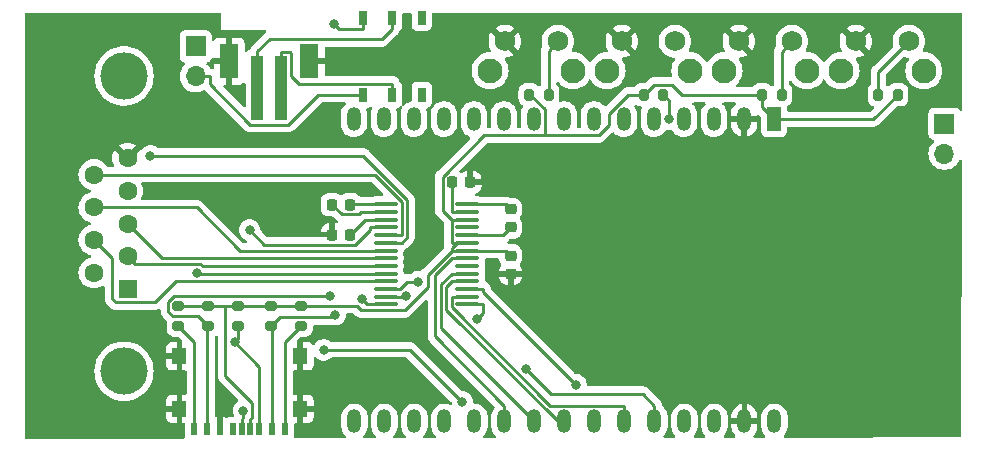
<source format=gtl>
%TF.GenerationSoftware,KiCad,Pcbnew,7.0.11*%
%TF.CreationDate,2024-12-08T19:05:50-06:00*%
%TF.ProjectId,WiRSa,57695253-612e-46b6-9963-61645f706362,rev?*%
%TF.SameCoordinates,Original*%
%TF.FileFunction,Copper,L1,Top*%
%TF.FilePolarity,Positive*%
%FSLAX46Y46*%
G04 Gerber Fmt 4.6, Leading zero omitted, Abs format (unit mm)*
G04 Created by KiCad (PCBNEW 7.0.11) date 2024-12-08 19:05:50*
%MOMM*%
%LPD*%
G01*
G04 APERTURE LIST*
G04 Aperture macros list*
%AMRoundRect*
0 Rectangle with rounded corners*
0 $1 Rounding radius*
0 $2 $3 $4 $5 $6 $7 $8 $9 X,Y pos of 4 corners*
0 Add a 4 corners polygon primitive as box body*
4,1,4,$2,$3,$4,$5,$6,$7,$8,$9,$2,$3,0*
0 Add four circle primitives for the rounded corners*
1,1,$1+$1,$2,$3*
1,1,$1+$1,$4,$5*
1,1,$1+$1,$6,$7*
1,1,$1+$1,$8,$9*
0 Add four rect primitives between the rounded corners*
20,1,$1+$1,$2,$3,$4,$5,0*
20,1,$1+$1,$4,$5,$6,$7,0*
20,1,$1+$1,$6,$7,$8,$9,0*
20,1,$1+$1,$8,$9,$2,$3,0*%
G04 Aperture macros list end*
%TA.AperFunction,SMDPad,CuDef*%
%ADD10RoundRect,0.200000X-0.200000X-0.275000X0.200000X-0.275000X0.200000X0.275000X-0.200000X0.275000X0*%
%TD*%
%TA.AperFunction,SMDPad,CuDef*%
%ADD11RoundRect,0.200000X0.200000X0.275000X-0.200000X0.275000X-0.200000X-0.275000X0.200000X-0.275000X0*%
%TD*%
%TA.AperFunction,ComponentPad*%
%ADD12C,4.000000*%
%TD*%
%TA.AperFunction,ComponentPad*%
%ADD13R,1.600000X1.600000*%
%TD*%
%TA.AperFunction,ComponentPad*%
%ADD14C,1.600000*%
%TD*%
%TA.AperFunction,SMDPad,CuDef*%
%ADD15RoundRect,0.225000X-0.250000X0.225000X-0.250000X-0.225000X0.250000X-0.225000X0.250000X0.225000X0*%
%TD*%
%TA.AperFunction,ComponentPad*%
%ADD16R,1.200000X2.000000*%
%TD*%
%TA.AperFunction,ComponentPad*%
%ADD17O,1.200000X2.000000*%
%TD*%
%TA.AperFunction,SMDPad,CuDef*%
%ADD18R,1.000000X5.500000*%
%TD*%
%TA.AperFunction,SMDPad,CuDef*%
%ADD19R,1.600000X3.000000*%
%TD*%
%TA.AperFunction,ComponentPad*%
%ADD20R,1.700000X1.700000*%
%TD*%
%TA.AperFunction,ComponentPad*%
%ADD21O,1.700000X1.700000*%
%TD*%
%TA.AperFunction,SMDPad,CuDef*%
%ADD22R,0.700000X1.200000*%
%TD*%
%TA.AperFunction,SMDPad,CuDef*%
%ADD23RoundRect,0.200000X-0.275000X0.200000X-0.275000X-0.200000X0.275000X-0.200000X0.275000X0.200000X0*%
%TD*%
%TA.AperFunction,ComponentPad*%
%ADD24C,2.100000*%
%TD*%
%TA.AperFunction,ComponentPad*%
%ADD25C,1.750000*%
%TD*%
%TA.AperFunction,SMDPad,CuDef*%
%ADD26RoundRect,0.225000X0.225000X0.250000X-0.225000X0.250000X-0.225000X-0.250000X0.225000X-0.250000X0*%
%TD*%
%TA.AperFunction,SMDPad,CuDef*%
%ADD27RoundRect,0.225000X-0.225000X-0.250000X0.225000X-0.250000X0.225000X0.250000X-0.225000X0.250000X0*%
%TD*%
%TA.AperFunction,SMDPad,CuDef*%
%ADD28R,0.500000X1.000000*%
%TD*%
%TA.AperFunction,SMDPad,CuDef*%
%ADD29R,1.300000X1.400000*%
%TD*%
%TA.AperFunction,SMDPad,CuDef*%
%ADD30O,2.020000X0.360000*%
%TD*%
%TA.AperFunction,ViaPad*%
%ADD31C,0.800000*%
%TD*%
%TA.AperFunction,Conductor*%
%ADD32C,0.250000*%
%TD*%
G04 APERTURE END LIST*
D10*
%TO.P,R1,1*%
%TO.N,Net-(IC1-FORCEON)*%
X88663400Y-80595500D03*
%TO.P,R1,2*%
%TO.N,Net-(U2-D36{slash}SENS_VP)*%
X90313400Y-80595500D03*
%TD*%
D11*
%TO.P,R4,1*%
%TO.N,Net-(IC1-FORCEON)*%
X119868400Y-80595500D03*
%TO.P,R4,2*%
%TO.N,Net-(U2-D35)*%
X118218400Y-80595500D03*
%TD*%
D12*
%TO.P,J1,0,PAD*%
%TO.N,unconnected-(J1-PAD-Pad0)*%
X54356000Y-79013000D03*
X54356000Y-104013000D03*
D13*
%TO.P,J1,1,1*%
%TO.N,/DCD-RI*%
X54656000Y-97053000D03*
D14*
%TO.P,J1,2,2*%
%TO.N,/TX-RO*%
X54656000Y-94283000D03*
%TO.P,J1,3,3*%
%TO.N,/RX-RI*%
X54656000Y-91513000D03*
%TO.P,J1,4,4*%
%TO.N,/DTR-RO*%
X54656000Y-88743000D03*
%TO.P,J1,5,5*%
%TO.N,GND*%
X54656000Y-85973000D03*
%TO.P,J1,6,6*%
%TO.N,/DSR-RI*%
X51816000Y-95668000D03*
%TO.P,J1,7,7*%
%TO.N,/RTS-RO*%
X51816000Y-92898000D03*
%TO.P,J1,8,8*%
%TO.N,/CTS-RI*%
X51816000Y-90128000D03*
%TO.P,J1,9,9*%
%TO.N,/RI-RI*%
X51816000Y-87358000D03*
%TD*%
D15*
%TO.P,C4,1*%
%TO.N,Net-(IC1-FORCEON)*%
X87091000Y-94221000D03*
%TO.P,C4,2*%
%TO.N,GND*%
X87091000Y-95771000D03*
%TD*%
D16*
%TO.P,U2,1,3.3V*%
%TO.N,Net-(IC1-FORCEON)*%
X109389525Y-82663572D03*
D17*
%TO.P,U2,2,GND*%
%TO.N,GND*%
X106849525Y-82663572D03*
%TO.P,U2,3,D15/HCS*%
%TO.N,/RTS-TI*%
X104309525Y-82663572D03*
%TO.P,U2,4,D2/LED*%
%TO.N,unconnected-(U2-D2{slash}LED-Pad4)*%
X101769525Y-82663572D03*
%TO.P,U2,5,D4*%
%TO.N,/DTR-TI*%
X99229525Y-82663572D03*
%TO.P,U2,6,D16/RX2*%
%TO.N,/RX-TO*%
X96689525Y-82663572D03*
%TO.P,U2,7,D17/TX2*%
%TO.N,/TX-TI*%
X94149525Y-82663572D03*
%TO.P,U2,8,D5/VCS*%
%TO.N,Net-(U1-CD{slash}DAT3)*%
X91609525Y-82663572D03*
%TO.P,U2,9,D18/VCLK*%
%TO.N,Net-(U1-CLK)*%
X89069525Y-82663572D03*
%TO.P,U2,10,D19/VMISO*%
%TO.N,Net-(U1-DAT0)*%
X86529525Y-82663572D03*
%TO.P,U2,11,D21/OLED_SDA*%
%TO.N,unconnected-(U2-D21{slash}OLED_SDA-Pad11)*%
X83989525Y-82663572D03*
%TO.P,U2,12,D3/RX0_USB*%
%TO.N,unconnected-(U2-D3{slash}RX0_USB-Pad12)*%
X81449525Y-82663572D03*
%TO.P,U2,13,D1/TX0_USB*%
%TO.N,unconnected-(U2-D1{slash}TX0_USB-Pad13)*%
X78909525Y-82663572D03*
%TO.P,U2,14,D22/OLED_SCL*%
%TO.N,unconnected-(U2-D22{slash}OLED_SCL-Pad14)*%
X76369525Y-82663572D03*
%TO.P,U2,15,D23/VMOSI*%
%TO.N,Net-(U1-CMD)*%
X73829525Y-82663572D03*
%TO.P,U2,16,EN*%
%TO.N,unconnected-(U2-EN-Pad16)*%
X73870601Y-108257032D03*
%TO.P,U2,17,D36/SENS_VP*%
%TO.N,Net-(U2-D36{slash}SENS_VP)*%
X76410601Y-108257032D03*
%TO.P,U2,18,D39/SENS_VN*%
%TO.N,Net-(U2-D39{slash}SENS_VN)*%
X78950601Y-108257032D03*
%TO.P,U2,19,D34*%
%TO.N,Net-(U2-D34)*%
X81490601Y-108257032D03*
%TO.P,U2,20,D35*%
%TO.N,Net-(U2-D35)*%
X84030601Y-108257032D03*
%TO.P,U2,21,D32*%
%TO.N,/{slash}INVALID*%
X86570601Y-108257032D03*
%TO.P,U2,22,D33*%
%TO.N,/DCD-TO*%
X89110601Y-108257032D03*
%TO.P,U2,23,D25*%
%TO.N,/RI-TO*%
X91650601Y-108257032D03*
%TO.P,U2,24,D26*%
%TO.N,/DSR-TO*%
X94190601Y-108257032D03*
%TO.P,U2,25,D27*%
%TO.N,/CTS-TO*%
X96730601Y-108257032D03*
%TO.P,U2,26,D14/HCLK*%
%TO.N,Net-(U1-SWITCH)*%
X99270601Y-108257032D03*
%TO.P,U2,27,D12/HMISO*%
%TO.N,Net-(J2-Pin_1)*%
X101810601Y-108257032D03*
%TO.P,U2,28,D13/HMOSI*%
%TO.N,Net-(J2-Pin_2)*%
X104350601Y-108257032D03*
%TO.P,U2,29,GND*%
%TO.N,GND*%
X106890601Y-108257032D03*
%TO.P,U2,30,VIN*%
%TO.N,unconnected-(U2-VIN-Pad30)*%
X109430601Y-108257032D03*
%TD*%
D18*
%TO.P,J4,1,1*%
%TO.N,Net-(J4-Pad1)*%
X65659000Y-80010000D03*
%TO.P,J4,2,2*%
%TO.N,Net-(J4-Pad2)*%
X67659000Y-80020000D03*
D19*
%TO.P,J4,3,3*%
%TO.N,GND*%
X70059000Y-77770000D03*
%TO.P,J4,4,4*%
X63259000Y-77770000D03*
%TD*%
D20*
%TO.P,J2,1,Pin_1*%
%TO.N,Net-(J2-Pin_1)*%
X123825000Y-83058000D03*
D21*
%TO.P,J2,2,Pin_2*%
%TO.N,Net-(J2-Pin_2)*%
X123825000Y-85598000D03*
%TD*%
D10*
%TO.P,R2,1*%
%TO.N,Net-(IC1-FORCEON)*%
X98381400Y-80595500D03*
%TO.P,R2,2*%
%TO.N,Net-(U2-D39{slash}SENS_VN)*%
X100031400Y-80595500D03*
%TD*%
D22*
%TO.P,SW5,1,1*%
%TO.N,Net-(J3-Pin_1)*%
X74573000Y-74087000D03*
%TO.P,SW5,2,2*%
%TO.N,Net-(J4-Pad1)*%
X77073000Y-74087000D03*
%TO.P,SW5,3,3*%
%TO.N,unconnected-(SW5-Pad3)*%
X79573000Y-74087000D03*
%TO.P,SW5,4,4*%
%TO.N,Net-(J3-Pin_2)*%
X74573000Y-80587000D03*
%TO.P,SW5,5,5*%
%TO.N,Net-(J4-Pad2)*%
X77073000Y-80587000D03*
%TO.P,SW5,6,6*%
%TO.N,unconnected-(SW5-Pad6)*%
X79573000Y-80587000D03*
%TD*%
D23*
%TO.P,R6,1*%
%TO.N,Net-(IC1-FORCEON)*%
X61488000Y-98526000D03*
%TO.P,R6,2*%
%TO.N,Net-(U1-DAT0)*%
X61488000Y-100176000D03*
%TD*%
D24*
%TO.P,SW1,*%
%TO.N,*%
X85348000Y-78559500D03*
X92358000Y-78559500D03*
D25*
%TO.P,SW1,1,1*%
%TO.N,GND*%
X86598000Y-76069500D03*
%TO.P,SW1,2,2*%
%TO.N,Net-(U2-D36{slash}SENS_VP)*%
X91098000Y-76069500D03*
%TD*%
D10*
%TO.P,R3,1*%
%TO.N,Net-(IC1-FORCEON)*%
X108384400Y-80595500D03*
%TO.P,R3,2*%
%TO.N,Net-(U2-D34)*%
X110034400Y-80595500D03*
%TD*%
D23*
%TO.P,R9,1*%
%TO.N,Net-(IC1-FORCEON)*%
X69362000Y-98526000D03*
%TO.P,R9,2*%
%TO.N,Net-(U1-DAT2)*%
X69362000Y-100176000D03*
%TD*%
%TO.P,R8,1*%
%TO.N,Net-(IC1-FORCEON)*%
X66822000Y-98526000D03*
%TO.P,R8,2*%
%TO.N,Net-(U1-CD{slash}DAT3)*%
X66822000Y-100176000D03*
%TD*%
D26*
%TO.P,C5,1*%
%TO.N,Net-(IC1-V-)*%
X73515000Y-92456000D03*
%TO.P,C5,2*%
%TO.N,GND*%
X71965000Y-92456000D03*
%TD*%
%TO.P,C2,1*%
%TO.N,Net-(IC1-C2+)*%
X73515000Y-89916000D03*
%TO.P,C2,2*%
%TO.N,Net-(IC1-C2-)*%
X71965000Y-89916000D03*
%TD*%
D20*
%TO.P,J3,1,Pin_1*%
%TO.N,Net-(J3-Pin_1)*%
X60436000Y-76500000D03*
D21*
%TO.P,J3,2,Pin_2*%
%TO.N,Net-(J3-Pin_2)*%
X60436000Y-79040000D03*
%TD*%
D23*
%TO.P,R5,1*%
%TO.N,Net-(IC1-FORCEON)*%
X58948000Y-98526000D03*
%TO.P,R5,2*%
%TO.N,Net-(U1-DAT1)*%
X58948000Y-100176000D03*
%TD*%
D24*
%TO.P,SW4,*%
%TO.N,*%
X115066000Y-78559500D03*
X122076000Y-78559500D03*
D25*
%TO.P,SW4,1,1*%
%TO.N,GND*%
X116316000Y-76069500D03*
%TO.P,SW4,2,2*%
%TO.N,Net-(U2-D35)*%
X120816000Y-76069500D03*
%TD*%
D24*
%TO.P,SW3,*%
%TO.N,*%
X105160000Y-78559500D03*
X112170000Y-78559500D03*
D25*
%TO.P,SW3,1,1*%
%TO.N,GND*%
X106410000Y-76069500D03*
%TO.P,SW3,2,2*%
%TO.N,Net-(U2-D34)*%
X110910000Y-76069500D03*
%TD*%
D24*
%TO.P,SW2,*%
%TO.N,*%
X95254000Y-78559500D03*
X102264000Y-78559500D03*
D25*
%TO.P,SW2,1,1*%
%TO.N,GND*%
X96504000Y-76069500D03*
%TO.P,SW2,2,2*%
%TO.N,Net-(U2-D39{slash}SENS_VN)*%
X101004000Y-76069500D03*
%TD*%
D27*
%TO.P,C3,1*%
%TO.N,Net-(IC1-V+)*%
X82125000Y-88011000D03*
%TO.P,C3,2*%
%TO.N,GND*%
X83675000Y-88011000D03*
%TD*%
D28*
%TO.P,U1,1,DAT2*%
%TO.N,Net-(U1-DAT2)*%
X68005000Y-108918000D03*
%TO.P,U1,2,CD/DAT3*%
%TO.N,Net-(U1-CD{slash}DAT3)*%
X66905000Y-108918000D03*
%TO.P,U1,3,CMD*%
%TO.N,Net-(U1-CMD)*%
X65805000Y-108918000D03*
%TO.P,U1,4,VDD*%
%TO.N,Net-(IC1-FORCEON)*%
X65055000Y-108918000D03*
%TO.P,U1,5,CLK*%
%TO.N,Net-(U1-CLK)*%
X63605000Y-108918000D03*
%TO.P,U1,6,VSS*%
%TO.N,GND*%
X62505000Y-108918000D03*
%TO.P,U1,7,DAT0*%
%TO.N,Net-(U1-DAT0)*%
X61405000Y-108918000D03*
%TO.P,U1,8,DAT1*%
%TO.N,Net-(U1-DAT1)*%
X60305000Y-108918000D03*
%TO.P,U1,9,SWITCH*%
%TO.N,Net-(U1-SWITCH)*%
X64355000Y-108918000D03*
D29*
%TO.P,U1,10,10*%
%TO.N,GND*%
X59055000Y-107188000D03*
%TO.P,U1,11,11*%
X59055000Y-102738000D03*
%TO.P,U1,12,12*%
X69255000Y-102738000D03*
%TO.P,U1,13,13*%
X69255000Y-107188000D03*
%TD*%
D23*
%TO.P,R7,1*%
%TO.N,Net-(IC1-FORCEON)*%
X64028000Y-98526000D03*
%TO.P,R7,2*%
%TO.N,Net-(U1-CMD)*%
X64028000Y-100176000D03*
%TD*%
D30*
%TO.P,IC1,1,C2+*%
%TO.N,Net-(IC1-C2+)*%
X76519000Y-89877000D03*
%TO.P,IC1,2,C2-*%
%TO.N,Net-(IC1-C2-)*%
X76519000Y-90527000D03*
%TO.P,IC1,3,V-*%
%TO.N,Net-(IC1-V-)*%
X76519000Y-91177000D03*
%TO.P,IC1,4,R1IN*%
%TO.N,/DCD-RI*%
X76519000Y-91827000D03*
%TO.P,IC1,5,R2IN*%
%TO.N,/RI-RI*%
X76519000Y-92477000D03*
%TO.P,IC1,6,R3IN*%
%TO.N,/DSR-RI*%
X76519000Y-93127000D03*
%TO.P,IC1,7,R4IN*%
%TO.N,/CTS-RI*%
X76519000Y-93787000D03*
%TO.P,IC1,8,R5IN*%
%TO.N,/RX-RI*%
X76519000Y-94437000D03*
%TO.P,IC1,9,T1OUT*%
%TO.N,/TX-RO*%
X76519000Y-95087000D03*
%TO.P,IC1,10,T2OUT*%
%TO.N,/DTR-RO*%
X76519000Y-95737000D03*
%TO.P,IC1,11,T3OUT*%
%TO.N,/RTS-RO*%
X76519000Y-96387000D03*
%TO.P,IC1,12,T3IN*%
%TO.N,/RTS-TI*%
X76519000Y-97037000D03*
%TO.P,IC1,13,T2IN*%
%TO.N,/DTR-TI*%
X76519000Y-97687000D03*
%TO.P,IC1,14,T1IN*%
%TO.N,/TX-TI*%
X76519000Y-98337000D03*
%TO.P,IC1,15,R5OUT*%
%TO.N,/RX-TO*%
X83439000Y-98337000D03*
%TO.P,IC1,16,R4OUT*%
%TO.N,/CTS-TO*%
X83439000Y-97687000D03*
%TO.P,IC1,17,R3OUT*%
%TO.N,/DSR-TO*%
X83439000Y-97037000D03*
%TO.P,IC1,18,R2OUT*%
%TO.N,/RI-TO*%
X83439000Y-96387000D03*
%TO.P,IC1,19,R1OUT*%
%TO.N,/DCD-TO*%
X83439000Y-95737000D03*
%TO.P,IC1,20,R2OUTB*%
%TO.N,/RI in standby mode??*%
X83439000Y-95087000D03*
%TO.P,IC1,21,~{INVALID}*%
%TO.N,/{slash}INVALID*%
X83439000Y-94437000D03*
%TO.P,IC1,22,~{FORCEOFF}*%
%TO.N,Net-(IC1-FORCEON)*%
X83439000Y-93787000D03*
%TO.P,IC1,23,FORCEON*%
X83439000Y-93127000D03*
%TO.P,IC1,24,C1-*%
%TO.N,Net-(IC1-C1-)*%
X83439000Y-92477000D03*
%TO.P,IC1,25,GND*%
%TO.N,GND*%
X83439000Y-91827000D03*
%TO.P,IC1,26,VCC*%
%TO.N,Net-(IC1-FORCEON)*%
X83439000Y-91177000D03*
%TO.P,IC1,27,V+*%
%TO.N,Net-(IC1-V+)*%
X83439000Y-90527000D03*
%TO.P,IC1,28,C1+*%
%TO.N,Net-(IC1-C1+)*%
X83439000Y-89877000D03*
%TD*%
D15*
%TO.P,C1,1*%
%TO.N,Net-(IC1-C1+)*%
X87091000Y-90284000D03*
%TO.P,C1,2*%
%TO.N,Net-(IC1-C1-)*%
X87091000Y-91834000D03*
%TD*%
D31*
%TO.N,GND*%
X71628000Y-104902000D03*
X68326000Y-91186000D03*
%TO.N,Net-(U2-D39{slash}SENS_VN)*%
X100499500Y-82691800D03*
%TO.N,Net-(U1-DAT0)*%
X71765500Y-97620900D03*
%TO.N,Net-(U1-CMD)*%
X63714000Y-101561600D03*
%TO.N,/DCD-RI*%
X64987300Y-92042200D03*
%TO.N,/DSR-RI*%
X56590000Y-85772700D03*
%TO.N,/DTR-RO*%
X60547300Y-95660900D03*
%TO.N,/RTS-TI*%
X79276600Y-96413700D03*
%TO.N,/DTR-TI*%
X78229200Y-97634100D03*
%TO.N,/TX-TI*%
X74491800Y-97887500D03*
%TO.N,/RX-TO*%
X84268700Y-99568900D03*
%TO.N,/DSR-TO*%
X92610000Y-105148600D03*
%TO.N,Net-(U1-CD{slash}DAT3)*%
X72232700Y-99211800D03*
%TO.N,Net-(U1-SWITCH)*%
X88426800Y-103850400D03*
X71261200Y-102193100D03*
X83012100Y-106624100D03*
X64466200Y-107356900D03*
%TO.N,Net-(J3-Pin_1)*%
X72157600Y-74626900D03*
%TD*%
D32*
%TO.N,Net-(IC1-C1+)*%
X83439000Y-89877000D02*
X86684000Y-89877000D01*
X86684000Y-89877000D02*
X87091000Y-90284000D01*
%TO.N,Net-(IC1-C1-)*%
X83439000Y-92477000D02*
X86448000Y-92477000D01*
X86448000Y-92477000D02*
X87091000Y-91834000D01*
%TO.N,Net-(IC1-C2+)*%
X73554000Y-89877000D02*
X73515000Y-89916000D01*
X76519000Y-89877000D02*
X73554000Y-89877000D01*
%TO.N,Net-(IC1-C2-)*%
X74435900Y-90527000D02*
X74236300Y-90726600D01*
X74236300Y-90726600D02*
X72775600Y-90726600D01*
X76519000Y-90527000D02*
X74435900Y-90527000D01*
X72775600Y-90726600D02*
X71965000Y-89916000D01*
%TO.N,Net-(IC1-V+)*%
X83439000Y-90527000D02*
X82102100Y-90527000D01*
X82102100Y-88033900D02*
X82125000Y-88011000D01*
X82102100Y-90527000D02*
X82102100Y-88033900D01*
%TO.N,Net-(IC1-V-)*%
X74794000Y-91177000D02*
X73515000Y-92456000D01*
X76519000Y-91177000D02*
X74794000Y-91177000D01*
%TO.N,Net-(U2-D36{slash}SENS_VP)*%
X90313400Y-76854100D02*
X90313400Y-80595500D01*
X91098000Y-76069500D02*
X90313400Y-76854100D01*
%TO.N,Net-(U2-D39{slash}SENS_VN)*%
X100499500Y-82691800D02*
X100499500Y-81063600D01*
X100499500Y-81063600D02*
X100031400Y-80595500D01*
%TO.N,Net-(U2-D34)*%
X110910000Y-76069500D02*
X110034400Y-76945100D01*
X110034400Y-76945100D02*
X110034400Y-80595500D01*
%TO.N,Net-(U2-D35)*%
X118218400Y-78667100D02*
X118218400Y-80595500D01*
X120816000Y-76069500D02*
X118218400Y-78667100D01*
%TO.N,Net-(IC1-FORCEON)*%
X62938800Y-98526000D02*
X61488000Y-98526000D01*
X90008400Y-84038600D02*
X84822300Y-84038600D01*
X80060000Y-95829100D02*
X82102100Y-93787000D01*
X108384400Y-81658500D02*
X109389500Y-82663600D01*
X86657000Y-93787000D02*
X87091000Y-94221000D01*
X82770600Y-93787000D02*
X83439000Y-93787000D01*
X101614400Y-80595500D02*
X100769900Y-79751000D01*
X82770600Y-93127000D02*
X82102100Y-93127000D01*
X78108900Y-98853600D02*
X80060000Y-96902500D01*
X117800300Y-82663600D02*
X119868400Y-80595500D01*
X82102100Y-93577000D02*
X82102100Y-93787000D01*
X65193100Y-107953000D02*
X65193100Y-106689900D01*
X65055000Y-108091100D02*
X65193100Y-107953000D01*
X108384400Y-80595500D02*
X108384400Y-81658500D01*
X82770600Y-93787000D02*
X82102100Y-93787000D01*
X83439000Y-91177000D02*
X82102100Y-91177000D01*
X90008400Y-81848900D02*
X88755000Y-80595500D01*
X83439000Y-93127000D02*
X82779000Y-93127000D01*
X69403100Y-98484900D02*
X74061300Y-98484900D01*
X98381400Y-80595500D02*
X97041300Y-80595500D01*
X58948000Y-98526000D02*
X61488000Y-98526000D01*
X81327000Y-90401900D02*
X82102100Y-91177000D01*
X64028000Y-98526000D02*
X62938800Y-98526000D01*
X100769900Y-79751000D02*
X99225900Y-79751000D01*
X62938800Y-104435600D02*
X62938800Y-98526000D01*
X95419500Y-83168300D02*
X94549200Y-84038600D01*
X74061300Y-98484900D02*
X74430000Y-98853600D01*
X99225900Y-79751000D02*
X98381400Y-80595500D01*
X82770600Y-93127000D02*
X82779000Y-93127000D01*
X80060000Y-96902500D02*
X80060000Y-95829100D01*
X108384400Y-80595500D02*
X101614400Y-80595500D01*
X65055000Y-108918000D02*
X65055000Y-108091100D01*
X90008400Y-84038600D02*
X90008400Y-81848900D01*
X97041300Y-80595500D02*
X95419500Y-82217300D01*
X109389500Y-82663600D02*
X117800300Y-82663600D01*
X82552100Y-93127000D02*
X82102100Y-93577000D01*
X65193100Y-106689900D02*
X62938800Y-104435600D01*
X94549200Y-84038600D02*
X90008400Y-84038600D01*
X69362000Y-98526000D02*
X69403100Y-98484900D01*
X66822000Y-98526000D02*
X64028000Y-98526000D01*
X81327000Y-87533900D02*
X81327000Y-90401900D01*
X66822000Y-98526000D02*
X69362000Y-98526000D01*
X95419500Y-82217300D02*
X95419500Y-83168300D01*
X84822300Y-84038600D02*
X81327000Y-87533900D01*
X82102100Y-91177000D02*
X82102100Y-93127000D01*
X82770600Y-93127000D02*
X82552100Y-93127000D01*
X83439000Y-93787000D02*
X86657000Y-93787000D01*
X88755000Y-80595500D02*
X88663400Y-80595500D01*
X74430000Y-98853600D02*
X78108900Y-98853600D01*
%TO.N,Net-(U1-DAT1)*%
X60305000Y-108918000D02*
X60305000Y-101533000D01*
X60305000Y-101533000D02*
X58948000Y-100176000D01*
%TO.N,Net-(U1-DAT0)*%
X61488000Y-100176000D02*
X60663000Y-99351000D01*
X58121200Y-98954200D02*
X58121200Y-98131400D01*
X61405000Y-108918000D02*
X61405000Y-100259000D01*
X61405000Y-100259000D02*
X61488000Y-100176000D01*
X58121200Y-98131400D02*
X58631700Y-97620900D01*
X58518000Y-99351000D02*
X58121200Y-98954200D01*
X60663000Y-99351000D02*
X58518000Y-99351000D01*
X58631700Y-97620900D02*
X71765500Y-97620900D01*
%TO.N,Net-(U1-CMD)*%
X65805000Y-108091100D02*
X65805000Y-103652600D01*
X65805000Y-108918000D02*
X65805000Y-108091100D01*
X64028000Y-100176000D02*
X64028000Y-101247600D01*
X64028000Y-101247600D02*
X63714000Y-101561600D01*
X65805000Y-103652600D02*
X63714000Y-101561600D01*
%TO.N,/DCD-RI*%
X73947400Y-93281600D02*
X66226700Y-93281600D01*
X75182100Y-91827000D02*
X75182100Y-92046900D01*
X66226700Y-93281600D02*
X64987300Y-92042200D01*
X76519000Y-91827000D02*
X75182100Y-91827000D01*
X75182100Y-92046900D02*
X73947400Y-93281600D01*
%TO.N,/RI-RI*%
X75568000Y-87358000D02*
X77855900Y-89645900D01*
X76519000Y-92477000D02*
X77855900Y-92477000D01*
X51816000Y-87358000D02*
X75568000Y-87358000D01*
X77855900Y-89645900D02*
X77855900Y-92477000D01*
%TO.N,/DSR-RI*%
X78333300Y-89484200D02*
X74621800Y-85772700D01*
X76519000Y-93127000D02*
X77855900Y-93127000D01*
X77855900Y-93127000D02*
X78333300Y-92649600D01*
X74621800Y-85772700D02*
X56590000Y-85772700D01*
X78333300Y-92649600D02*
X78333300Y-89484200D01*
%TO.N,/CTS-RI*%
X51816000Y-90128000D02*
X60503500Y-90128000D01*
X60503500Y-90128000D02*
X64162500Y-93787000D01*
X64162500Y-93787000D02*
X76519000Y-93787000D01*
%TO.N,/RX-RI*%
X57580000Y-94437000D02*
X54656000Y-91513000D01*
X76519000Y-94437000D02*
X57580000Y-94437000D01*
%TO.N,/TX-RO*%
X55307000Y-94934000D02*
X54656000Y-94283000D01*
X61001400Y-95087000D02*
X60848400Y-94934000D01*
X76519000Y-95087000D02*
X61001400Y-95087000D01*
X60848400Y-94934000D02*
X55307000Y-94934000D01*
%TO.N,/DTR-RO*%
X76519000Y-95737000D02*
X60623400Y-95737000D01*
X60623400Y-95737000D02*
X60547300Y-95660900D01*
%TO.N,/RTS-RO*%
X53349800Y-97862600D02*
X53667100Y-98179900D01*
X75181300Y-96387800D02*
X75182100Y-96387000D01*
X58783700Y-96387800D02*
X75181300Y-96387800D01*
X51816000Y-92898000D02*
X53349800Y-94431800D01*
X53349800Y-94431800D02*
X53349800Y-97862600D01*
X76519000Y-96387000D02*
X75182100Y-96387000D01*
X53667100Y-98179900D02*
X56991600Y-98179900D01*
X56991600Y-98179900D02*
X58783700Y-96387800D01*
%TO.N,/RTS-TI*%
X76519000Y-97037000D02*
X77711100Y-97037000D01*
X77711100Y-97037000D02*
X78334300Y-96413800D01*
X78334300Y-96413800D02*
X79276600Y-96413800D01*
X79276600Y-96413800D02*
X79276600Y-96413700D01*
%TO.N,/DTR-TI*%
X77908800Y-97634100D02*
X77855900Y-97687000D01*
X76519000Y-97687000D02*
X77855900Y-97687000D01*
X78229200Y-97634100D02*
X77908800Y-97634100D01*
%TO.N,/TX-TI*%
X76519000Y-98337000D02*
X74941300Y-98337000D01*
X74941300Y-98337000D02*
X74491800Y-97887500D01*
%TO.N,/RX-TO*%
X84775900Y-98337000D02*
X84775900Y-99061700D01*
X84775900Y-99061700D02*
X84268700Y-99568900D01*
X83439000Y-98337000D02*
X84775900Y-98337000D01*
%TO.N,/CTS-TO*%
X83439000Y-97687000D02*
X82102100Y-97687000D01*
X82102100Y-98594600D02*
X90437600Y-106930100D01*
X90437600Y-106930100D02*
X96730600Y-106930100D01*
X82102100Y-97687000D02*
X82102100Y-98594600D01*
X96730600Y-108257000D02*
X96730600Y-106930100D01*
%TO.N,/DSR-TO*%
X84775900Y-97037000D02*
X84775900Y-97314500D01*
X84775900Y-97314500D02*
X92610000Y-105148600D01*
X83439000Y-97037000D02*
X84775900Y-97037000D01*
%TO.N,/RI-TO*%
X81646700Y-98832700D02*
X81646700Y-96842400D01*
X91071000Y-108257000D02*
X81646700Y-98832700D01*
X81646700Y-96842400D02*
X82102100Y-96387000D01*
X83439000Y-96387000D02*
X82102100Y-96387000D01*
X91650600Y-108257000D02*
X91071000Y-108257000D01*
%TO.N,/DCD-TO*%
X82100100Y-95737000D02*
X83439000Y-95737000D01*
X81189000Y-100335400D02*
X81189000Y-96648100D01*
X81189000Y-96648100D02*
X82100100Y-95737000D01*
X89110600Y-108257000D02*
X81189000Y-100335400D01*
%TO.N,/{slash}INVALID*%
X83439000Y-94437000D02*
X82102100Y-94437000D01*
X86570600Y-108257000D02*
X86570600Y-106930100D01*
X86570600Y-106930100D02*
X80690000Y-101049500D01*
X80690000Y-95849100D02*
X82102100Y-94437000D01*
X80690000Y-101049500D02*
X80690000Y-95849100D01*
%TO.N,Net-(U1-CD{slash}DAT3)*%
X67549700Y-99448300D02*
X71996200Y-99448300D01*
X66905000Y-100259000D02*
X66822000Y-100176000D01*
X66905000Y-108918000D02*
X66905000Y-100259000D01*
X66822000Y-100176000D02*
X67549700Y-99448300D01*
X71996200Y-99448300D02*
X72232700Y-99211800D01*
%TO.N,Net-(U1-DAT2)*%
X68005000Y-108918000D02*
X68005000Y-101533000D01*
X68005000Y-101533000D02*
X69362000Y-100176000D01*
%TO.N,Net-(U1-SWITCH)*%
X64355000Y-108091100D02*
X64466200Y-107979900D01*
X64466200Y-107979900D02*
X64466200Y-107356900D01*
X71261200Y-102193100D02*
X78581100Y-102193100D01*
X64355000Y-108918000D02*
X64355000Y-108091100D01*
X78581100Y-102193100D02*
X83012100Y-106624100D01*
X99270600Y-108257000D02*
X99270600Y-106930100D01*
X90509000Y-105932600D02*
X98273100Y-105932600D01*
X88426800Y-103850400D02*
X90509000Y-105932600D01*
X98273100Y-105932600D02*
X99270600Y-106930100D01*
%TO.N,Net-(J3-Pin_1)*%
X74573000Y-75013900D02*
X72544600Y-75013900D01*
X74573000Y-74087000D02*
X74573000Y-75013900D01*
X72544600Y-75013900D02*
X72157600Y-74626900D01*
%TO.N,Net-(J3-Pin_2)*%
X74573000Y-80587000D02*
X70804300Y-80587000D01*
X68260300Y-83131000D02*
X65043900Y-83131000D01*
X65043900Y-83131000D02*
X61612900Y-79700000D01*
X60436000Y-79040000D02*
X61612900Y-79040000D01*
X61612900Y-79700000D02*
X61612900Y-79040000D01*
X70804300Y-80587000D02*
X68260300Y-83131000D01*
%TO.N,Net-(J4-Pad1)*%
X76190100Y-75896800D02*
X66695300Y-75896800D01*
X77073000Y-75013900D02*
X76190100Y-75896800D01*
X65659000Y-80010000D02*
X65659000Y-76933100D01*
X77073000Y-74087000D02*
X77073000Y-75013900D01*
X66695300Y-75896800D02*
X65659000Y-76933100D01*
%TO.N,Net-(J4-Pad2)*%
X68382600Y-76943100D02*
X67659000Y-76943100D01*
X67659000Y-80020000D02*
X67659000Y-76943100D01*
X69165100Y-79660100D02*
X68485900Y-78980900D01*
X77073000Y-80587000D02*
X77073000Y-79660100D01*
X68485900Y-77046400D02*
X68382600Y-76943100D01*
X68485900Y-78980900D02*
X68485900Y-77046400D01*
X77073000Y-79660100D02*
X69165100Y-79660100D01*
%TD*%
%TA.AperFunction,Conductor*%
%TO.N,GND*%
G36*
X62543539Y-73679685D02*
G01*
X62589294Y-73732489D01*
X62600500Y-73784000D01*
X62600500Y-75101254D01*
X62599633Y-75105613D01*
X62599634Y-75127999D01*
X62600141Y-75129222D01*
X62600500Y-75130088D01*
X62602964Y-75136036D01*
X62611000Y-75139365D01*
X62633409Y-75139365D01*
X62637757Y-75138500D01*
X66279602Y-75138500D01*
X66346641Y-75158185D01*
X66392396Y-75210989D01*
X66402340Y-75280147D01*
X66373315Y-75343703D01*
X66352452Y-75362844D01*
X66351806Y-75363313D01*
X66342080Y-75369699D01*
X66303935Y-75392259D01*
X66289500Y-75406694D01*
X66274712Y-75419325D01*
X66258194Y-75431326D01*
X66258188Y-75431333D01*
X66229942Y-75465474D01*
X66222083Y-75474111D01*
X65270182Y-76426012D01*
X65257820Y-76435916D01*
X65257994Y-76436126D01*
X65251984Y-76441098D01*
X65205337Y-76490770D01*
X65202632Y-76493561D01*
X65182873Y-76513321D01*
X65182862Y-76513334D01*
X65180317Y-76516613D01*
X65172753Y-76525467D01*
X65142420Y-76557771D01*
X65142412Y-76557781D01*
X65132579Y-76575667D01*
X65121903Y-76591920D01*
X65109386Y-76608057D01*
X65109385Y-76608060D01*
X65091785Y-76648729D01*
X65086648Y-76659215D01*
X65065303Y-76698041D01*
X65062431Y-76705297D01*
X65060500Y-76704532D01*
X65030263Y-76755305D01*
X64989252Y-76780593D01*
X64912796Y-76809110D01*
X64912795Y-76809111D01*
X64859416Y-76849071D01*
X64795739Y-76896739D01*
X64795738Y-76896740D01*
X64795737Y-76896741D01*
X64782266Y-76914736D01*
X64726332Y-76956607D01*
X64656641Y-76961591D01*
X64595318Y-76928105D01*
X64561834Y-76866782D01*
X64559000Y-76840425D01*
X64559000Y-76222172D01*
X64558999Y-76222155D01*
X64552598Y-76162627D01*
X64552596Y-76162620D01*
X64502354Y-76027913D01*
X64502350Y-76027906D01*
X64416190Y-75912812D01*
X64416187Y-75912809D01*
X64301093Y-75826649D01*
X64301086Y-75826645D01*
X64166379Y-75776403D01*
X64166372Y-75776401D01*
X64106844Y-75770000D01*
X63509000Y-75770000D01*
X63509000Y-79770000D01*
X64106828Y-79770000D01*
X64106844Y-79769999D01*
X64166372Y-79763598D01*
X64166379Y-79763596D01*
X64301086Y-79713354D01*
X64301093Y-79713350D01*
X64416186Y-79627191D01*
X64427233Y-79612435D01*
X64483167Y-79570564D01*
X64552858Y-79565580D01*
X64614181Y-79599065D01*
X64647666Y-79660388D01*
X64650500Y-79686746D01*
X64650500Y-81542333D01*
X64630815Y-81609372D01*
X64578011Y-81655127D01*
X64508853Y-81665071D01*
X64445297Y-81636046D01*
X64438819Y-81630014D01*
X62790486Y-79981681D01*
X62757001Y-79920358D01*
X62761985Y-79850666D01*
X62803857Y-79794733D01*
X62869321Y-79770316D01*
X62878167Y-79770000D01*
X63009000Y-79770000D01*
X63009000Y-78020000D01*
X61959000Y-78020000D01*
X61959000Y-78311208D01*
X61939315Y-78378247D01*
X61886511Y-78424002D01*
X61817353Y-78433946D01*
X61811764Y-78433011D01*
X61755004Y-78422183D01*
X61747405Y-78420485D01*
X61685376Y-78404560D01*
X61686009Y-78402093D01*
X61633356Y-78379115D01*
X61609158Y-78351870D01*
X61511722Y-78202732D01*
X61511715Y-78202725D01*
X61511715Y-78202723D01*
X61366510Y-78044991D01*
X61335587Y-77982337D01*
X61343447Y-77912911D01*
X61387594Y-77858755D01*
X61414405Y-77844827D01*
X61497103Y-77813981D01*
X61532204Y-77800889D01*
X61649261Y-77713261D01*
X61736889Y-77596204D01*
X61750501Y-77559710D01*
X61792372Y-77503776D01*
X61857837Y-77479360D01*
X61926110Y-77494212D01*
X61954363Y-77515363D01*
X61959000Y-77520000D01*
X63009000Y-77520000D01*
X63009000Y-75770000D01*
X62411155Y-75770000D01*
X62351627Y-75776401D01*
X62351620Y-75776403D01*
X62216913Y-75826645D01*
X62216906Y-75826649D01*
X62101812Y-75912809D01*
X62101809Y-75912812D01*
X62017766Y-76025079D01*
X61961832Y-76066950D01*
X61892141Y-76071934D01*
X61830818Y-76038448D01*
X61797334Y-75977125D01*
X61794500Y-75950768D01*
X61794500Y-75601362D01*
X61794499Y-75601345D01*
X61791157Y-75570270D01*
X61787989Y-75540799D01*
X61780601Y-75520992D01*
X61759894Y-75465474D01*
X61736889Y-75403796D01*
X61649261Y-75286739D01*
X61532204Y-75199111D01*
X61509951Y-75190811D01*
X61395203Y-75148011D01*
X61334654Y-75141500D01*
X61334638Y-75141500D01*
X59537362Y-75141500D01*
X59537345Y-75141500D01*
X59476797Y-75148011D01*
X59476795Y-75148011D01*
X59339795Y-75199111D01*
X59222739Y-75286739D01*
X59135111Y-75403795D01*
X59084011Y-75540795D01*
X59084011Y-75540797D01*
X59077500Y-75601345D01*
X59077500Y-77398654D01*
X59084011Y-77459202D01*
X59084011Y-77459204D01*
X59112519Y-77535634D01*
X59135111Y-77596204D01*
X59222739Y-77713261D01*
X59339796Y-77800889D01*
X59374897Y-77813981D01*
X59457595Y-77844827D01*
X59513528Y-77886699D01*
X59537944Y-77952163D01*
X59523092Y-78020436D01*
X59505490Y-78044991D01*
X59360279Y-78202730D01*
X59360276Y-78202734D01*
X59237140Y-78391207D01*
X59146703Y-78597385D01*
X59091436Y-78815628D01*
X59091434Y-78815640D01*
X59072844Y-79039994D01*
X59072844Y-79040005D01*
X59091434Y-79264359D01*
X59091436Y-79264371D01*
X59146703Y-79482614D01*
X59237140Y-79688792D01*
X59360276Y-79877265D01*
X59360284Y-79877276D01*
X59512756Y-80042902D01*
X59512761Y-80042907D01*
X59541692Y-80065425D01*
X59690424Y-80181189D01*
X59690425Y-80181189D01*
X59690427Y-80181191D01*
X59800459Y-80240737D01*
X59888426Y-80288342D01*
X60101365Y-80361444D01*
X60323431Y-80398500D01*
X60548569Y-80398500D01*
X60770635Y-80361444D01*
X60983574Y-80288342D01*
X61111034Y-80219363D01*
X61179362Y-80204768D01*
X61244734Y-80229430D01*
X61257732Y-80240736D01*
X62923095Y-81906100D01*
X64536812Y-83519817D01*
X64546716Y-83532178D01*
X64546926Y-83532005D01*
X64551897Y-83538013D01*
X64551900Y-83538018D01*
X64601585Y-83584675D01*
X64604349Y-83587354D01*
X64624123Y-83607129D01*
X64624127Y-83607132D01*
X64624130Y-83607135D01*
X64627412Y-83609681D01*
X64636272Y-83617249D01*
X64668579Y-83647586D01*
X64668581Y-83647587D01*
X64686462Y-83657417D01*
X64702729Y-83668102D01*
X64718860Y-83680615D01*
X64739057Y-83689354D01*
X64759525Y-83698210D01*
X64770004Y-83703344D01*
X64808840Y-83724695D01*
X64828616Y-83729772D01*
X64847023Y-83736074D01*
X64865755Y-83744181D01*
X64909530Y-83751113D01*
X64920945Y-83753478D01*
X64963870Y-83764500D01*
X64984284Y-83764500D01*
X65003683Y-83766027D01*
X65023843Y-83769220D01*
X65067957Y-83765050D01*
X65079626Y-83764500D01*
X68176666Y-83764500D01*
X68192413Y-83766238D01*
X68192439Y-83765968D01*
X68200205Y-83766701D01*
X68200209Y-83766702D01*
X68268317Y-83764560D01*
X68272213Y-83764500D01*
X68300158Y-83764500D01*
X68300160Y-83764499D01*
X68301562Y-83764322D01*
X68304249Y-83763983D01*
X68315908Y-83763064D01*
X68360189Y-83761673D01*
X68379781Y-83755980D01*
X68398838Y-83752032D01*
X68419097Y-83749474D01*
X68460306Y-83733157D01*
X68471343Y-83729379D01*
X68513893Y-83717018D01*
X68531465Y-83706625D01*
X68548932Y-83698068D01*
X68567917Y-83690552D01*
X68603761Y-83664508D01*
X68613530Y-83658092D01*
X68651662Y-83635542D01*
X68666102Y-83621100D01*
X68680892Y-83608470D01*
X68697407Y-83596472D01*
X68725659Y-83562319D01*
X68733503Y-83553699D01*
X71030385Y-81256819D01*
X71091708Y-81223334D01*
X71118066Y-81220500D01*
X73002885Y-81220500D01*
X73069924Y-81240185D01*
X73115679Y-81292989D01*
X73125623Y-81362147D01*
X73096598Y-81425703D01*
X73092634Y-81430062D01*
X73086650Y-81436339D01*
X72954218Y-81575229D01*
X72839771Y-81753313D01*
X72761088Y-81949852D01*
X72726835Y-82127576D01*
X72721025Y-82157723D01*
X72721025Y-83116375D01*
X72736106Y-83274311D01*
X72795748Y-83477434D01*
X72892754Y-83665598D01*
X73023613Y-83831999D01*
X73023619Y-83832006D01*
X73183602Y-83970633D01*
X73183613Y-83970641D01*
X73280942Y-84026833D01*
X73366943Y-84076485D01*
X73566998Y-84145725D01*
X73776541Y-84175853D01*
X73987999Y-84165780D01*
X74193729Y-84115870D01*
X74386296Y-84027928D01*
X74486409Y-83956638D01*
X74558735Y-83905135D01*
X74558736Y-83905133D01*
X74558740Y-83905131D01*
X74704828Y-83751918D01*
X74706400Y-83749473D01*
X74797019Y-83608466D01*
X74819281Y-83573826D01*
X74897961Y-83377293D01*
X74938025Y-83169421D01*
X74938025Y-82210769D01*
X74922944Y-82052833D01*
X74864524Y-81853871D01*
X74864524Y-81784004D01*
X74902298Y-81725226D01*
X74965854Y-81696201D01*
X74970246Y-81695649D01*
X74971632Y-81695500D01*
X74971638Y-81695500D01*
X75032201Y-81688989D01*
X75032206Y-81688987D01*
X75032207Y-81688987D01*
X75087249Y-81668457D01*
X75169204Y-81637889D01*
X75182277Y-81628102D01*
X75247739Y-81603683D01*
X75316013Y-81618533D01*
X75365420Y-81667936D01*
X75380274Y-81736208D01*
X75371708Y-81773453D01*
X75301088Y-81949852D01*
X75266835Y-82127576D01*
X75261025Y-82157723D01*
X75261025Y-83116375D01*
X75276106Y-83274311D01*
X75335748Y-83477434D01*
X75432754Y-83665598D01*
X75563613Y-83831999D01*
X75563619Y-83832006D01*
X75723602Y-83970633D01*
X75723613Y-83970641D01*
X75820942Y-84026833D01*
X75906943Y-84076485D01*
X76106998Y-84145725D01*
X76316541Y-84175853D01*
X76527999Y-84165780D01*
X76733729Y-84115870D01*
X76926296Y-84027928D01*
X77026409Y-83956638D01*
X77098735Y-83905135D01*
X77098736Y-83905133D01*
X77098740Y-83905131D01*
X77244828Y-83751918D01*
X77246400Y-83749473D01*
X77337019Y-83608466D01*
X77359281Y-83573826D01*
X77437961Y-83377293D01*
X77478025Y-83169421D01*
X77478025Y-82210769D01*
X77462944Y-82052833D01*
X77403302Y-81849710D01*
X77403300Y-81849707D01*
X77403300Y-81849705D01*
X77403300Y-81779835D01*
X77441074Y-81721057D01*
X77504630Y-81692032D01*
X77508977Y-81691485D01*
X77532201Y-81688989D01*
X77669204Y-81637889D01*
X77744830Y-81581275D01*
X77810291Y-81556859D01*
X77878565Y-81571710D01*
X77927970Y-81621115D01*
X77942823Y-81689388D01*
X77923457Y-81747578D01*
X77919771Y-81753313D01*
X77841088Y-81949852D01*
X77806835Y-82127576D01*
X77801025Y-82157723D01*
X77801025Y-83116375D01*
X77816106Y-83274311D01*
X77875748Y-83477434D01*
X77972754Y-83665598D01*
X78103613Y-83831999D01*
X78103619Y-83832006D01*
X78263602Y-83970633D01*
X78263613Y-83970641D01*
X78360942Y-84026833D01*
X78446943Y-84076485D01*
X78646998Y-84145725D01*
X78856541Y-84175853D01*
X79067999Y-84165780D01*
X79273729Y-84115870D01*
X79466296Y-84027928D01*
X79566409Y-83956638D01*
X79638735Y-83905135D01*
X79638736Y-83905133D01*
X79638740Y-83905131D01*
X79784828Y-83751918D01*
X79786400Y-83749473D01*
X79877019Y-83608466D01*
X79899281Y-83573826D01*
X79977961Y-83377293D01*
X80018025Y-83169421D01*
X80018025Y-83116375D01*
X80341025Y-83116375D01*
X80356106Y-83274311D01*
X80415748Y-83477434D01*
X80512754Y-83665598D01*
X80643613Y-83831999D01*
X80643619Y-83832006D01*
X80803602Y-83970633D01*
X80803613Y-83970641D01*
X80900942Y-84026833D01*
X80986943Y-84076485D01*
X81186998Y-84145725D01*
X81396541Y-84175853D01*
X81607999Y-84165780D01*
X81813729Y-84115870D01*
X82006296Y-84027928D01*
X82106409Y-83956638D01*
X82178735Y-83905135D01*
X82178736Y-83905133D01*
X82178740Y-83905131D01*
X82324828Y-83751918D01*
X82326400Y-83749473D01*
X82417019Y-83608466D01*
X82439281Y-83573826D01*
X82517961Y-83377293D01*
X82558025Y-83169421D01*
X82558025Y-82210769D01*
X82542944Y-82052833D01*
X82483302Y-81849710D01*
X82386296Y-81661546D01*
X82255433Y-81495140D01*
X82240201Y-81481941D01*
X82095447Y-81356510D01*
X82095436Y-81356502D01*
X81912109Y-81250660D01*
X81912108Y-81250659D01*
X81912107Y-81250659D01*
X81798309Y-81211273D01*
X81712053Y-81181419D01*
X81634238Y-81170231D01*
X81502509Y-81151291D01*
X81502506Y-81151291D01*
X81472287Y-81152730D01*
X81291051Y-81161364D01*
X81231521Y-81175806D01*
X81085324Y-81211273D01*
X81085322Y-81211273D01*
X80892754Y-81299215D01*
X80892748Y-81299219D01*
X80720314Y-81422008D01*
X80720307Y-81422014D01*
X80573908Y-81575554D01*
X80568936Y-81578424D01*
X80557558Y-81601155D01*
X80459769Y-81753317D01*
X80381088Y-81949852D01*
X80346835Y-82127576D01*
X80341025Y-82157723D01*
X80341025Y-83116375D01*
X80018025Y-83116375D01*
X80018025Y-82210769D01*
X80002944Y-82052833D01*
X79943302Y-81849710D01*
X79943300Y-81849707D01*
X79941797Y-81844586D01*
X79941797Y-81774716D01*
X79979571Y-81715938D01*
X80025254Y-81692564D01*
X80024932Y-81691701D01*
X80105775Y-81661547D01*
X80169204Y-81637889D01*
X80286261Y-81550261D01*
X80353976Y-81459803D01*
X80371317Y-81446822D01*
X80372236Y-81442051D01*
X80370790Y-81441512D01*
X80424988Y-81296204D01*
X80424988Y-81296203D01*
X80424989Y-81296201D01*
X80429885Y-81250659D01*
X80431499Y-81235654D01*
X80431500Y-81235637D01*
X80431500Y-79938362D01*
X80431499Y-79938345D01*
X80426248Y-79889511D01*
X80424989Y-79877799D01*
X80416801Y-79855847D01*
X80396798Y-79802217D01*
X80373889Y-79740796D01*
X80286261Y-79623739D01*
X80169204Y-79536111D01*
X80127141Y-79520422D01*
X80032203Y-79485011D01*
X79971654Y-79478500D01*
X79971638Y-79478500D01*
X79174362Y-79478500D01*
X79174345Y-79478500D01*
X79113797Y-79485011D01*
X79113795Y-79485011D01*
X78976795Y-79536111D01*
X78859739Y-79623739D01*
X78772111Y-79740795D01*
X78721011Y-79877795D01*
X78721011Y-79877797D01*
X78714500Y-79938345D01*
X78714500Y-81072716D01*
X78694815Y-81139755D01*
X78642011Y-81185510D01*
X78619735Y-81193220D01*
X78545331Y-81211270D01*
X78545322Y-81211273D01*
X78352754Y-81299215D01*
X78352748Y-81299219D01*
X78180314Y-81422008D01*
X78180308Y-81422014D01*
X78101070Y-81505117D01*
X78040561Y-81540052D01*
X77970770Y-81536727D01*
X77913856Y-81496199D01*
X77887888Y-81431334D01*
X77895146Y-81376212D01*
X77924988Y-81296204D01*
X77924988Y-81296203D01*
X77924989Y-81296201D01*
X77929885Y-81250659D01*
X77931499Y-81235654D01*
X77931500Y-81235637D01*
X77931500Y-79938362D01*
X77931499Y-79938345D01*
X77926248Y-79889511D01*
X77924989Y-79877799D01*
X77916801Y-79855847D01*
X77896798Y-79802217D01*
X77873889Y-79740796D01*
X77786261Y-79623739D01*
X77786259Y-79623738D01*
X77786259Y-79623737D01*
X77740774Y-79589688D01*
X77698902Y-79533755D01*
X77692062Y-79505961D01*
X77691474Y-79501303D01*
X77670770Y-79449012D01*
X77668151Y-79441738D01*
X77650764Y-79388225D01*
X77646250Y-79381112D01*
X77635652Y-79360313D01*
X77635533Y-79360013D01*
X77632552Y-79352483D01*
X77599516Y-79307013D01*
X77595139Y-79300572D01*
X77565004Y-79253087D01*
X77564997Y-79253079D01*
X77558852Y-79247308D01*
X77543421Y-79229805D01*
X77539130Y-79223899D01*
X77538472Y-79222993D01*
X77535972Y-79220925D01*
X77495155Y-79187158D01*
X77489311Y-79182006D01*
X77448324Y-79143516D01*
X77448319Y-79143512D01*
X77440933Y-79139452D01*
X77421633Y-79126335D01*
X77415143Y-79120966D01*
X77382676Y-79105688D01*
X77364263Y-79097024D01*
X77357330Y-79093491D01*
X77308063Y-79066406D01*
X77308060Y-79066405D01*
X77299892Y-79064307D01*
X77277944Y-79056405D01*
X77270320Y-79052817D01*
X77270311Y-79052814D01*
X77215104Y-79042283D01*
X77207505Y-79040585D01*
X77153034Y-79026600D01*
X77153030Y-79026600D01*
X77144605Y-79026600D01*
X77121374Y-79024404D01*
X77113096Y-79022825D01*
X77113091Y-79022824D01*
X77056985Y-79026355D01*
X77049199Y-79026600D01*
X71483000Y-79026600D01*
X71415961Y-79006915D01*
X71370206Y-78954111D01*
X71359000Y-78902600D01*
X71359000Y-78559500D01*
X83784681Y-78559500D01*
X83803927Y-78804054D01*
X83861193Y-79042587D01*
X83955071Y-79269230D01*
X84083246Y-79478393D01*
X84083248Y-79478396D01*
X84242567Y-79664933D01*
X84429104Y-79824252D01*
X84429106Y-79824253D01*
X84638269Y-79952428D01*
X84745108Y-79996682D01*
X84864908Y-80046305D01*
X85103443Y-80103572D01*
X85348000Y-80122819D01*
X85592557Y-80103572D01*
X85831092Y-80046305D01*
X86033370Y-79962518D01*
X86057730Y-79952428D01*
X86080684Y-79938362D01*
X86266896Y-79824252D01*
X86453433Y-79664933D01*
X86612752Y-79478396D01*
X86740927Y-79269232D01*
X86742946Y-79264359D01*
X86760081Y-79222991D01*
X86834805Y-79042592D01*
X86892072Y-78804057D01*
X86911319Y-78559500D01*
X86892072Y-78314943D01*
X86834805Y-78076408D01*
X86767082Y-77912911D01*
X86740928Y-77849769D01*
X86610206Y-77636449D01*
X86611316Y-77635768D01*
X86589840Y-77575582D01*
X86605664Y-77507528D01*
X86655768Y-77458832D01*
X86706927Y-77446161D01*
X86706825Y-77444924D01*
X86711927Y-77444501D01*
X86936701Y-77406992D01*
X87152219Y-77333004D01*
X87152230Y-77332999D01*
X87352627Y-77224550D01*
X87352633Y-77224546D01*
X87378983Y-77204037D01*
X87378984Y-77204036D01*
X86726116Y-76551169D01*
X86738892Y-76549333D01*
X86868369Y-76490202D01*
X86975943Y-76396989D01*
X87052898Y-76277245D01*
X87077048Y-76194996D01*
X87731123Y-76849071D01*
X87811419Y-76726171D01*
X87902954Y-76517493D01*
X87958894Y-76296593D01*
X87958896Y-76296585D01*
X87977712Y-76069506D01*
X87977712Y-76069493D01*
X87958896Y-75842414D01*
X87958894Y-75842406D01*
X87902954Y-75621506D01*
X87811421Y-75412833D01*
X87731123Y-75289927D01*
X87077048Y-75944003D01*
X87052898Y-75861755D01*
X86975943Y-75742011D01*
X86868369Y-75648798D01*
X86738892Y-75589667D01*
X86726117Y-75587830D01*
X87378983Y-74934962D01*
X87352626Y-74914448D01*
X87152230Y-74806000D01*
X87152219Y-74805995D01*
X86936701Y-74732007D01*
X86711935Y-74694500D01*
X86484065Y-74694500D01*
X86259298Y-74732007D01*
X86043780Y-74805995D01*
X86043769Y-74806000D01*
X85843366Y-74914452D01*
X85817015Y-74934961D01*
X85817015Y-74934963D01*
X86469883Y-75587830D01*
X86457108Y-75589667D01*
X86327631Y-75648798D01*
X86220057Y-75742011D01*
X86143102Y-75861755D01*
X86118951Y-75944004D01*
X85464874Y-75289927D01*
X85384579Y-75412830D01*
X85293045Y-75621506D01*
X85237105Y-75842406D01*
X85237103Y-75842414D01*
X85218288Y-76069493D01*
X85218288Y-76069506D01*
X85237103Y-76296585D01*
X85237105Y-76296593D01*
X85293045Y-76517493D01*
X85384579Y-76726169D01*
X85436214Y-76805203D01*
X85456402Y-76872093D01*
X85437221Y-76939278D01*
X85384762Y-76985428D01*
X85342134Y-76996642D01*
X85103446Y-77015427D01*
X84864912Y-77072693D01*
X84638269Y-77166571D01*
X84429106Y-77294746D01*
X84242567Y-77454067D01*
X84083246Y-77640606D01*
X83955071Y-77849769D01*
X83861193Y-78076412D01*
X83803927Y-78314945D01*
X83784681Y-78559500D01*
X71359000Y-78559500D01*
X71359000Y-78020000D01*
X69933000Y-78020000D01*
X69865961Y-78000315D01*
X69820206Y-77947511D01*
X69809000Y-77896000D01*
X69809000Y-77644000D01*
X69828685Y-77576961D01*
X69881489Y-77531206D01*
X69933000Y-77520000D01*
X71359000Y-77520000D01*
X71359000Y-76654300D01*
X71378685Y-76587261D01*
X71431489Y-76541506D01*
X71483000Y-76530300D01*
X76106466Y-76530300D01*
X76122213Y-76532038D01*
X76122239Y-76531768D01*
X76130005Y-76532501D01*
X76130009Y-76532502D01*
X76198117Y-76530360D01*
X76202013Y-76530300D01*
X76229958Y-76530300D01*
X76229960Y-76530299D01*
X76231362Y-76530122D01*
X76234049Y-76529783D01*
X76245708Y-76528864D01*
X76289989Y-76527473D01*
X76309581Y-76521780D01*
X76328638Y-76517832D01*
X76348897Y-76515274D01*
X76390106Y-76498957D01*
X76401143Y-76495179D01*
X76443693Y-76482818D01*
X76461265Y-76472425D01*
X76478732Y-76463868D01*
X76497717Y-76456352D01*
X76533561Y-76430308D01*
X76543330Y-76423892D01*
X76544749Y-76423053D01*
X76581462Y-76401342D01*
X76595902Y-76386900D01*
X76610692Y-76374270D01*
X76627207Y-76362272D01*
X76655459Y-76328119D01*
X76663303Y-76319499D01*
X77461815Y-75520987D01*
X77474180Y-75511083D01*
X77474006Y-75510873D01*
X77480009Y-75505905D01*
X77480018Y-75505900D01*
X77526677Y-75456211D01*
X77529356Y-75453446D01*
X77549134Y-75433670D01*
X77551660Y-75430412D01*
X77559246Y-75421529D01*
X77589586Y-75389221D01*
X77599423Y-75371324D01*
X77610097Y-75355074D01*
X77622613Y-75338941D01*
X77640207Y-75298280D01*
X77645341Y-75287800D01*
X77666695Y-75248960D01*
X77671774Y-75229174D01*
X77678072Y-75210782D01*
X77686181Y-75192045D01*
X77690322Y-75165893D01*
X77720251Y-75102760D01*
X77738484Y-75086025D01*
X77786261Y-75050261D01*
X77873889Y-74933204D01*
X77924989Y-74796201D01*
X77928591Y-74762692D01*
X77931499Y-74735654D01*
X77931500Y-74735637D01*
X77931500Y-73784000D01*
X77951185Y-73716961D01*
X78003989Y-73671206D01*
X78055500Y-73660000D01*
X78590500Y-73660000D01*
X78657539Y-73679685D01*
X78703294Y-73732489D01*
X78714500Y-73784000D01*
X78714500Y-74735654D01*
X78721011Y-74796202D01*
X78721011Y-74796204D01*
X78762452Y-74907308D01*
X78772111Y-74933204D01*
X78859739Y-75050261D01*
X78976796Y-75137889D01*
X79113799Y-75188989D01*
X79141050Y-75191918D01*
X79174345Y-75195499D01*
X79174362Y-75195500D01*
X79971638Y-75195500D01*
X79971654Y-75195499D01*
X79998692Y-75192591D01*
X80032201Y-75188989D01*
X80169204Y-75137889D01*
X80286261Y-75050261D01*
X80373889Y-74933204D01*
X80424989Y-74796201D01*
X80428591Y-74762692D01*
X80431499Y-74735654D01*
X80431500Y-74735637D01*
X80431500Y-73784000D01*
X80451185Y-73716961D01*
X80503989Y-73671206D01*
X80555500Y-73660000D01*
X125224561Y-73660000D01*
X125291600Y-73679685D01*
X125337355Y-73732489D01*
X125348560Y-73784438D01*
X125320063Y-81849061D01*
X125300142Y-81916031D01*
X125247177Y-81961599D01*
X125177983Y-81971298D01*
X125114531Y-81942048D01*
X125096797Y-81922934D01*
X125038261Y-81844739D01*
X124921204Y-81757111D01*
X124899686Y-81749085D01*
X124784203Y-81706011D01*
X124723654Y-81699500D01*
X124723638Y-81699500D01*
X122926362Y-81699500D01*
X122926345Y-81699500D01*
X122865797Y-81706011D01*
X122865795Y-81706011D01*
X122728795Y-81757111D01*
X122611739Y-81844739D01*
X122524111Y-81961795D01*
X122473011Y-82098795D01*
X122473011Y-82098797D01*
X122466500Y-82159345D01*
X122466500Y-83956654D01*
X122473011Y-84017202D01*
X122473011Y-84017204D01*
X122520948Y-84145724D01*
X122524111Y-84154204D01*
X122611739Y-84271261D01*
X122728796Y-84358889D01*
X122780737Y-84378262D01*
X122846595Y-84402827D01*
X122902528Y-84444699D01*
X122926944Y-84510163D01*
X122912092Y-84578436D01*
X122894490Y-84602991D01*
X122749279Y-84760730D01*
X122749276Y-84760734D01*
X122626140Y-84949207D01*
X122535703Y-85155385D01*
X122480436Y-85373628D01*
X122480434Y-85373640D01*
X122461844Y-85597994D01*
X122461844Y-85598005D01*
X122480434Y-85822359D01*
X122480436Y-85822371D01*
X122535703Y-86040614D01*
X122626140Y-86246792D01*
X122749276Y-86435265D01*
X122749284Y-86435276D01*
X122901756Y-86600902D01*
X122901760Y-86600906D01*
X123079424Y-86739189D01*
X123079425Y-86739189D01*
X123079427Y-86739191D01*
X123206135Y-86807761D01*
X123277426Y-86846342D01*
X123490365Y-86919444D01*
X123712431Y-86956500D01*
X123937569Y-86956500D01*
X124159635Y-86919444D01*
X124372574Y-86846342D01*
X124570576Y-86739189D01*
X124748240Y-86600906D01*
X124880090Y-86457680D01*
X124900715Y-86435276D01*
X124900716Y-86435274D01*
X124900722Y-86435268D01*
X125023860Y-86246791D01*
X125067141Y-86148119D01*
X125112094Y-86094637D01*
X125178830Y-86073946D01*
X125246158Y-86092620D01*
X125292702Y-86144730D01*
X125304694Y-86198370D01*
X125222435Y-109477635D01*
X125202514Y-109544605D01*
X125149549Y-109590173D01*
X125098635Y-109601197D01*
X110329179Y-109624866D01*
X110262108Y-109605289D01*
X110216268Y-109552558D01*
X110206214Y-109483416D01*
X110235137Y-109419814D01*
X110239237Y-109415296D01*
X110305904Y-109345378D01*
X110305908Y-109345373D01*
X110420354Y-109167290D01*
X110420357Y-109167286D01*
X110499037Y-108970753D01*
X110539101Y-108762881D01*
X110539101Y-107804229D01*
X110524020Y-107646293D01*
X110464378Y-107443170D01*
X110367372Y-107255006D01*
X110236509Y-107088600D01*
X110236506Y-107088597D01*
X110076523Y-106949970D01*
X110076512Y-106949962D01*
X109893185Y-106844120D01*
X109893184Y-106844119D01*
X109893183Y-106844119D01*
X109769287Y-106801238D01*
X109693129Y-106774879D01*
X109640742Y-106767347D01*
X109483585Y-106744751D01*
X109483582Y-106744751D01*
X109455518Y-106746088D01*
X109272127Y-106754824D01*
X109204184Y-106771307D01*
X109066400Y-106804733D01*
X109066398Y-106804733D01*
X108873830Y-106892675D01*
X108873824Y-106892679D01*
X108701390Y-107015468D01*
X108701384Y-107015474D01*
X108555294Y-107168689D01*
X108440847Y-107346773D01*
X108362164Y-107543312D01*
X108322101Y-107751182D01*
X108322101Y-107751183D01*
X108322101Y-108709835D01*
X108337182Y-108867771D01*
X108396824Y-109070894D01*
X108493830Y-109259058D01*
X108623108Y-109423448D01*
X108625979Y-109427099D01*
X108651947Y-109491964D01*
X108638724Y-109560571D01*
X108590508Y-109611138D01*
X108528707Y-109627751D01*
X107773530Y-109628961D01*
X107706459Y-109609384D01*
X107660619Y-109556653D01*
X107650565Y-109487511D01*
X107679488Y-109423909D01*
X107683589Y-109419391D01*
X107759191Y-109340102D01*
X107872767Y-109163374D01*
X107950845Y-108968346D01*
X107990601Y-108762069D01*
X107990601Y-108507032D01*
X107206287Y-108507032D01*
X107218242Y-108495077D01*
X107275766Y-108382180D01*
X107295587Y-108257032D01*
X107275766Y-108131884D01*
X107218242Y-108018987D01*
X107206287Y-108007032D01*
X107990601Y-108007032D01*
X107990601Y-107804633D01*
X107975635Y-107647909D01*
X107975634Y-107647905D01*
X107916451Y-107446345D01*
X107820187Y-107259617D01*
X107690332Y-107094494D01*
X107690329Y-107094491D01*
X107531570Y-106956926D01*
X107531559Y-106956917D01*
X107349640Y-106851887D01*
X107349633Y-106851884D01*
X107151117Y-106783176D01*
X107140601Y-106781664D01*
X107140601Y-107941346D01*
X107128646Y-107929391D01*
X107015749Y-107871867D01*
X106922082Y-107857032D01*
X106859120Y-107857032D01*
X106765453Y-107871867D01*
X106652556Y-107929391D01*
X106640601Y-107941346D01*
X106640601Y-106785772D01*
X106640600Y-106785772D01*
X106529195Y-106812800D01*
X106529183Y-106812804D01*
X106338098Y-106900069D01*
X106338097Y-106900070D01*
X106166981Y-107021921D01*
X106166975Y-107021927D01*
X106022008Y-107173964D01*
X105908434Y-107350689D01*
X105830356Y-107545717D01*
X105790601Y-107751994D01*
X105790601Y-108007032D01*
X106574915Y-108007032D01*
X106562960Y-108018987D01*
X106505436Y-108131884D01*
X106485615Y-108257032D01*
X106505436Y-108382180D01*
X106562960Y-108495077D01*
X106574915Y-108507032D01*
X105790601Y-108507032D01*
X105790601Y-108709430D01*
X105805566Y-108866154D01*
X105805567Y-108866158D01*
X105864750Y-109067718D01*
X105961014Y-109254446D01*
X106090870Y-109419570D01*
X106093408Y-109422232D01*
X106094253Y-109423872D01*
X106094523Y-109424215D01*
X106094456Y-109424266D01*
X106125420Y-109484337D01*
X106118775Y-109553890D01*
X106075581Y-109608808D01*
X106009553Y-109631657D01*
X106003859Y-109631797D01*
X105241405Y-109633018D01*
X105174334Y-109613441D01*
X105128494Y-109560710D01*
X105118440Y-109491568D01*
X105147363Y-109427965D01*
X105151452Y-109423460D01*
X105225904Y-109345378D01*
X105225908Y-109345373D01*
X105340354Y-109167290D01*
X105340357Y-109167286D01*
X105419037Y-108970753D01*
X105459101Y-108762881D01*
X105459101Y-107804229D01*
X105444020Y-107646293D01*
X105384378Y-107443170D01*
X105287372Y-107255006D01*
X105156509Y-107088600D01*
X105156506Y-107088597D01*
X104996523Y-106949970D01*
X104996512Y-106949962D01*
X104813185Y-106844120D01*
X104813184Y-106844119D01*
X104813183Y-106844119D01*
X104689287Y-106801238D01*
X104613129Y-106774879D01*
X104560742Y-106767347D01*
X104403585Y-106744751D01*
X104403582Y-106744751D01*
X104375518Y-106746088D01*
X104192127Y-106754824D01*
X104124184Y-106771307D01*
X103986400Y-106804733D01*
X103986398Y-106804733D01*
X103793830Y-106892675D01*
X103793824Y-106892679D01*
X103621390Y-107015468D01*
X103621384Y-107015474D01*
X103475294Y-107168689D01*
X103360847Y-107346773D01*
X103282164Y-107543312D01*
X103242101Y-107751182D01*
X103242101Y-107751183D01*
X103242101Y-108709835D01*
X103257182Y-108867771D01*
X103316824Y-109070894D01*
X103413830Y-109259058D01*
X103477564Y-109340102D01*
X103544697Y-109425469D01*
X103545507Y-109426318D01*
X103545776Y-109426840D01*
X103548345Y-109430107D01*
X103547715Y-109430602D01*
X103577517Y-109488424D01*
X103570870Y-109557976D01*
X103527674Y-109612894D01*
X103461645Y-109635740D01*
X103455955Y-109635880D01*
X102697518Y-109637095D01*
X102630447Y-109617518D01*
X102584607Y-109564787D01*
X102574553Y-109495645D01*
X102603476Y-109432042D01*
X102607553Y-109427550D01*
X102685904Y-109345378D01*
X102800357Y-109167286D01*
X102879037Y-108970753D01*
X102919101Y-108762881D01*
X102919101Y-107804229D01*
X102904020Y-107646293D01*
X102844378Y-107443170D01*
X102747372Y-107255006D01*
X102616509Y-107088600D01*
X102616506Y-107088597D01*
X102456523Y-106949970D01*
X102456512Y-106949962D01*
X102273185Y-106844120D01*
X102273184Y-106844119D01*
X102273183Y-106844119D01*
X102149287Y-106801238D01*
X102073129Y-106774879D01*
X102020742Y-106767347D01*
X101863585Y-106744751D01*
X101863582Y-106744751D01*
X101835518Y-106746088D01*
X101652127Y-106754824D01*
X101584184Y-106771307D01*
X101446400Y-106804733D01*
X101446398Y-106804733D01*
X101253830Y-106892675D01*
X101253824Y-106892679D01*
X101081390Y-107015468D01*
X101081384Y-107015474D01*
X100935294Y-107168689D01*
X100820847Y-107346773D01*
X100742164Y-107543312D01*
X100702101Y-107751182D01*
X100702101Y-107751183D01*
X100702101Y-108709835D01*
X100717182Y-108867771D01*
X100776824Y-109070894D01*
X100873830Y-109259058D01*
X101004693Y-109425464D01*
X101004695Y-109425465D01*
X101004696Y-109425467D01*
X101008771Y-109429741D01*
X101006919Y-109431506D01*
X101038732Y-109480995D01*
X101038740Y-109550865D01*
X101000973Y-109609648D01*
X100937420Y-109638680D01*
X100919958Y-109639944D01*
X100153631Y-109641172D01*
X100086560Y-109621595D01*
X100040720Y-109568864D01*
X100030666Y-109499722D01*
X100059589Y-109436120D01*
X100063674Y-109431618D01*
X100145904Y-109345378D01*
X100145908Y-109345373D01*
X100260354Y-109167290D01*
X100260357Y-109167286D01*
X100339037Y-108970753D01*
X100379101Y-108762881D01*
X100379101Y-107804229D01*
X100364020Y-107646293D01*
X100304378Y-107443170D01*
X100207372Y-107255006D01*
X100076509Y-107088600D01*
X100040155Y-107057099D01*
X99946646Y-106976072D01*
X99908872Y-106917293D01*
X99904787Y-106894088D01*
X99904589Y-106894114D01*
X99903582Y-106886149D01*
X99902664Y-106874490D01*
X99902365Y-106864977D01*
X99901273Y-106830211D01*
X99895577Y-106810609D01*
X99891632Y-106791559D01*
X99889074Y-106771303D01*
X99872762Y-106730104D01*
X99868979Y-106719056D01*
X99856618Y-106676507D01*
X99846222Y-106658929D01*
X99837666Y-106641462D01*
X99834991Y-106634705D01*
X99830152Y-106622483D01*
X99804110Y-106586639D01*
X99797699Y-106576881D01*
X99791135Y-106565782D01*
X99775142Y-106538738D01*
X99760708Y-106524304D01*
X99748071Y-106509509D01*
X99736072Y-106492993D01*
X99736069Y-106492991D01*
X99736069Y-106492990D01*
X99701925Y-106464743D01*
X99693285Y-106456881D01*
X98780191Y-105543787D01*
X98770288Y-105531425D01*
X98770078Y-105531600D01*
X98765099Y-105525581D01*
X98715431Y-105478940D01*
X98712634Y-105476229D01*
X98692866Y-105456461D01*
X98689604Y-105453931D01*
X98680719Y-105446343D01*
X98648421Y-105416014D01*
X98648419Y-105416012D01*
X98630531Y-105406178D01*
X98614270Y-105395497D01*
X98598139Y-105382984D01*
X98557475Y-105365388D01*
X98546985Y-105360249D01*
X98508160Y-105338905D01*
X98508156Y-105338904D01*
X98488387Y-105333828D01*
X98469981Y-105327526D01*
X98451244Y-105319418D01*
X98451245Y-105319418D01*
X98407483Y-105312487D01*
X98396047Y-105310119D01*
X98381293Y-105306331D01*
X98353132Y-105299100D01*
X98353130Y-105299100D01*
X98332716Y-105299100D01*
X98313317Y-105297573D01*
X98293158Y-105294380D01*
X98293157Y-105294380D01*
X98249043Y-105298550D01*
X98237374Y-105299100D01*
X93645402Y-105299100D01*
X93578363Y-105279415D01*
X93532608Y-105226611D01*
X93522082Y-105162136D01*
X93523504Y-105148608D01*
X93523504Y-105148597D01*
X93520182Y-105116993D01*
X93503542Y-104958672D01*
X93444527Y-104777044D01*
X93349040Y-104611656D01*
X93221253Y-104469734D01*
X93066752Y-104357482D01*
X92892288Y-104279806D01*
X92892286Y-104279805D01*
X92705487Y-104240100D01*
X92648767Y-104240100D01*
X92581728Y-104220415D01*
X92561086Y-104203781D01*
X85445719Y-97088414D01*
X85412234Y-97027091D01*
X85409400Y-97000733D01*
X85409400Y-96997144D01*
X85409399Y-96997136D01*
X85407388Y-96981222D01*
X85406656Y-96973479D01*
X85403125Y-96917350D01*
X85400521Y-96909339D01*
X85395428Y-96886551D01*
X85394374Y-96878203D01*
X85373670Y-96825912D01*
X85371051Y-96818638D01*
X85353664Y-96765125D01*
X85349150Y-96758012D01*
X85338552Y-96737213D01*
X85338433Y-96736913D01*
X85335452Y-96729383D01*
X85302416Y-96683913D01*
X85298039Y-96677472D01*
X85267904Y-96629987D01*
X85267897Y-96629979D01*
X85261752Y-96624208D01*
X85246321Y-96606705D01*
X85241372Y-96599893D01*
X85203511Y-96568572D01*
X85198055Y-96564058D01*
X85192211Y-96558906D01*
X85151224Y-96520416D01*
X85151219Y-96520412D01*
X85143833Y-96516352D01*
X85124533Y-96503235D01*
X85118043Y-96497866D01*
X85085576Y-96482588D01*
X85067163Y-96473924D01*
X85060228Y-96470390D01*
X85021761Y-96449242D01*
X84972498Y-96399696D01*
X84957500Y-96340581D01*
X84957500Y-96303401D01*
X84917487Y-96141061D01*
X84906237Y-96119627D01*
X84892511Y-96051119D01*
X84901355Y-96021000D01*
X86116001Y-96021000D01*
X86116001Y-96044322D01*
X86126144Y-96143607D01*
X86179452Y-96304481D01*
X86179457Y-96304492D01*
X86268424Y-96448728D01*
X86268427Y-96448732D01*
X86388267Y-96568572D01*
X86388271Y-96568575D01*
X86532507Y-96657542D01*
X86532518Y-96657547D01*
X86693393Y-96710855D01*
X86792683Y-96720999D01*
X86840999Y-96720998D01*
X86841000Y-96720998D01*
X86841000Y-96021000D01*
X87341000Y-96021000D01*
X87341000Y-96720999D01*
X87389308Y-96720999D01*
X87389322Y-96720998D01*
X87488607Y-96710855D01*
X87649481Y-96657547D01*
X87649492Y-96657542D01*
X87793728Y-96568575D01*
X87793732Y-96568572D01*
X87913572Y-96448732D01*
X87913575Y-96448728D01*
X88002542Y-96304492D01*
X88002547Y-96304481D01*
X88055855Y-96143606D01*
X88065999Y-96044322D01*
X88066000Y-96044309D01*
X88066000Y-96021000D01*
X87341000Y-96021000D01*
X86841000Y-96021000D01*
X86116001Y-96021000D01*
X84901355Y-96021000D01*
X84906237Y-96004373D01*
X84917487Y-95982939D01*
X84957500Y-95820599D01*
X84957500Y-95653401D01*
X84917487Y-95491061D01*
X84906236Y-95469625D01*
X84892511Y-95401119D01*
X84906237Y-95354373D01*
X84915303Y-95337100D01*
X84917487Y-95332939D01*
X84957500Y-95170599D01*
X84957500Y-95003401D01*
X84917487Y-94841061D01*
X84906236Y-94819625D01*
X84892511Y-94751119D01*
X84906237Y-94704373D01*
X84917487Y-94682939D01*
X84957500Y-94520599D01*
X84957500Y-94520598D01*
X84958923Y-94514825D01*
X84994079Y-94454444D01*
X85056299Y-94422656D01*
X85079320Y-94420500D01*
X85987925Y-94420500D01*
X86054964Y-94440185D01*
X86100719Y-94492989D01*
X86111283Y-94531898D01*
X86117763Y-94595336D01*
X86171697Y-94758098D01*
X86171702Y-94758109D01*
X86261712Y-94904036D01*
X86261715Y-94904040D01*
X86272004Y-94914329D01*
X86305489Y-94975652D01*
X86300505Y-95045344D01*
X86272004Y-95089691D01*
X86268427Y-95093267D01*
X86268424Y-95093271D01*
X86179457Y-95237507D01*
X86179452Y-95237518D01*
X86126144Y-95398393D01*
X86116000Y-95497677D01*
X86116000Y-95521000D01*
X88065999Y-95521000D01*
X88065999Y-95497692D01*
X88065998Y-95497677D01*
X88055855Y-95398392D01*
X88002547Y-95237518D01*
X88002542Y-95237507D01*
X87913575Y-95093271D01*
X87913572Y-95093267D01*
X87909996Y-95089691D01*
X87876511Y-95028368D01*
X87881495Y-94958676D01*
X87909996Y-94914329D01*
X87920285Y-94904040D01*
X88010302Y-94758101D01*
X88064236Y-94595336D01*
X88074500Y-94494872D01*
X88074500Y-93947128D01*
X88064236Y-93846664D01*
X88010302Y-93683899D01*
X88010298Y-93683893D01*
X88010297Y-93683890D01*
X87920287Y-93537963D01*
X87920284Y-93537959D01*
X87799040Y-93416715D01*
X87799036Y-93416712D01*
X87653109Y-93326702D01*
X87653103Y-93326699D01*
X87653101Y-93326698D01*
X87490336Y-93272764D01*
X87389879Y-93262500D01*
X87389872Y-93262500D01*
X87056873Y-93262500D01*
X86989834Y-93242815D01*
X86982730Y-93237793D01*
X86982043Y-93237386D01*
X86941375Y-93219788D01*
X86930885Y-93214649D01*
X86892060Y-93193305D01*
X86884805Y-93190433D01*
X86885282Y-93189226D01*
X86832154Y-93157600D01*
X86800970Y-93095076D01*
X86808538Y-93025617D01*
X86835345Y-92985559D01*
X86839362Y-92981542D01*
X86853798Y-92967105D01*
X86868592Y-92954470D01*
X86885107Y-92942472D01*
X86913355Y-92908324D01*
X86921210Y-92899693D01*
X86992087Y-92828818D01*
X87053411Y-92795333D01*
X87079767Y-92792500D01*
X87389867Y-92792500D01*
X87389872Y-92792500D01*
X87490336Y-92782236D01*
X87653101Y-92728302D01*
X87799040Y-92638285D01*
X87920285Y-92517040D01*
X88010302Y-92371101D01*
X88064236Y-92208336D01*
X88074500Y-92107872D01*
X88074500Y-91560128D01*
X88064236Y-91459664D01*
X88010302Y-91296899D01*
X88010298Y-91296893D01*
X88010297Y-91296890D01*
X87920287Y-91150963D01*
X87920284Y-91150959D01*
X87916006Y-91146681D01*
X87882521Y-91085358D01*
X87887505Y-91015666D01*
X87916006Y-90971319D01*
X87920285Y-90967040D01*
X88010302Y-90821101D01*
X88064236Y-90658336D01*
X88074500Y-90557872D01*
X88074500Y-90010128D01*
X88064236Y-89909664D01*
X88010302Y-89746899D01*
X88010298Y-89746893D01*
X88010297Y-89746890D01*
X87920287Y-89600963D01*
X87920284Y-89600959D01*
X87799040Y-89479715D01*
X87799036Y-89479712D01*
X87653109Y-89389702D01*
X87653103Y-89389699D01*
X87653101Y-89389698D01*
X87490336Y-89335764D01*
X87389879Y-89325500D01*
X87389872Y-89325500D01*
X87030361Y-89325500D01*
X86981119Y-89315303D01*
X86968366Y-89309784D01*
X86957888Y-89304651D01*
X86919063Y-89283306D01*
X86919060Y-89283305D01*
X86901429Y-89278778D01*
X86899287Y-89278228D01*
X86880881Y-89271926D01*
X86862144Y-89263818D01*
X86862145Y-89263818D01*
X86818383Y-89256887D01*
X86806947Y-89254519D01*
X86792193Y-89250731D01*
X86764032Y-89243500D01*
X86764030Y-89243500D01*
X86743616Y-89243500D01*
X86724217Y-89241973D01*
X86704058Y-89238780D01*
X86704057Y-89238780D01*
X86659943Y-89242950D01*
X86648274Y-89243500D01*
X84562919Y-89243500D01*
X84518948Y-89235442D01*
X84434982Y-89203597D01*
X84434976Y-89203596D01*
X84310649Y-89188500D01*
X84310647Y-89188500D01*
X84174314Y-89188500D01*
X84107275Y-89168815D01*
X84061520Y-89116011D01*
X84051576Y-89046853D01*
X84080601Y-88983297D01*
X84135310Y-88946794D01*
X84208481Y-88922547D01*
X84208492Y-88922542D01*
X84352728Y-88833575D01*
X84352732Y-88833572D01*
X84472572Y-88713732D01*
X84472575Y-88713728D01*
X84561542Y-88569492D01*
X84561547Y-88569481D01*
X84614855Y-88408606D01*
X84624999Y-88309322D01*
X84625000Y-88309309D01*
X84625000Y-88261000D01*
X83549000Y-88261000D01*
X83481961Y-88241315D01*
X83436206Y-88188511D01*
X83425000Y-88137000D01*
X83425000Y-87036000D01*
X83925000Y-87036000D01*
X83925000Y-87761000D01*
X84624999Y-87761000D01*
X84624999Y-87712692D01*
X84624998Y-87712677D01*
X84614855Y-87613392D01*
X84561547Y-87452518D01*
X84561542Y-87452507D01*
X84472575Y-87308271D01*
X84472572Y-87308267D01*
X84352732Y-87188427D01*
X84352728Y-87188424D01*
X84208492Y-87099457D01*
X84208481Y-87099452D01*
X84047606Y-87046144D01*
X83948322Y-87036000D01*
X83925000Y-87036000D01*
X83425000Y-87036000D01*
X83425000Y-87035999D01*
X83401693Y-87036000D01*
X83401674Y-87036001D01*
X83302392Y-87046144D01*
X83141518Y-87099452D01*
X83141507Y-87099457D01*
X82997271Y-87188424D01*
X82997267Y-87188427D01*
X82993691Y-87192004D01*
X82932368Y-87225489D01*
X82862676Y-87220505D01*
X82818329Y-87192004D01*
X82808041Y-87181716D01*
X82808040Y-87181715D01*
X82797431Y-87175171D01*
X82750708Y-87123225D01*
X82739487Y-87054262D01*
X82767330Y-86990180D01*
X82774837Y-86981965D01*
X85048385Y-84708419D01*
X85109708Y-84674934D01*
X85136066Y-84672100D01*
X89928370Y-84672100D01*
X89936795Y-84672100D01*
X89960026Y-84674296D01*
X89964543Y-84675157D01*
X89968306Y-84675875D01*
X89968307Y-84675874D01*
X89968308Y-84675875D01*
X90024415Y-84672345D01*
X90032201Y-84672100D01*
X94465566Y-84672100D01*
X94481313Y-84673838D01*
X94481339Y-84673568D01*
X94489105Y-84674301D01*
X94489109Y-84674302D01*
X94557217Y-84672160D01*
X94561113Y-84672100D01*
X94589058Y-84672100D01*
X94589060Y-84672099D01*
X94590462Y-84671922D01*
X94593149Y-84671583D01*
X94604808Y-84670664D01*
X94649089Y-84669273D01*
X94668681Y-84663580D01*
X94687738Y-84659632D01*
X94707997Y-84657074D01*
X94749206Y-84640757D01*
X94760243Y-84636979D01*
X94802793Y-84624618D01*
X94820365Y-84614225D01*
X94837832Y-84605668D01*
X94856817Y-84598152D01*
X94892661Y-84572108D01*
X94902430Y-84565692D01*
X94940562Y-84543142D01*
X94955002Y-84528700D01*
X94969792Y-84516070D01*
X94986307Y-84504072D01*
X95014559Y-84469919D01*
X95022403Y-84461299D01*
X95682734Y-83800968D01*
X95744056Y-83767485D01*
X95813748Y-83772469D01*
X95867883Y-83811998D01*
X95883613Y-83831999D01*
X95883618Y-83832005D01*
X96043602Y-83970633D01*
X96043613Y-83970641D01*
X96140942Y-84026833D01*
X96226943Y-84076485D01*
X96426998Y-84145725D01*
X96636541Y-84175853D01*
X96847999Y-84165780D01*
X97053729Y-84115870D01*
X97246296Y-84027928D01*
X97346409Y-83956638D01*
X97418735Y-83905135D01*
X97418736Y-83905133D01*
X97418740Y-83905131D01*
X97564828Y-83751918D01*
X97566400Y-83749473D01*
X97657019Y-83608466D01*
X97679281Y-83573826D01*
X97757961Y-83377293D01*
X97798025Y-83169421D01*
X97798025Y-82210769D01*
X97782944Y-82052833D01*
X97723302Y-81849710D01*
X97626296Y-81661546D01*
X97620331Y-81653961D01*
X97598942Y-81626762D01*
X97572974Y-81561897D01*
X97586196Y-81493290D01*
X97634412Y-81442723D01*
X97702312Y-81426250D01*
X97760560Y-81443992D01*
X97888487Y-81521327D01*
X98052751Y-81572513D01*
X98124135Y-81579000D01*
X98126323Y-81578999D01*
X98126724Y-81579117D01*
X98126952Y-81579128D01*
X98126949Y-81579183D01*
X98193364Y-81598670D01*
X98239129Y-81651465D01*
X98249086Y-81720622D01*
X98241463Y-81749085D01*
X98161088Y-81949852D01*
X98126835Y-82127576D01*
X98121025Y-82157723D01*
X98121025Y-83116375D01*
X98136106Y-83274311D01*
X98195748Y-83477434D01*
X98292754Y-83665598D01*
X98423613Y-83831999D01*
X98423619Y-83832006D01*
X98583602Y-83970633D01*
X98583613Y-83970641D01*
X98680942Y-84026833D01*
X98766943Y-84076485D01*
X98966998Y-84145725D01*
X99176541Y-84175853D01*
X99387999Y-84165780D01*
X99593729Y-84115870D01*
X99786296Y-84027928D01*
X99886409Y-83956638D01*
X99958735Y-83905135D01*
X99958736Y-83905133D01*
X99958740Y-83905131D01*
X100104828Y-83751918D01*
X100180205Y-83634629D01*
X100233007Y-83588876D01*
X100302165Y-83578932D01*
X100310290Y-83580378D01*
X100404013Y-83600300D01*
X100404014Y-83600300D01*
X100594985Y-83600300D01*
X100594987Y-83600300D01*
X100686323Y-83580885D01*
X100755987Y-83586200D01*
X100811721Y-83628337D01*
X100822316Y-83645352D01*
X100832754Y-83665598D01*
X100958983Y-83826112D01*
X100963619Y-83832006D01*
X101123602Y-83970633D01*
X101123613Y-83970641D01*
X101220942Y-84026833D01*
X101306943Y-84076485D01*
X101506998Y-84145725D01*
X101716541Y-84175853D01*
X101927999Y-84165780D01*
X102133729Y-84115870D01*
X102326296Y-84027928D01*
X102426409Y-83956638D01*
X102498735Y-83905135D01*
X102498736Y-83905133D01*
X102498740Y-83905131D01*
X102644828Y-83751918D01*
X102646400Y-83749473D01*
X102737019Y-83608466D01*
X102759281Y-83573826D01*
X102837961Y-83377293D01*
X102878025Y-83169421D01*
X102878025Y-82210769D01*
X102862944Y-82052833D01*
X102803302Y-81849710D01*
X102706296Y-81661546D01*
X102575433Y-81495140D01*
X102560199Y-81481940D01*
X102519546Y-81446713D01*
X102481772Y-81387934D01*
X102481772Y-81318065D01*
X102519547Y-81259287D01*
X102583103Y-81230262D01*
X102600749Y-81229000D01*
X103474780Y-81229000D01*
X103541819Y-81248685D01*
X103587574Y-81301489D01*
X103597518Y-81370647D01*
X103568493Y-81434203D01*
X103564523Y-81438570D01*
X103434218Y-81575229D01*
X103319771Y-81753313D01*
X103241088Y-81949852D01*
X103206835Y-82127576D01*
X103201025Y-82157723D01*
X103201025Y-83116375D01*
X103216106Y-83274311D01*
X103275748Y-83477434D01*
X103372754Y-83665598D01*
X103503613Y-83831999D01*
X103503619Y-83832006D01*
X103663602Y-83970633D01*
X103663613Y-83970641D01*
X103760942Y-84026833D01*
X103846943Y-84076485D01*
X104046998Y-84145725D01*
X104256541Y-84175853D01*
X104467999Y-84165780D01*
X104673729Y-84115870D01*
X104866296Y-84027928D01*
X104966409Y-83956638D01*
X105038735Y-83905135D01*
X105038736Y-83905133D01*
X105038740Y-83905131D01*
X105184828Y-83751918D01*
X105186400Y-83749473D01*
X105277019Y-83608466D01*
X105299281Y-83573826D01*
X105377961Y-83377293D01*
X105418025Y-83169421D01*
X105418025Y-82210769D01*
X105402944Y-82052833D01*
X105343302Y-81849710D01*
X105246296Y-81661546D01*
X105115433Y-81495140D01*
X105100199Y-81481940D01*
X105059546Y-81446713D01*
X105021772Y-81387934D01*
X105021772Y-81318065D01*
X105059547Y-81259287D01*
X105123103Y-81230262D01*
X105140749Y-81229000D01*
X106026524Y-81229000D01*
X106093563Y-81248685D01*
X106139318Y-81301489D01*
X106149262Y-81370647D01*
X106120237Y-81434203D01*
X106116267Y-81438570D01*
X105980932Y-81580504D01*
X105867358Y-81757229D01*
X105789280Y-81952257D01*
X105749525Y-82158534D01*
X105749525Y-82413572D01*
X106533839Y-82413572D01*
X106521884Y-82425527D01*
X106464360Y-82538424D01*
X106444539Y-82663572D01*
X106464360Y-82788720D01*
X106521884Y-82901617D01*
X106533839Y-82913572D01*
X105749525Y-82913572D01*
X105749525Y-83115970D01*
X105764490Y-83272694D01*
X105764491Y-83272698D01*
X105823674Y-83474258D01*
X105919938Y-83660986D01*
X106049793Y-83826109D01*
X106049796Y-83826112D01*
X106208555Y-83963677D01*
X106208566Y-83963686D01*
X106390485Y-84068716D01*
X106390492Y-84068719D01*
X106589012Y-84137428D01*
X106599525Y-84138939D01*
X106599525Y-82979258D01*
X106611480Y-82991213D01*
X106724377Y-83048737D01*
X106818044Y-83063572D01*
X106881006Y-83063572D01*
X106974673Y-83048737D01*
X107087570Y-82991213D01*
X107099525Y-82979258D01*
X107099525Y-84134829D01*
X107210934Y-84107801D01*
X107402032Y-84020531D01*
X107573144Y-83898682D01*
X107573150Y-83898676D01*
X107718117Y-83746639D01*
X107831691Y-83569914D01*
X107909769Y-83374886D01*
X107949525Y-83168609D01*
X107949525Y-82913572D01*
X107165211Y-82913572D01*
X107177166Y-82901617D01*
X107234690Y-82788720D01*
X107254511Y-82663572D01*
X107234690Y-82538424D01*
X107177166Y-82425527D01*
X107165211Y-82413572D01*
X107949525Y-82413572D01*
X107951736Y-82411360D01*
X107969210Y-82351852D01*
X108022014Y-82306097D01*
X108091172Y-82296153D01*
X108154728Y-82325178D01*
X108161206Y-82331210D01*
X108244706Y-82414710D01*
X108278191Y-82476033D01*
X108281025Y-82502391D01*
X108281025Y-83712226D01*
X108287536Y-83772774D01*
X108287536Y-83772776D01*
X108334496Y-83898676D01*
X108338636Y-83909776D01*
X108426264Y-84026833D01*
X108543321Y-84114461D01*
X108649875Y-84154204D01*
X108672559Y-84162665D01*
X108680324Y-84165561D01*
X108707575Y-84168490D01*
X108740870Y-84172071D01*
X108740887Y-84172072D01*
X110038163Y-84172072D01*
X110038179Y-84172071D01*
X110065217Y-84169163D01*
X110098726Y-84165561D01*
X110106491Y-84162665D01*
X110129175Y-84154204D01*
X110235729Y-84114461D01*
X110352786Y-84026833D01*
X110440414Y-83909776D01*
X110491514Y-83772773D01*
X110495459Y-83736075D01*
X110498024Y-83712226D01*
X110498025Y-83712209D01*
X110498025Y-83421100D01*
X110517710Y-83354061D01*
X110570514Y-83308306D01*
X110622025Y-83297100D01*
X117716666Y-83297100D01*
X117732413Y-83298838D01*
X117732439Y-83298568D01*
X117740205Y-83299301D01*
X117740209Y-83299302D01*
X117808317Y-83297160D01*
X117812213Y-83297100D01*
X117840158Y-83297100D01*
X117840160Y-83297099D01*
X117841562Y-83296922D01*
X117844249Y-83296583D01*
X117855908Y-83295664D01*
X117900189Y-83294273D01*
X117919781Y-83288580D01*
X117938838Y-83284632D01*
X117959097Y-83282074D01*
X118000306Y-83265757D01*
X118011343Y-83261979D01*
X118053893Y-83249618D01*
X118071465Y-83239225D01*
X118088932Y-83230668D01*
X118107917Y-83223152D01*
X118143761Y-83197108D01*
X118153530Y-83190692D01*
X118190872Y-83168609D01*
X118191662Y-83168142D01*
X118206102Y-83153700D01*
X118220892Y-83141070D01*
X118237407Y-83129072D01*
X118265659Y-83094919D01*
X118273503Y-83086299D01*
X119744486Y-81615318D01*
X119805809Y-81581833D01*
X119832167Y-81578999D01*
X120125671Y-81578999D01*
X120197044Y-81572514D01*
X120197047Y-81572513D01*
X120197049Y-81572513D01*
X120361313Y-81521327D01*
X120508555Y-81432316D01*
X120630216Y-81310655D01*
X120719227Y-81163413D01*
X120770413Y-80999149D01*
X120776900Y-80927765D01*
X120776899Y-80263236D01*
X120776899Y-80263235D01*
X120776899Y-80263227D01*
X120770414Y-80191854D01*
X120770411Y-80191844D01*
X120719228Y-80027590D01*
X120719227Y-80027589D01*
X120719227Y-80027587D01*
X120630216Y-79880345D01*
X120630214Y-79880343D01*
X120630213Y-79880341D01*
X120508558Y-79758686D01*
X120505433Y-79756797D01*
X120361313Y-79669673D01*
X120197049Y-79618487D01*
X120197047Y-79618486D01*
X120197045Y-79618486D01*
X120147067Y-79613944D01*
X120125665Y-79612000D01*
X120125662Y-79612000D01*
X119611127Y-79612000D01*
X119539754Y-79618485D01*
X119539744Y-79618488D01*
X119375490Y-79669671D01*
X119228241Y-79758686D01*
X119228240Y-79758687D01*
X119131081Y-79855847D01*
X119069758Y-79889332D01*
X119000066Y-79884348D01*
X118955719Y-79855847D01*
X118888219Y-79788347D01*
X118854734Y-79727024D01*
X118851900Y-79700666D01*
X118851900Y-78980865D01*
X118871585Y-78913826D01*
X118888214Y-78893189D01*
X120339283Y-77442119D01*
X120400604Y-77408636D01*
X120467228Y-77412522D01*
X120475207Y-77415262D01*
X120475209Y-77415262D01*
X120475211Y-77415263D01*
X120701360Y-77453000D01*
X120704794Y-77453000D01*
X120706146Y-77453397D01*
X120706471Y-77453424D01*
X120706465Y-77453490D01*
X120771833Y-77472685D01*
X120817588Y-77525489D01*
X120827532Y-77594647D01*
X120810523Y-77641786D01*
X120766725Y-77713260D01*
X120683070Y-77849772D01*
X120589193Y-78076412D01*
X120531927Y-78314945D01*
X120512681Y-78559500D01*
X120531927Y-78804054D01*
X120589193Y-79042587D01*
X120683071Y-79269230D01*
X120811246Y-79478393D01*
X120811248Y-79478396D01*
X120970567Y-79664933D01*
X121157104Y-79824252D01*
X121157106Y-79824253D01*
X121366269Y-79952428D01*
X121473108Y-79996682D01*
X121592908Y-80046305D01*
X121831443Y-80103572D01*
X122076000Y-80122819D01*
X122320557Y-80103572D01*
X122559092Y-80046305D01*
X122761370Y-79962518D01*
X122785730Y-79952428D01*
X122808684Y-79938362D01*
X122994896Y-79824252D01*
X123181433Y-79664933D01*
X123340752Y-79478396D01*
X123468927Y-79269232D01*
X123470946Y-79264359D01*
X123488081Y-79222991D01*
X123562805Y-79042592D01*
X123620072Y-78804057D01*
X123639319Y-78559500D01*
X123620072Y-78314943D01*
X123562805Y-78076408D01*
X123495082Y-77912911D01*
X123468928Y-77849769D01*
X123340753Y-77640606D01*
X123340752Y-77640604D01*
X123181433Y-77454067D01*
X122994896Y-77294748D01*
X122991094Y-77292418D01*
X122785730Y-77166571D01*
X122559087Y-77072693D01*
X122320553Y-77015427D01*
X122320554Y-77015427D01*
X122082012Y-76996654D01*
X122016724Y-76971770D01*
X121975253Y-76915539D01*
X121970766Y-76845814D01*
X121987930Y-76805217D01*
X122036922Y-76730230D01*
X122129023Y-76520261D01*
X122185308Y-76297997D01*
X122185309Y-76297988D01*
X122204242Y-76069505D01*
X122204242Y-76069494D01*
X122185309Y-75841011D01*
X122185307Y-75840999D01*
X122129023Y-75618738D01*
X122036922Y-75408770D01*
X121911520Y-75216826D01*
X121885893Y-75188988D01*
X121756231Y-75048137D01*
X121756226Y-75048133D01*
X121756224Y-75048131D01*
X121575304Y-74907315D01*
X121575293Y-74907308D01*
X121373656Y-74798188D01*
X121373653Y-74798186D01*
X121373650Y-74798185D01*
X121373647Y-74798184D01*
X121373645Y-74798183D01*
X121156795Y-74723738D01*
X120930640Y-74686000D01*
X120701360Y-74686000D01*
X120475204Y-74723738D01*
X120258354Y-74798183D01*
X120258343Y-74798188D01*
X120056706Y-74907308D01*
X120056695Y-74907315D01*
X119875775Y-75048131D01*
X119875772Y-75048134D01*
X119875769Y-75048136D01*
X119875769Y-75048137D01*
X119873815Y-75050260D01*
X119720479Y-75216826D01*
X119595077Y-75408770D01*
X119502976Y-75618738D01*
X119446692Y-75840999D01*
X119446690Y-75841011D01*
X119427758Y-76069494D01*
X119427758Y-76069505D01*
X119446690Y-76297988D01*
X119446692Y-76298001D01*
X119478882Y-76425116D01*
X119476256Y-76494937D01*
X119446357Y-76543237D01*
X117829579Y-78160014D01*
X117817220Y-78169918D01*
X117817393Y-78170127D01*
X117811382Y-78175100D01*
X117764738Y-78224769D01*
X117762033Y-78227560D01*
X117742273Y-78247321D01*
X117742258Y-78247338D01*
X117739717Y-78250613D01*
X117732153Y-78259467D01*
X117701820Y-78291771D01*
X117701812Y-78291781D01*
X117691979Y-78309667D01*
X117681303Y-78325920D01*
X117668786Y-78342057D01*
X117668785Y-78342060D01*
X117651185Y-78382729D01*
X117646048Y-78393215D01*
X117624703Y-78432041D01*
X117624703Y-78432042D01*
X117619625Y-78451820D01*
X117613325Y-78470222D01*
X117605218Y-78488957D01*
X117598288Y-78532709D01*
X117595920Y-78544145D01*
X117584900Y-78587065D01*
X117584900Y-78607484D01*
X117583373Y-78626883D01*
X117580180Y-78647041D01*
X117580180Y-78647042D01*
X117584350Y-78691157D01*
X117584900Y-78702826D01*
X117584900Y-79700666D01*
X117565215Y-79767705D01*
X117548581Y-79788347D01*
X117456587Y-79880340D01*
X117456586Y-79880341D01*
X117367573Y-80027586D01*
X117316386Y-80191854D01*
X117309900Y-80263237D01*
X117309900Y-80927772D01*
X117316385Y-80999145D01*
X117316388Y-80999155D01*
X117367571Y-81163409D01*
X117367572Y-81163411D01*
X117367573Y-81163413D01*
X117442435Y-81287250D01*
X117456586Y-81310658D01*
X117578241Y-81432313D01*
X117578243Y-81432314D01*
X117578245Y-81432316D01*
X117725487Y-81521327D01*
X117774529Y-81536609D01*
X117832676Y-81575346D01*
X117860650Y-81639371D01*
X117849569Y-81708356D01*
X117825319Y-81742675D01*
X117574214Y-81993781D01*
X117512891Y-82027266D01*
X117486533Y-82030100D01*
X110622025Y-82030100D01*
X110554986Y-82010415D01*
X110509231Y-81957611D01*
X110498025Y-81906100D01*
X110498025Y-81611613D01*
X110499035Y-81611613D01*
X110514117Y-81547719D01*
X110557734Y-81502936D01*
X110674555Y-81432316D01*
X110796216Y-81310655D01*
X110885227Y-81163413D01*
X110936413Y-80999149D01*
X110942900Y-80927765D01*
X110942899Y-80263236D01*
X110942899Y-80263235D01*
X110942899Y-80263227D01*
X110936414Y-80191854D01*
X110936411Y-80191844D01*
X110885228Y-80027590D01*
X110885227Y-80027589D01*
X110885227Y-80027587D01*
X110796216Y-79880345D01*
X110796214Y-79880343D01*
X110796213Y-79880341D01*
X110704219Y-79788347D01*
X110670734Y-79727024D01*
X110667900Y-79700666D01*
X110667900Y-79530750D01*
X110687585Y-79463711D01*
X110740389Y-79417956D01*
X110809547Y-79408012D01*
X110873103Y-79437037D01*
X110897628Y-79465962D01*
X110905243Y-79478389D01*
X110905245Y-79478392D01*
X110905246Y-79478393D01*
X110905248Y-79478396D01*
X111064567Y-79664933D01*
X111251104Y-79824252D01*
X111251106Y-79824253D01*
X111460269Y-79952428D01*
X111567108Y-79996682D01*
X111686908Y-80046305D01*
X111925443Y-80103572D01*
X112170000Y-80122819D01*
X112414557Y-80103572D01*
X112653092Y-80046305D01*
X112855370Y-79962518D01*
X112879730Y-79952428D01*
X112902684Y-79938362D01*
X113088896Y-79824252D01*
X113275433Y-79664933D01*
X113434752Y-79478396D01*
X113512272Y-79351893D01*
X113564084Y-79305018D01*
X113633014Y-79293595D01*
X113697177Y-79321252D01*
X113723728Y-79351894D01*
X113801245Y-79478392D01*
X113801248Y-79478396D01*
X113960567Y-79664933D01*
X114147104Y-79824252D01*
X114147106Y-79824253D01*
X114356269Y-79952428D01*
X114463108Y-79996682D01*
X114582908Y-80046305D01*
X114821443Y-80103572D01*
X115066000Y-80122819D01*
X115310557Y-80103572D01*
X115549092Y-80046305D01*
X115751370Y-79962518D01*
X115775730Y-79952428D01*
X115798684Y-79938362D01*
X115984896Y-79824252D01*
X116171433Y-79664933D01*
X116330752Y-79478396D01*
X116458927Y-79269232D01*
X116460946Y-79264359D01*
X116478081Y-79222991D01*
X116552805Y-79042592D01*
X116610072Y-78804057D01*
X116629319Y-78559500D01*
X116610072Y-78314943D01*
X116552805Y-78076408D01*
X116485082Y-77912911D01*
X116458928Y-77849769D01*
X116328206Y-77636449D01*
X116329316Y-77635768D01*
X116307840Y-77575582D01*
X116323664Y-77507528D01*
X116373768Y-77458832D01*
X116424927Y-77446161D01*
X116424825Y-77444924D01*
X116429927Y-77444501D01*
X116654701Y-77406992D01*
X116870219Y-77333004D01*
X116870230Y-77332999D01*
X117070627Y-77224550D01*
X117070633Y-77224546D01*
X117096983Y-77204037D01*
X117096984Y-77204036D01*
X116444116Y-76551169D01*
X116456892Y-76549333D01*
X116586369Y-76490202D01*
X116693943Y-76396989D01*
X116770898Y-76277245D01*
X116795048Y-76194996D01*
X117449123Y-76849071D01*
X117529419Y-76726171D01*
X117620954Y-76517493D01*
X117676894Y-76296593D01*
X117676896Y-76296585D01*
X117695712Y-76069506D01*
X117695712Y-76069493D01*
X117676896Y-75842414D01*
X117676894Y-75842406D01*
X117620954Y-75621506D01*
X117529421Y-75412833D01*
X117449123Y-75289927D01*
X116795048Y-75944003D01*
X116770898Y-75861755D01*
X116693943Y-75742011D01*
X116586369Y-75648798D01*
X116456892Y-75589667D01*
X116444117Y-75587830D01*
X117096983Y-74934962D01*
X117070626Y-74914448D01*
X116870230Y-74806000D01*
X116870219Y-74805995D01*
X116654701Y-74732007D01*
X116429935Y-74694500D01*
X116202065Y-74694500D01*
X115977298Y-74732007D01*
X115761780Y-74805995D01*
X115761769Y-74806000D01*
X115561366Y-74914452D01*
X115535015Y-74934961D01*
X115535015Y-74934963D01*
X116187883Y-75587830D01*
X116175108Y-75589667D01*
X116045631Y-75648798D01*
X115938057Y-75742011D01*
X115861102Y-75861755D01*
X115836951Y-75944004D01*
X115182874Y-75289927D01*
X115102579Y-75412830D01*
X115011045Y-75621506D01*
X114955105Y-75842406D01*
X114955103Y-75842414D01*
X114936288Y-76069493D01*
X114936288Y-76069506D01*
X114955103Y-76296585D01*
X114955105Y-76296593D01*
X115011045Y-76517493D01*
X115102579Y-76726169D01*
X115154214Y-76805203D01*
X115174402Y-76872093D01*
X115155221Y-76939278D01*
X115102762Y-76985428D01*
X115060134Y-76996642D01*
X114821446Y-77015427D01*
X114582912Y-77072693D01*
X114356269Y-77166571D01*
X114147106Y-77294746D01*
X113960567Y-77454067D01*
X113801245Y-77640607D01*
X113801244Y-77640608D01*
X113723727Y-77767106D01*
X113671916Y-77813981D01*
X113602986Y-77825404D01*
X113538823Y-77797747D01*
X113512273Y-77767106D01*
X113434755Y-77640608D01*
X113434754Y-77640607D01*
X113434753Y-77640606D01*
X113434752Y-77640604D01*
X113275433Y-77454067D01*
X113088896Y-77294748D01*
X113085094Y-77292418D01*
X112879730Y-77166571D01*
X112653087Y-77072693D01*
X112414553Y-77015427D01*
X112414554Y-77015427D01*
X112176012Y-76996654D01*
X112110724Y-76971770D01*
X112069253Y-76915539D01*
X112064766Y-76845814D01*
X112081930Y-76805217D01*
X112130922Y-76730230D01*
X112223023Y-76520261D01*
X112279308Y-76297997D01*
X112279309Y-76297988D01*
X112298242Y-76069505D01*
X112298242Y-76069494D01*
X112279309Y-75841011D01*
X112279307Y-75840999D01*
X112223023Y-75618738D01*
X112130922Y-75408770D01*
X112005520Y-75216826D01*
X111979893Y-75188988D01*
X111850231Y-75048137D01*
X111850226Y-75048133D01*
X111850224Y-75048131D01*
X111669304Y-74907315D01*
X111669293Y-74907308D01*
X111467656Y-74798188D01*
X111467653Y-74798186D01*
X111467650Y-74798185D01*
X111467647Y-74798184D01*
X111467645Y-74798183D01*
X111250795Y-74723738D01*
X111024640Y-74686000D01*
X110795360Y-74686000D01*
X110569204Y-74723738D01*
X110352354Y-74798183D01*
X110352343Y-74798188D01*
X110150706Y-74907308D01*
X110150695Y-74907315D01*
X109969775Y-75048131D01*
X109969772Y-75048134D01*
X109969769Y-75048136D01*
X109969769Y-75048137D01*
X109967815Y-75050260D01*
X109814479Y-75216826D01*
X109689077Y-75408770D01*
X109596976Y-75618738D01*
X109540692Y-75840999D01*
X109540690Y-75841011D01*
X109521758Y-76069494D01*
X109521758Y-76069505D01*
X109540691Y-76297993D01*
X109573370Y-76427040D01*
X109570745Y-76496860D01*
X109543560Y-76542360D01*
X109517816Y-76569776D01*
X109517812Y-76569781D01*
X109507979Y-76587667D01*
X109497303Y-76603920D01*
X109484786Y-76620057D01*
X109484785Y-76620060D01*
X109467185Y-76660729D01*
X109462048Y-76671215D01*
X109440703Y-76710041D01*
X109440703Y-76710042D01*
X109435625Y-76729820D01*
X109429325Y-76748222D01*
X109421218Y-76766957D01*
X109414288Y-76810709D01*
X109411920Y-76822145D01*
X109400900Y-76865065D01*
X109400900Y-76885484D01*
X109399373Y-76904883D01*
X109396635Y-76922173D01*
X109396180Y-76925043D01*
X109397235Y-76936201D01*
X109400350Y-76969157D01*
X109400900Y-76980826D01*
X109400900Y-79700666D01*
X109381215Y-79767705D01*
X109364581Y-79788347D01*
X109297081Y-79855847D01*
X109235758Y-79889332D01*
X109166066Y-79884348D01*
X109121719Y-79855847D01*
X109024558Y-79758686D01*
X109021433Y-79756797D01*
X108877313Y-79669673D01*
X108713049Y-79618487D01*
X108713047Y-79618486D01*
X108713045Y-79618486D01*
X108663067Y-79613944D01*
X108641665Y-79612000D01*
X108641662Y-79612000D01*
X108127127Y-79612000D01*
X108055754Y-79618485D01*
X108055744Y-79618488D01*
X107891490Y-79669671D01*
X107744243Y-79758685D01*
X107622581Y-79880348D01*
X107609402Y-79902150D01*
X107557874Y-79949337D01*
X107503285Y-79962000D01*
X106253729Y-79962000D01*
X106186690Y-79942315D01*
X106140935Y-79889511D01*
X106130991Y-79820353D01*
X106160016Y-79756797D01*
X106173192Y-79743714D01*
X106265433Y-79664933D01*
X106424752Y-79478396D01*
X106552927Y-79269232D01*
X106554946Y-79264359D01*
X106572081Y-79222991D01*
X106646805Y-79042592D01*
X106704072Y-78804057D01*
X106723319Y-78559500D01*
X106704072Y-78314943D01*
X106646805Y-78076408D01*
X106579082Y-77912911D01*
X106552928Y-77849769D01*
X106422206Y-77636449D01*
X106423316Y-77635768D01*
X106401840Y-77575582D01*
X106417664Y-77507528D01*
X106467768Y-77458832D01*
X106518927Y-77446161D01*
X106518825Y-77444924D01*
X106523927Y-77444501D01*
X106748701Y-77406992D01*
X106964219Y-77333004D01*
X106964230Y-77332999D01*
X107164627Y-77224550D01*
X107164633Y-77224546D01*
X107190983Y-77204037D01*
X107190984Y-77204036D01*
X106538116Y-76551169D01*
X106550892Y-76549333D01*
X106680369Y-76490202D01*
X106787943Y-76396989D01*
X106864898Y-76277245D01*
X106889048Y-76194996D01*
X107543123Y-76849071D01*
X107623419Y-76726171D01*
X107714954Y-76517493D01*
X107770894Y-76296593D01*
X107770896Y-76296585D01*
X107789712Y-76069506D01*
X107789712Y-76069493D01*
X107770896Y-75842414D01*
X107770894Y-75842406D01*
X107714954Y-75621506D01*
X107623421Y-75412833D01*
X107543123Y-75289927D01*
X106889048Y-75944003D01*
X106864898Y-75861755D01*
X106787943Y-75742011D01*
X106680369Y-75648798D01*
X106550892Y-75589667D01*
X106538117Y-75587830D01*
X107190983Y-74934962D01*
X107164626Y-74914448D01*
X106964230Y-74806000D01*
X106964219Y-74805995D01*
X106748701Y-74732007D01*
X106523935Y-74694500D01*
X106296065Y-74694500D01*
X106071298Y-74732007D01*
X105855780Y-74805995D01*
X105855769Y-74806000D01*
X105655366Y-74914452D01*
X105629015Y-74934961D01*
X105629015Y-74934963D01*
X106281883Y-75587830D01*
X106269108Y-75589667D01*
X106139631Y-75648798D01*
X106032057Y-75742011D01*
X105955102Y-75861755D01*
X105930951Y-75944004D01*
X105276874Y-75289927D01*
X105196579Y-75412830D01*
X105105045Y-75621506D01*
X105049105Y-75842406D01*
X105049103Y-75842414D01*
X105030288Y-76069493D01*
X105030288Y-76069506D01*
X105049103Y-76296585D01*
X105049105Y-76296593D01*
X105105045Y-76517493D01*
X105196579Y-76726169D01*
X105248214Y-76805203D01*
X105268402Y-76872093D01*
X105249221Y-76939278D01*
X105196762Y-76985428D01*
X105154134Y-76996642D01*
X104915446Y-77015427D01*
X104676912Y-77072693D01*
X104450269Y-77166571D01*
X104241106Y-77294746D01*
X104054567Y-77454067D01*
X103895245Y-77640607D01*
X103895244Y-77640608D01*
X103817727Y-77767106D01*
X103765916Y-77813981D01*
X103696986Y-77825404D01*
X103632823Y-77797747D01*
X103606273Y-77767106D01*
X103528755Y-77640608D01*
X103528754Y-77640607D01*
X103528753Y-77640606D01*
X103528752Y-77640604D01*
X103369433Y-77454067D01*
X103182896Y-77294748D01*
X103179094Y-77292418D01*
X102973730Y-77166571D01*
X102747087Y-77072693D01*
X102508553Y-77015427D01*
X102508554Y-77015427D01*
X102270012Y-76996654D01*
X102204724Y-76971770D01*
X102163253Y-76915539D01*
X102158766Y-76845814D01*
X102175930Y-76805217D01*
X102224922Y-76730230D01*
X102317023Y-76520261D01*
X102373308Y-76297997D01*
X102373309Y-76297988D01*
X102392242Y-76069505D01*
X102392242Y-76069494D01*
X102373309Y-75841011D01*
X102373307Y-75840999D01*
X102317023Y-75618738D01*
X102224922Y-75408770D01*
X102099520Y-75216826D01*
X102073893Y-75188988D01*
X101944231Y-75048137D01*
X101944226Y-75048133D01*
X101944224Y-75048131D01*
X101763304Y-74907315D01*
X101763293Y-74907308D01*
X101561656Y-74798188D01*
X101561653Y-74798186D01*
X101561650Y-74798185D01*
X101561647Y-74798184D01*
X101561645Y-74798183D01*
X101344795Y-74723738D01*
X101118640Y-74686000D01*
X100889360Y-74686000D01*
X100663204Y-74723738D01*
X100446354Y-74798183D01*
X100446343Y-74798188D01*
X100244706Y-74907308D01*
X100244695Y-74907315D01*
X100063775Y-75048131D01*
X100063772Y-75048134D01*
X100063769Y-75048136D01*
X100063769Y-75048137D01*
X100061815Y-75050260D01*
X99908479Y-75216826D01*
X99783077Y-75408770D01*
X99690976Y-75618738D01*
X99634692Y-75840999D01*
X99634690Y-75841011D01*
X99615758Y-76069494D01*
X99615758Y-76069505D01*
X99634690Y-76297988D01*
X99634692Y-76298000D01*
X99690976Y-76520261D01*
X99783077Y-76730229D01*
X99908479Y-76922173D01*
X99908482Y-76922176D01*
X100063769Y-77090863D01*
X100063772Y-77090865D01*
X100063775Y-77090868D01*
X100244695Y-77231684D01*
X100244702Y-77231688D01*
X100244704Y-77231690D01*
X100446350Y-77340815D01*
X100663207Y-77415262D01*
X100889360Y-77453000D01*
X100892794Y-77453000D01*
X100894146Y-77453397D01*
X100894471Y-77453424D01*
X100894465Y-77453490D01*
X100959833Y-77472685D01*
X101005588Y-77525489D01*
X101015532Y-77594647D01*
X100998523Y-77641786D01*
X100954725Y-77713260D01*
X100871070Y-77849772D01*
X100777193Y-78076412D01*
X100719927Y-78314945D01*
X100700681Y-78559500D01*
X100719927Y-78804054D01*
X100758459Y-78964553D01*
X100754968Y-79034336D01*
X100714304Y-79091153D01*
X100649377Y-79116966D01*
X100637885Y-79117500D01*
X99309529Y-79117500D01*
X99293786Y-79115761D01*
X99293761Y-79116033D01*
X99285993Y-79115298D01*
X99217901Y-79117439D01*
X99214006Y-79117500D01*
X99186043Y-79117500D01*
X99181931Y-79118019D01*
X99170302Y-79118934D01*
X99126011Y-79120326D01*
X99126008Y-79120327D01*
X99106405Y-79126022D01*
X99087359Y-79129966D01*
X99067103Y-79132526D01*
X99067101Y-79132526D01*
X99067099Y-79132527D01*
X99025898Y-79148839D01*
X99014851Y-79152621D01*
X98972306Y-79164982D01*
X98954733Y-79175374D01*
X98937270Y-79183929D01*
X98918285Y-79191446D01*
X98918284Y-79191447D01*
X98882443Y-79217487D01*
X98872681Y-79223899D01*
X98834537Y-79246458D01*
X98820096Y-79260898D01*
X98805308Y-79273527D01*
X98788797Y-79285523D01*
X98788792Y-79285528D01*
X98760552Y-79319663D01*
X98752692Y-79328301D01*
X98505312Y-79575681D01*
X98443989Y-79609166D01*
X98417631Y-79612000D01*
X98124127Y-79612000D01*
X98052754Y-79618485D01*
X98052744Y-79618488D01*
X97888490Y-79669671D01*
X97741243Y-79758685D01*
X97619581Y-79880348D01*
X97606402Y-79902150D01*
X97554874Y-79949337D01*
X97500285Y-79962000D01*
X97124932Y-79962000D01*
X97109180Y-79960260D01*
X97109155Y-79960532D01*
X97101393Y-79959798D01*
X97101392Y-79959798D01*
X97078038Y-79960532D01*
X97033270Y-79961939D01*
X97029375Y-79962000D01*
X97001444Y-79962000D01*
X97001441Y-79962000D01*
X97001425Y-79962001D01*
X96997332Y-79962518D01*
X96985704Y-79963433D01*
X96941410Y-79964825D01*
X96941409Y-79964826D01*
X96921796Y-79970523D01*
X96902759Y-79974465D01*
X96882508Y-79977024D01*
X96882502Y-79977026D01*
X96841314Y-79993332D01*
X96830271Y-79997113D01*
X96787705Y-80009481D01*
X96787701Y-80009483D01*
X96770127Y-80019876D01*
X96752662Y-80028432D01*
X96733687Y-80035945D01*
X96733685Y-80035946D01*
X96697839Y-80061989D01*
X96688080Y-80068399D01*
X96649935Y-80090959D01*
X96635500Y-80105394D01*
X96620712Y-80118025D01*
X96604194Y-80130026D01*
X96604188Y-80130033D01*
X96575942Y-80164174D01*
X96568083Y-80172811D01*
X95182026Y-81558867D01*
X95120703Y-81592352D01*
X95051011Y-81587368D01*
X94996874Y-81547837D01*
X94988043Y-81536608D01*
X94955433Y-81495140D01*
X94940201Y-81481941D01*
X94795447Y-81356510D01*
X94795436Y-81356502D01*
X94612109Y-81250660D01*
X94612108Y-81250659D01*
X94612107Y-81250659D01*
X94498309Y-81211273D01*
X94412053Y-81181419D01*
X94334238Y-81170231D01*
X94202509Y-81151291D01*
X94202506Y-81151291D01*
X94172287Y-81152730D01*
X93991051Y-81161364D01*
X93931521Y-81175806D01*
X93785324Y-81211273D01*
X93785322Y-81211273D01*
X93592754Y-81299215D01*
X93592748Y-81299219D01*
X93420314Y-81422008D01*
X93420308Y-81422014D01*
X93274218Y-81575229D01*
X93159771Y-81753313D01*
X93081088Y-81949852D01*
X93046835Y-82127576D01*
X93041025Y-82157723D01*
X93041025Y-83116375D01*
X93055069Y-83263453D01*
X93055629Y-83269313D01*
X93042405Y-83337920D01*
X92994190Y-83388487D01*
X92932190Y-83405100D01*
X92822783Y-83405100D01*
X92755744Y-83385415D01*
X92709989Y-83332611D01*
X92700045Y-83263453D01*
X92701024Y-83257633D01*
X92718025Y-83169421D01*
X92718025Y-82210774D01*
X92713116Y-82159362D01*
X92702944Y-82052833D01*
X92643302Y-81849710D01*
X92546296Y-81661546D01*
X92415433Y-81495140D01*
X92400201Y-81481941D01*
X92255447Y-81356510D01*
X92255436Y-81356502D01*
X92072109Y-81250660D01*
X92072108Y-81250659D01*
X92072107Y-81250659D01*
X91958309Y-81211273D01*
X91872053Y-81181419D01*
X91794238Y-81170231D01*
X91662509Y-81151291D01*
X91662506Y-81151291D01*
X91632287Y-81152730D01*
X91451051Y-81161364D01*
X91354208Y-81184857D01*
X91284418Y-81181533D01*
X91227504Y-81141005D01*
X91201536Y-81076140D01*
X91206590Y-81027462D01*
X91215413Y-80999149D01*
X91221900Y-80927765D01*
X91221899Y-80263236D01*
X91221899Y-80263235D01*
X91221899Y-80263227D01*
X91215414Y-80191854D01*
X91215411Y-80191844D01*
X91164228Y-80027590D01*
X91164227Y-80027589D01*
X91164227Y-80027587D01*
X91075216Y-79880345D01*
X91075214Y-79880343D01*
X91075213Y-79880341D01*
X90983219Y-79788347D01*
X90949734Y-79727024D01*
X90946900Y-79700666D01*
X90946900Y-79643160D01*
X90966585Y-79576121D01*
X91019389Y-79530366D01*
X91088547Y-79520422D01*
X91152103Y-79549447D01*
X91165186Y-79562624D01*
X91252567Y-79664933D01*
X91439104Y-79824252D01*
X91439106Y-79824253D01*
X91648269Y-79952428D01*
X91755108Y-79996682D01*
X91874908Y-80046305D01*
X92113443Y-80103572D01*
X92358000Y-80122819D01*
X92602557Y-80103572D01*
X92841092Y-80046305D01*
X93043370Y-79962518D01*
X93067730Y-79952428D01*
X93090684Y-79938362D01*
X93276896Y-79824252D01*
X93463433Y-79664933D01*
X93622752Y-79478396D01*
X93700272Y-79351893D01*
X93752084Y-79305018D01*
X93821014Y-79293595D01*
X93885177Y-79321252D01*
X93911728Y-79351894D01*
X93989245Y-79478392D01*
X93989248Y-79478396D01*
X94148567Y-79664933D01*
X94335104Y-79824252D01*
X94335106Y-79824253D01*
X94544269Y-79952428D01*
X94651108Y-79996682D01*
X94770908Y-80046305D01*
X95009443Y-80103572D01*
X95254000Y-80122819D01*
X95498557Y-80103572D01*
X95737092Y-80046305D01*
X95939370Y-79962518D01*
X95963730Y-79952428D01*
X95986684Y-79938362D01*
X96172896Y-79824252D01*
X96359433Y-79664933D01*
X96518752Y-79478396D01*
X96646927Y-79269232D01*
X96648946Y-79264359D01*
X96666081Y-79222991D01*
X96740805Y-79042592D01*
X96798072Y-78804057D01*
X96817319Y-78559500D01*
X96798072Y-78314943D01*
X96740805Y-78076408D01*
X96673082Y-77912911D01*
X96646928Y-77849769D01*
X96516206Y-77636449D01*
X96517316Y-77635768D01*
X96495840Y-77575582D01*
X96511664Y-77507528D01*
X96561768Y-77458832D01*
X96612927Y-77446161D01*
X96612825Y-77444924D01*
X96617927Y-77444501D01*
X96842701Y-77406992D01*
X97058219Y-77333004D01*
X97058230Y-77332999D01*
X97258627Y-77224550D01*
X97258633Y-77224546D01*
X97284983Y-77204037D01*
X97284984Y-77204036D01*
X96632116Y-76551169D01*
X96644892Y-76549333D01*
X96774369Y-76490202D01*
X96881943Y-76396989D01*
X96958898Y-76277245D01*
X96983048Y-76194996D01*
X97637123Y-76849071D01*
X97717419Y-76726171D01*
X97808954Y-76517493D01*
X97864894Y-76296593D01*
X97864896Y-76296585D01*
X97883712Y-76069506D01*
X97883712Y-76069493D01*
X97864896Y-75842414D01*
X97864894Y-75842406D01*
X97808954Y-75621506D01*
X97717421Y-75412833D01*
X97637123Y-75289927D01*
X96983048Y-75944003D01*
X96958898Y-75861755D01*
X96881943Y-75742011D01*
X96774369Y-75648798D01*
X96644892Y-75589667D01*
X96632117Y-75587830D01*
X97284983Y-74934962D01*
X97258626Y-74914448D01*
X97058230Y-74806000D01*
X97058219Y-74805995D01*
X96842701Y-74732007D01*
X96617935Y-74694500D01*
X96390065Y-74694500D01*
X96165298Y-74732007D01*
X95949780Y-74805995D01*
X95949769Y-74806000D01*
X95749366Y-74914452D01*
X95723015Y-74934961D01*
X95723015Y-74934963D01*
X96375883Y-75587830D01*
X96363108Y-75589667D01*
X96233631Y-75648798D01*
X96126057Y-75742011D01*
X96049102Y-75861755D01*
X96024951Y-75944004D01*
X95370874Y-75289927D01*
X95290579Y-75412830D01*
X95199045Y-75621506D01*
X95143105Y-75842406D01*
X95143103Y-75842414D01*
X95124288Y-76069493D01*
X95124288Y-76069506D01*
X95143103Y-76296585D01*
X95143105Y-76296593D01*
X95199045Y-76517493D01*
X95290579Y-76726169D01*
X95342214Y-76805203D01*
X95362402Y-76872093D01*
X95343221Y-76939278D01*
X95290762Y-76985428D01*
X95248134Y-76996642D01*
X95009446Y-77015427D01*
X94770912Y-77072693D01*
X94544269Y-77166571D01*
X94335106Y-77294746D01*
X94148567Y-77454067D01*
X93989245Y-77640607D01*
X93989244Y-77640608D01*
X93911727Y-77767106D01*
X93859916Y-77813981D01*
X93790986Y-77825404D01*
X93726823Y-77797747D01*
X93700273Y-77767106D01*
X93622755Y-77640608D01*
X93622754Y-77640607D01*
X93622753Y-77640606D01*
X93622752Y-77640604D01*
X93463433Y-77454067D01*
X93276896Y-77294748D01*
X93273094Y-77292418D01*
X93067730Y-77166571D01*
X92841087Y-77072693D01*
X92602553Y-77015427D01*
X92602554Y-77015427D01*
X92364012Y-76996654D01*
X92298724Y-76971770D01*
X92257253Y-76915539D01*
X92252766Y-76845814D01*
X92269930Y-76805217D01*
X92318922Y-76730230D01*
X92411023Y-76520261D01*
X92467308Y-76297997D01*
X92467309Y-76297988D01*
X92486242Y-76069505D01*
X92486242Y-76069494D01*
X92467309Y-75841011D01*
X92467307Y-75840999D01*
X92411023Y-75618738D01*
X92318922Y-75408770D01*
X92193520Y-75216826D01*
X92167893Y-75188988D01*
X92038231Y-75048137D01*
X92038226Y-75048133D01*
X92038224Y-75048131D01*
X91857304Y-74907315D01*
X91857293Y-74907308D01*
X91655656Y-74798188D01*
X91655653Y-74798186D01*
X91655650Y-74798185D01*
X91655647Y-74798184D01*
X91655645Y-74798183D01*
X91438795Y-74723738D01*
X91212640Y-74686000D01*
X90983360Y-74686000D01*
X90757204Y-74723738D01*
X90540354Y-74798183D01*
X90540343Y-74798188D01*
X90338706Y-74907308D01*
X90338695Y-74907315D01*
X90157775Y-75048131D01*
X90157772Y-75048134D01*
X90157769Y-75048136D01*
X90157769Y-75048137D01*
X90155815Y-75050260D01*
X90002479Y-75216826D01*
X89877077Y-75408770D01*
X89784976Y-75618738D01*
X89728692Y-75840999D01*
X89728690Y-75841011D01*
X89709758Y-76069494D01*
X89709758Y-76069505D01*
X89728691Y-76297993D01*
X89768193Y-76453986D01*
X89765567Y-76523807D01*
X89761789Y-76533672D01*
X89746187Y-76569726D01*
X89741048Y-76580215D01*
X89719703Y-76619041D01*
X89719703Y-76619042D01*
X89714625Y-76638820D01*
X89708325Y-76657222D01*
X89700218Y-76675957D01*
X89693288Y-76719709D01*
X89690920Y-76731145D01*
X89679900Y-76774065D01*
X89679900Y-76794484D01*
X89678373Y-76813883D01*
X89675180Y-76834041D01*
X89675180Y-76834042D01*
X89679350Y-76878157D01*
X89679900Y-76889826D01*
X89679900Y-79700666D01*
X89660215Y-79767705D01*
X89643581Y-79788347D01*
X89576081Y-79855847D01*
X89514758Y-79889332D01*
X89445066Y-79884348D01*
X89400719Y-79855847D01*
X89303558Y-79758686D01*
X89300433Y-79756797D01*
X89156313Y-79669673D01*
X88992049Y-79618487D01*
X88992047Y-79618486D01*
X88992045Y-79618486D01*
X88942067Y-79613944D01*
X88920665Y-79612000D01*
X88920662Y-79612000D01*
X88406127Y-79612000D01*
X88334754Y-79618485D01*
X88334744Y-79618488D01*
X88170490Y-79669671D01*
X88023241Y-79758686D01*
X87901586Y-79880341D01*
X87812573Y-80027586D01*
X87761386Y-80191854D01*
X87754900Y-80263237D01*
X87754900Y-80927772D01*
X87761385Y-80999145D01*
X87761388Y-80999155D01*
X87812571Y-81163409D01*
X87812572Y-81163411D01*
X87812573Y-81163413D01*
X87887435Y-81287250D01*
X87901586Y-81310658D01*
X88023241Y-81432313D01*
X88023243Y-81432314D01*
X88023245Y-81432316D01*
X88081976Y-81467820D01*
X88103456Y-81480805D01*
X88150644Y-81532333D01*
X88162482Y-81601193D01*
X88143622Y-81653961D01*
X88079769Y-81753317D01*
X88001088Y-81949852D01*
X87966835Y-82127576D01*
X87961025Y-82157723D01*
X87961025Y-83116375D01*
X87975069Y-83263453D01*
X87975629Y-83269313D01*
X87962405Y-83337920D01*
X87914190Y-83388487D01*
X87852190Y-83405100D01*
X87742783Y-83405100D01*
X87675744Y-83385415D01*
X87629989Y-83332611D01*
X87620045Y-83263453D01*
X87621024Y-83257633D01*
X87638025Y-83169421D01*
X87638025Y-82210774D01*
X87633116Y-82159362D01*
X87622944Y-82052833D01*
X87563302Y-81849710D01*
X87466296Y-81661546D01*
X87335433Y-81495140D01*
X87320201Y-81481941D01*
X87175447Y-81356510D01*
X87175436Y-81356502D01*
X86992109Y-81250660D01*
X86992108Y-81250659D01*
X86992107Y-81250659D01*
X86878309Y-81211273D01*
X86792053Y-81181419D01*
X86714238Y-81170231D01*
X86582509Y-81151291D01*
X86582506Y-81151291D01*
X86552287Y-81152730D01*
X86371051Y-81161364D01*
X86311521Y-81175806D01*
X86165324Y-81211273D01*
X86165322Y-81211273D01*
X85972754Y-81299215D01*
X85972748Y-81299219D01*
X85800314Y-81422008D01*
X85800308Y-81422014D01*
X85654218Y-81575229D01*
X85539771Y-81753313D01*
X85461088Y-81949852D01*
X85426835Y-82127576D01*
X85421025Y-82157723D01*
X85421025Y-83116375D01*
X85435069Y-83263453D01*
X85435629Y-83269313D01*
X85422405Y-83337920D01*
X85374190Y-83388487D01*
X85312190Y-83405100D01*
X85202783Y-83405100D01*
X85135744Y-83385415D01*
X85089989Y-83332611D01*
X85080045Y-83263453D01*
X85081024Y-83257633D01*
X85098025Y-83169421D01*
X85098025Y-82210774D01*
X85093116Y-82159362D01*
X85082944Y-82052833D01*
X85023302Y-81849710D01*
X84926296Y-81661546D01*
X84795433Y-81495140D01*
X84780201Y-81481941D01*
X84635447Y-81356510D01*
X84635436Y-81356502D01*
X84452109Y-81250660D01*
X84452108Y-81250659D01*
X84452107Y-81250659D01*
X84338309Y-81211273D01*
X84252053Y-81181419D01*
X84174238Y-81170231D01*
X84042509Y-81151291D01*
X84042506Y-81151291D01*
X84012287Y-81152730D01*
X83831051Y-81161364D01*
X83771521Y-81175806D01*
X83625324Y-81211273D01*
X83625322Y-81211273D01*
X83432754Y-81299215D01*
X83432748Y-81299219D01*
X83260314Y-81422008D01*
X83260308Y-81422014D01*
X83114218Y-81575229D01*
X82999771Y-81753313D01*
X82921088Y-81949852D01*
X82886835Y-82127576D01*
X82881025Y-82157723D01*
X82881025Y-83116375D01*
X82896106Y-83274311D01*
X82955748Y-83477434D01*
X83052754Y-83665598D01*
X83183613Y-83831999D01*
X83183619Y-83832006D01*
X83343602Y-83970633D01*
X83343613Y-83970641D01*
X83440942Y-84026833D01*
X83526943Y-84076485D01*
X83608349Y-84104660D01*
X83665263Y-84145189D01*
X83691231Y-84210054D01*
X83678007Y-84278661D01*
X83655473Y-84309521D01*
X80938179Y-87026814D01*
X80925820Y-87036718D01*
X80925993Y-87036927D01*
X80919982Y-87041900D01*
X80873338Y-87091569D01*
X80870633Y-87094360D01*
X80850873Y-87114121D01*
X80850858Y-87114138D01*
X80848317Y-87117413D01*
X80840753Y-87126267D01*
X80810420Y-87158571D01*
X80810412Y-87158581D01*
X80800579Y-87176467D01*
X80789903Y-87192720D01*
X80777386Y-87208857D01*
X80777385Y-87208860D01*
X80759785Y-87249529D01*
X80754648Y-87260015D01*
X80733303Y-87298841D01*
X80733303Y-87298842D01*
X80728225Y-87318620D01*
X80721925Y-87337022D01*
X80713818Y-87355757D01*
X80706888Y-87399509D01*
X80704520Y-87410945D01*
X80693500Y-87453865D01*
X80693500Y-87474284D01*
X80691973Y-87493683D01*
X80688780Y-87513841D01*
X80688780Y-87513842D01*
X80692950Y-87557957D01*
X80693500Y-87569626D01*
X80693500Y-90318266D01*
X80691761Y-90334013D01*
X80692032Y-90334039D01*
X80691298Y-90341805D01*
X80693439Y-90409916D01*
X80693500Y-90413812D01*
X80693500Y-90441759D01*
X80694018Y-90445858D01*
X80694934Y-90457498D01*
X80696326Y-90501789D01*
X80696327Y-90501791D01*
X80702022Y-90521395D01*
X80705967Y-90540442D01*
X80708526Y-90560697D01*
X80708527Y-90560700D01*
X80708528Y-90560704D01*
X80724838Y-90601900D01*
X80728621Y-90612949D01*
X80740981Y-90655492D01*
X80751372Y-90673062D01*
X80759932Y-90690535D01*
X80767447Y-90709517D01*
X80793491Y-90745363D01*
X80799905Y-90755127D01*
X80810439Y-90772939D01*
X80822458Y-90793262D01*
X80822462Y-90793266D01*
X80836889Y-90807693D01*
X80849526Y-90822488D01*
X80861528Y-90839007D01*
X80894207Y-90866042D01*
X80895668Y-90867250D01*
X80904309Y-90875113D01*
X81432281Y-91403085D01*
X81465766Y-91464408D01*
X81468600Y-91490766D01*
X81468600Y-93055393D01*
X81466404Y-93078628D01*
X81464825Y-93086903D01*
X81464825Y-93086906D01*
X81468355Y-93143014D01*
X81468600Y-93150800D01*
X81468600Y-93166862D01*
X81470612Y-93182788D01*
X81471343Y-93190535D01*
X81474875Y-93246650D01*
X81475673Y-93249107D01*
X81477479Y-93254663D01*
X81482570Y-93277437D01*
X81483625Y-93285794D01*
X81483627Y-93285800D01*
X81490624Y-93303473D01*
X81496998Y-93373051D01*
X81489136Y-93398354D01*
X81488918Y-93398857D01*
X81481988Y-93442609D01*
X81479620Y-93454046D01*
X81467493Y-93501280D01*
X81435069Y-93558125D01*
X79671179Y-95322014D01*
X79658820Y-95331918D01*
X79658993Y-95332127D01*
X79652982Y-95337100D01*
X79606337Y-95386770D01*
X79603632Y-95389561D01*
X79583873Y-95409321D01*
X79583858Y-95409338D01*
X79581317Y-95412613D01*
X79573753Y-95421467D01*
X79543420Y-95453771D01*
X79538832Y-95460087D01*
X79537275Y-95458956D01*
X79494979Y-95501000D01*
X79426661Y-95515646D01*
X79410101Y-95513280D01*
X79403869Y-95511955D01*
X79372087Y-95505200D01*
X79181113Y-95505200D01*
X78994314Y-95544905D01*
X78819846Y-95622583D01*
X78665345Y-95734835D01*
X78661351Y-95739272D01*
X78601864Y-95775921D01*
X78569201Y-95780300D01*
X78417931Y-95780300D01*
X78402179Y-95778560D01*
X78402154Y-95778832D01*
X78394392Y-95778098D01*
X78394391Y-95778098D01*
X78371037Y-95778832D01*
X78326269Y-95780239D01*
X78322374Y-95780300D01*
X78294444Y-95780300D01*
X78294441Y-95780300D01*
X78294425Y-95780301D01*
X78290332Y-95780818D01*
X78278704Y-95781733D01*
X78234413Y-95783125D01*
X78234407Y-95783126D01*
X78214800Y-95788822D01*
X78195761Y-95792765D01*
X78177049Y-95795130D01*
X78108070Y-95784007D01*
X78056055Y-95737357D01*
X78037500Y-95672109D01*
X78037500Y-95653401D01*
X77997487Y-95491061D01*
X77986236Y-95469625D01*
X77972511Y-95401119D01*
X77986237Y-95354373D01*
X77995303Y-95337100D01*
X77997487Y-95332939D01*
X78037500Y-95170599D01*
X78037500Y-95003401D01*
X77997487Y-94841061D01*
X77986236Y-94819625D01*
X77972511Y-94751119D01*
X77986237Y-94704373D01*
X77997487Y-94682939D01*
X78037500Y-94520599D01*
X78037500Y-94353401D01*
X77997487Y-94191061D01*
X77986236Y-94169625D01*
X77972511Y-94101119D01*
X77986237Y-94054373D01*
X77996130Y-94035524D01*
X77997487Y-94032939D01*
X78037500Y-93870599D01*
X78037500Y-93825624D01*
X78057185Y-93758585D01*
X78103592Y-93718372D01*
X78102775Y-93716991D01*
X78109491Y-93713018D01*
X78109493Y-93713018D01*
X78127065Y-93702625D01*
X78144532Y-93694068D01*
X78163517Y-93686552D01*
X78199361Y-93660508D01*
X78209130Y-93654092D01*
X78247262Y-93631542D01*
X78261702Y-93617100D01*
X78276492Y-93604470D01*
X78293007Y-93592472D01*
X78321259Y-93558319D01*
X78329103Y-93549699D01*
X78722115Y-93156687D01*
X78734480Y-93146783D01*
X78734306Y-93146573D01*
X78740312Y-93141603D01*
X78740318Y-93141600D01*
X78787006Y-93091880D01*
X78789655Y-93089147D01*
X78809435Y-93069369D01*
X78811970Y-93066099D01*
X78819559Y-93057215D01*
X78838963Y-93036552D01*
X78849886Y-93024921D01*
X78859720Y-93007030D01*
X78870398Y-92990774D01*
X78882914Y-92974640D01*
X78900509Y-92933978D01*
X78905650Y-92923485D01*
X78913979Y-92908336D01*
X78926995Y-92884660D01*
X78932074Y-92864874D01*
X78938372Y-92846482D01*
X78946481Y-92827745D01*
X78953413Y-92783972D01*
X78955778Y-92772553D01*
X78966800Y-92729630D01*
X78966800Y-92709215D01*
X78968327Y-92689814D01*
X78971520Y-92669657D01*
X78967350Y-92625542D01*
X78966800Y-92613873D01*
X78966800Y-89567832D01*
X78968539Y-89552080D01*
X78968268Y-89552055D01*
X78969000Y-89544299D01*
X78969002Y-89544292D01*
X78966861Y-89476168D01*
X78966800Y-89472273D01*
X78966800Y-89444347D01*
X78966456Y-89441624D01*
X78966282Y-89440247D01*
X78965365Y-89428598D01*
X78963974Y-89384313D01*
X78963974Y-89384311D01*
X78958274Y-89364692D01*
X78954331Y-89345646D01*
X78951774Y-89325404D01*
X78951774Y-89325403D01*
X78935456Y-89284190D01*
X78931686Y-89273175D01*
X78919319Y-89230607D01*
X78908920Y-89213024D01*
X78900366Y-89195563D01*
X78892852Y-89176583D01*
X78866808Y-89140737D01*
X78860398Y-89130978D01*
X78837842Y-89092838D01*
X78823408Y-89078404D01*
X78810771Y-89063609D01*
X78798772Y-89047093D01*
X78798769Y-89047091D01*
X78798769Y-89047090D01*
X78764625Y-89018843D01*
X78755985Y-89010981D01*
X75128888Y-85383883D01*
X75118987Y-85371523D01*
X75118777Y-85371698D01*
X75113801Y-85365684D01*
X75113800Y-85365682D01*
X75064115Y-85319025D01*
X75061350Y-85316345D01*
X75041566Y-85296561D01*
X75038304Y-85294031D01*
X75029419Y-85286443D01*
X74997121Y-85256114D01*
X74997119Y-85256112D01*
X74979231Y-85246278D01*
X74962970Y-85235597D01*
X74946839Y-85223084D01*
X74906175Y-85205488D01*
X74895685Y-85200349D01*
X74856860Y-85179005D01*
X74856856Y-85179004D01*
X74837087Y-85173928D01*
X74818681Y-85167626D01*
X74799944Y-85159518D01*
X74799945Y-85159518D01*
X74756183Y-85152587D01*
X74744747Y-85150219D01*
X74729993Y-85146431D01*
X74701832Y-85139200D01*
X74701830Y-85139200D01*
X74681416Y-85139200D01*
X74662017Y-85137673D01*
X74641858Y-85134480D01*
X74641857Y-85134480D01*
X74597743Y-85138650D01*
X74586074Y-85139200D01*
X57297309Y-85139200D01*
X57230270Y-85119515D01*
X57205160Y-85098173D01*
X57201254Y-85093835D01*
X57151196Y-85057465D01*
X57046752Y-84981582D01*
X56872288Y-84903906D01*
X56872286Y-84903905D01*
X56685487Y-84864200D01*
X56494513Y-84864200D01*
X56307714Y-84903905D01*
X56133246Y-84981583D01*
X55978745Y-85093835D01*
X55874038Y-85210125D01*
X55814551Y-85246774D01*
X55771082Y-85250681D01*
X55735025Y-85247526D01*
X55139076Y-85843474D01*
X55115493Y-85763156D01*
X55037761Y-85642202D01*
X54929100Y-85548048D01*
X54798315Y-85488320D01*
X54788533Y-85486913D01*
X55381472Y-84893974D01*
X55308478Y-84842863D01*
X55102331Y-84746735D01*
X55102317Y-84746730D01*
X54882610Y-84687860D01*
X54882599Y-84687858D01*
X54656002Y-84668034D01*
X54655998Y-84668034D01*
X54429400Y-84687858D01*
X54429389Y-84687860D01*
X54209682Y-84746730D01*
X54209673Y-84746734D01*
X54003516Y-84842866D01*
X54003512Y-84842868D01*
X53930526Y-84893973D01*
X53930526Y-84893974D01*
X54523466Y-85486913D01*
X54513685Y-85488320D01*
X54382900Y-85548048D01*
X54274239Y-85642202D01*
X54196507Y-85763156D01*
X54172923Y-85843475D01*
X53576974Y-85247526D01*
X53576973Y-85247526D01*
X53525868Y-85320512D01*
X53525866Y-85320516D01*
X53429734Y-85526673D01*
X53429730Y-85526682D01*
X53370860Y-85746389D01*
X53370858Y-85746400D01*
X53351034Y-85972997D01*
X53351034Y-85973002D01*
X53370858Y-86199599D01*
X53370860Y-86199610D01*
X53429730Y-86419317D01*
X53429734Y-86419326D01*
X53489780Y-86548095D01*
X53500272Y-86617172D01*
X53471752Y-86680957D01*
X53413276Y-86719196D01*
X53377398Y-86724500D01*
X53034352Y-86724500D01*
X52967313Y-86704815D01*
X52932779Y-86671626D01*
X52822198Y-86513700D01*
X52660300Y-86351802D01*
X52472749Y-86220477D01*
X52472745Y-86220475D01*
X52265249Y-86123718D01*
X52265238Y-86123714D01*
X52044089Y-86064457D01*
X52044081Y-86064456D01*
X51816002Y-86044502D01*
X51815998Y-86044502D01*
X51587918Y-86064456D01*
X51587910Y-86064457D01*
X51366761Y-86123714D01*
X51366750Y-86123718D01*
X51159254Y-86220475D01*
X51159252Y-86220476D01*
X51121671Y-86246791D01*
X50971700Y-86351802D01*
X50971698Y-86351803D01*
X50971695Y-86351806D01*
X50809806Y-86513695D01*
X50809803Y-86513698D01*
X50809802Y-86513700D01*
X50748742Y-86600902D01*
X50678476Y-86701252D01*
X50678475Y-86701254D01*
X50581718Y-86908750D01*
X50581714Y-86908761D01*
X50522457Y-87129910D01*
X50522456Y-87129918D01*
X50502502Y-87357998D01*
X50502502Y-87358001D01*
X50522456Y-87586081D01*
X50522457Y-87586089D01*
X50581714Y-87807238D01*
X50581718Y-87807249D01*
X50676815Y-88011185D01*
X50678477Y-88014749D01*
X50809802Y-88202300D01*
X50971700Y-88364198D01*
X51159251Y-88495523D01*
X51284091Y-88553736D01*
X51366750Y-88592281D01*
X51366752Y-88592281D01*
X51366757Y-88592284D01*
X51366764Y-88592286D01*
X51482230Y-88623225D01*
X51541890Y-88659590D01*
X51572419Y-88722437D01*
X51564124Y-88791813D01*
X51519639Y-88845691D01*
X51482230Y-88862775D01*
X51366761Y-88893714D01*
X51366750Y-88893718D01*
X51159254Y-88990475D01*
X51159252Y-88990476D01*
X51129968Y-89010981D01*
X50971700Y-89121802D01*
X50971698Y-89121803D01*
X50971695Y-89121806D01*
X50809806Y-89283695D01*
X50809803Y-89283698D01*
X50809802Y-89283700D01*
X50760654Y-89353890D01*
X50678476Y-89471252D01*
X50678475Y-89471254D01*
X50581718Y-89678750D01*
X50581714Y-89678761D01*
X50522457Y-89899910D01*
X50522456Y-89899918D01*
X50502502Y-90127998D01*
X50502502Y-90128001D01*
X50522456Y-90356081D01*
X50522457Y-90356089D01*
X50581714Y-90577238D01*
X50581718Y-90577249D01*
X50672969Y-90772938D01*
X50678477Y-90784749D01*
X50809802Y-90972300D01*
X50971700Y-91134198D01*
X51159251Y-91265523D01*
X51226542Y-91296901D01*
X51366750Y-91362281D01*
X51366752Y-91362281D01*
X51366757Y-91362284D01*
X51432071Y-91379785D01*
X51482230Y-91393225D01*
X51541890Y-91429590D01*
X51572419Y-91492437D01*
X51564124Y-91561813D01*
X51519639Y-91615691D01*
X51482230Y-91632774D01*
X51468934Y-91636337D01*
X51366761Y-91663714D01*
X51366750Y-91663718D01*
X51159254Y-91760475D01*
X51159252Y-91760476D01*
X51159251Y-91760477D01*
X50971700Y-91891802D01*
X50971698Y-91891803D01*
X50971695Y-91891806D01*
X50809806Y-92053695D01*
X50809803Y-92053698D01*
X50809802Y-92053700D01*
X50737381Y-92157128D01*
X50678476Y-92241252D01*
X50678475Y-92241254D01*
X50581718Y-92448750D01*
X50581714Y-92448761D01*
X50522457Y-92669910D01*
X50522456Y-92669918D01*
X50502502Y-92897998D01*
X50502502Y-92898001D01*
X50522456Y-93126081D01*
X50522457Y-93126089D01*
X50581714Y-93347238D01*
X50581718Y-93347249D01*
X50676117Y-93549688D01*
X50678477Y-93554749D01*
X50809802Y-93742300D01*
X50971700Y-93904198D01*
X51159251Y-94035523D01*
X51273545Y-94088819D01*
X51366750Y-94132281D01*
X51366752Y-94132281D01*
X51366757Y-94132284D01*
X51433403Y-94150142D01*
X51482230Y-94163225D01*
X51541890Y-94199590D01*
X51572419Y-94262437D01*
X51564124Y-94331813D01*
X51519639Y-94385691D01*
X51482230Y-94402775D01*
X51366761Y-94433714D01*
X51366750Y-94433718D01*
X51159254Y-94530475D01*
X51159252Y-94530476D01*
X51088856Y-94579767D01*
X50971700Y-94661802D01*
X50971698Y-94661803D01*
X50971695Y-94661806D01*
X50809806Y-94823695D01*
X50678476Y-95011252D01*
X50678475Y-95011254D01*
X50581718Y-95218750D01*
X50581714Y-95218761D01*
X50522457Y-95439910D01*
X50522456Y-95439918D01*
X50502502Y-95667998D01*
X50502502Y-95668001D01*
X50522456Y-95896081D01*
X50522457Y-95896089D01*
X50581714Y-96117238D01*
X50581718Y-96117249D01*
X50668522Y-96303401D01*
X50678477Y-96324749D01*
X50809802Y-96512300D01*
X50971700Y-96674198D01*
X51159251Y-96805523D01*
X51284091Y-96863736D01*
X51366750Y-96902281D01*
X51366752Y-96902281D01*
X51366757Y-96902284D01*
X51587913Y-96961543D01*
X51750832Y-96975796D01*
X51815998Y-96981498D01*
X51816000Y-96981498D01*
X51816002Y-96981498D01*
X51873021Y-96976509D01*
X52044087Y-96961543D01*
X52265243Y-96902284D01*
X52472749Y-96805523D01*
X52521176Y-96771614D01*
X52587382Y-96749286D01*
X52655149Y-96766296D01*
X52702962Y-96817243D01*
X52716300Y-96873188D01*
X52716300Y-97778966D01*
X52714561Y-97794713D01*
X52714832Y-97794739D01*
X52714098Y-97802505D01*
X52716239Y-97870616D01*
X52716300Y-97874512D01*
X52716300Y-97902459D01*
X52716818Y-97906558D01*
X52717734Y-97918198D01*
X52719126Y-97962489D01*
X52719127Y-97962491D01*
X52724822Y-97982095D01*
X52728767Y-98001142D01*
X52731326Y-98021397D01*
X52731327Y-98021400D01*
X52731328Y-98021404D01*
X52747638Y-98062600D01*
X52751421Y-98073649D01*
X52763781Y-98116192D01*
X52774172Y-98133762D01*
X52782732Y-98151235D01*
X52790247Y-98170217D01*
X52816291Y-98206063D01*
X52822705Y-98215827D01*
X52845258Y-98253962D01*
X52845262Y-98253966D01*
X52859688Y-98268392D01*
X52872325Y-98283187D01*
X52884328Y-98299707D01*
X52918472Y-98327954D01*
X52927110Y-98335815D01*
X53160013Y-98568718D01*
X53169922Y-98581085D01*
X53170132Y-98580912D01*
X53175101Y-98586920D01*
X53199588Y-98609914D01*
X53224786Y-98633575D01*
X53227551Y-98636256D01*
X53247323Y-98656029D01*
X53247327Y-98656032D01*
X53247330Y-98656035D01*
X53250612Y-98658581D01*
X53259472Y-98666149D01*
X53291779Y-98696486D01*
X53291781Y-98696487D01*
X53309662Y-98706317D01*
X53325929Y-98717002D01*
X53342060Y-98729515D01*
X53359003Y-98736846D01*
X53382725Y-98747110D01*
X53393204Y-98752244D01*
X53432040Y-98773595D01*
X53451816Y-98778672D01*
X53470223Y-98784974D01*
X53488955Y-98793081D01*
X53532730Y-98800013D01*
X53544145Y-98802378D01*
X53587070Y-98813400D01*
X53607484Y-98813400D01*
X53626883Y-98814927D01*
X53647043Y-98818120D01*
X53691157Y-98813950D01*
X53702826Y-98813400D01*
X56907966Y-98813400D01*
X56923713Y-98815138D01*
X56923739Y-98814868D01*
X56931505Y-98815601D01*
X56931509Y-98815602D01*
X56999617Y-98813460D01*
X57003513Y-98813400D01*
X57031458Y-98813400D01*
X57031460Y-98813399D01*
X57032862Y-98813222D01*
X57035549Y-98812883D01*
X57047208Y-98811964D01*
X57091489Y-98810573D01*
X57111081Y-98804880D01*
X57130138Y-98800932D01*
X57150397Y-98798374D01*
X57191606Y-98782057D01*
X57202643Y-98778279D01*
X57245193Y-98765918D01*
X57262765Y-98755525D01*
X57280232Y-98746968D01*
X57299217Y-98739452D01*
X57299219Y-98739450D01*
X57303957Y-98736846D01*
X57372187Y-98721796D01*
X57437722Y-98746022D01*
X57479755Y-98801834D01*
X57487700Y-98845505D01*
X57487700Y-98870566D01*
X57485961Y-98886313D01*
X57486232Y-98886339D01*
X57485498Y-98894105D01*
X57487639Y-98962216D01*
X57487700Y-98966112D01*
X57487700Y-98994059D01*
X57488218Y-98998158D01*
X57489134Y-99009798D01*
X57490526Y-99054089D01*
X57490527Y-99054091D01*
X57496222Y-99073695D01*
X57500167Y-99092742D01*
X57502726Y-99112997D01*
X57502727Y-99113000D01*
X57502728Y-99113004D01*
X57519038Y-99154200D01*
X57522821Y-99165249D01*
X57535181Y-99207792D01*
X57545572Y-99225362D01*
X57554132Y-99242835D01*
X57561647Y-99261817D01*
X57587691Y-99297663D01*
X57594105Y-99307427D01*
X57615565Y-99343714D01*
X57616658Y-99345562D01*
X57616662Y-99345566D01*
X57631089Y-99359993D01*
X57643726Y-99374788D01*
X57655728Y-99391307D01*
X57669697Y-99402863D01*
X57689868Y-99419550D01*
X57698509Y-99427413D01*
X57953014Y-99681919D01*
X57986499Y-99743242D01*
X57983719Y-99806488D01*
X57970988Y-99847344D01*
X57970987Y-99847350D01*
X57964500Y-99918737D01*
X57964500Y-100433272D01*
X57970985Y-100504645D01*
X57970988Y-100504655D01*
X58022171Y-100668909D01*
X58022172Y-100668911D01*
X58022173Y-100668913D01*
X58111184Y-100816155D01*
X58111186Y-100816158D01*
X58232841Y-100937813D01*
X58232843Y-100937814D01*
X58232845Y-100937816D01*
X58380087Y-101026827D01*
X58544351Y-101078013D01*
X58615735Y-101084500D01*
X58909233Y-101084499D01*
X58976272Y-101104183D01*
X58996914Y-101120818D01*
X59271867Y-101395771D01*
X59305352Y-101457094D01*
X59303239Y-101486638D01*
X59305000Y-101486638D01*
X59305000Y-103938000D01*
X59547500Y-103938000D01*
X59614539Y-103957685D01*
X59660294Y-104010489D01*
X59671500Y-104062000D01*
X59671500Y-105864000D01*
X59651815Y-105931039D01*
X59599011Y-105976794D01*
X59547500Y-105988000D01*
X59305000Y-105988000D01*
X59305000Y-108388000D01*
X59422500Y-108388000D01*
X59489539Y-108407685D01*
X59535294Y-108460489D01*
X59546500Y-108512000D01*
X59546500Y-109466654D01*
X59553011Y-109527202D01*
X59553011Y-109527206D01*
X59557442Y-109539084D01*
X59562426Y-109608775D01*
X59528940Y-109670098D01*
X59467617Y-109703582D01*
X59441459Y-109706416D01*
X46098199Y-109727800D01*
X46031128Y-109708223D01*
X45985288Y-109655492D01*
X45974000Y-109603800D01*
X45974000Y-107438000D01*
X57905000Y-107438000D01*
X57905000Y-107935844D01*
X57911401Y-107995372D01*
X57911403Y-107995379D01*
X57961645Y-108130086D01*
X57961649Y-108130093D01*
X58047809Y-108245187D01*
X58047812Y-108245190D01*
X58162906Y-108331350D01*
X58162913Y-108331354D01*
X58297620Y-108381596D01*
X58297627Y-108381598D01*
X58357155Y-108387999D01*
X58357172Y-108388000D01*
X58805000Y-108388000D01*
X58805000Y-107438000D01*
X57905000Y-107438000D01*
X45974000Y-107438000D01*
X45974000Y-106938000D01*
X57905000Y-106938000D01*
X58805000Y-106938000D01*
X58805000Y-105988000D01*
X58357155Y-105988000D01*
X58297627Y-105994401D01*
X58297620Y-105994403D01*
X58162913Y-106044645D01*
X58162906Y-106044649D01*
X58047812Y-106130809D01*
X58047809Y-106130812D01*
X57961649Y-106245906D01*
X57961645Y-106245913D01*
X57911403Y-106380620D01*
X57911401Y-106380627D01*
X57905000Y-106440155D01*
X57905000Y-106938000D01*
X45974000Y-106938000D01*
X45974000Y-104013005D01*
X51842540Y-104013005D01*
X51862357Y-104328012D01*
X51862359Y-104328020D01*
X51921505Y-104638072D01*
X51949501Y-104724235D01*
X52019044Y-104938267D01*
X52019046Y-104938272D01*
X52153436Y-105223865D01*
X52153442Y-105223876D01*
X52322561Y-105490365D01*
X52322563Y-105490368D01*
X52322568Y-105490375D01*
X52478845Y-105679281D01*
X52523772Y-105733588D01*
X52753858Y-105949652D01*
X52753868Y-105949660D01*
X53009209Y-106135176D01*
X53009214Y-106135178D01*
X53009221Y-106135184D01*
X53285821Y-106287247D01*
X53285826Y-106287249D01*
X53285828Y-106287250D01*
X53285829Y-106287251D01*
X53579294Y-106403442D01*
X53579297Y-106403443D01*
X53782382Y-106455586D01*
X53885025Y-106481940D01*
X53950717Y-106490238D01*
X54198167Y-106521499D01*
X54198176Y-106521499D01*
X54198179Y-106521500D01*
X54198181Y-106521500D01*
X54513819Y-106521500D01*
X54513821Y-106521500D01*
X54513824Y-106521499D01*
X54513832Y-106521499D01*
X54739480Y-106492993D01*
X54826975Y-106481940D01*
X55132702Y-106403443D01*
X55132705Y-106403442D01*
X55426170Y-106287251D01*
X55426171Y-106287250D01*
X55426169Y-106287250D01*
X55426179Y-106287247D01*
X55702779Y-106135184D01*
X55958140Y-105949654D01*
X56129257Y-105788963D01*
X56188227Y-105733588D01*
X56188228Y-105733586D01*
X56188233Y-105733582D01*
X56389432Y-105490375D01*
X56558562Y-105223869D01*
X56692956Y-104938266D01*
X56790495Y-104638072D01*
X56849641Y-104328020D01*
X56852675Y-104279806D01*
X56869460Y-104013005D01*
X56869460Y-104012994D01*
X56849642Y-103697987D01*
X56849641Y-103697980D01*
X56790495Y-103387928D01*
X56692956Y-103087734D01*
X56646025Y-102988000D01*
X57905000Y-102988000D01*
X57905000Y-103485844D01*
X57911401Y-103545372D01*
X57911403Y-103545379D01*
X57961645Y-103680086D01*
X57961649Y-103680093D01*
X58047809Y-103795187D01*
X58047812Y-103795190D01*
X58162906Y-103881350D01*
X58162913Y-103881354D01*
X58297620Y-103931596D01*
X58297627Y-103931598D01*
X58357155Y-103937999D01*
X58357172Y-103938000D01*
X58805000Y-103938000D01*
X58805000Y-102988000D01*
X57905000Y-102988000D01*
X56646025Y-102988000D01*
X56558562Y-102802131D01*
X56512814Y-102730044D01*
X56389438Y-102535634D01*
X56389436Y-102535632D01*
X56389432Y-102535625D01*
X56350033Y-102488000D01*
X57905000Y-102488000D01*
X58805000Y-102488000D01*
X58805000Y-101538000D01*
X58357155Y-101538000D01*
X58297627Y-101544401D01*
X58297620Y-101544403D01*
X58162913Y-101594645D01*
X58162906Y-101594649D01*
X58047812Y-101680809D01*
X58047809Y-101680812D01*
X57961649Y-101795906D01*
X57961645Y-101795913D01*
X57911403Y-101930620D01*
X57911401Y-101930627D01*
X57905000Y-101990155D01*
X57905000Y-102488000D01*
X56350033Y-102488000D01*
X56188233Y-102292418D01*
X56188232Y-102292417D01*
X56188227Y-102292411D01*
X55958141Y-102076347D01*
X55958131Y-102076339D01*
X55702790Y-101890823D01*
X55702783Y-101890818D01*
X55702779Y-101890816D01*
X55426179Y-101738753D01*
X55426176Y-101738751D01*
X55426171Y-101738749D01*
X55426170Y-101738748D01*
X55132705Y-101622557D01*
X55132702Y-101622556D01*
X54826978Y-101544060D01*
X54826965Y-101544058D01*
X54513832Y-101504500D01*
X54513821Y-101504500D01*
X54198179Y-101504500D01*
X54198167Y-101504500D01*
X53885034Y-101544058D01*
X53885021Y-101544060D01*
X53579297Y-101622556D01*
X53579294Y-101622557D01*
X53285829Y-101738748D01*
X53285828Y-101738749D01*
X53009221Y-101890816D01*
X53009209Y-101890823D01*
X52753868Y-102076339D01*
X52753858Y-102076347D01*
X52523772Y-102292411D01*
X52395057Y-102448000D01*
X52334293Y-102521453D01*
X52322561Y-102535634D01*
X52153442Y-102802123D01*
X52153436Y-102802134D01*
X52019046Y-103087727D01*
X52019044Y-103087732D01*
X51950678Y-103298143D01*
X51921505Y-103387928D01*
X51891471Y-103545372D01*
X51862357Y-103697987D01*
X51842540Y-104012994D01*
X51842540Y-104013005D01*
X45974000Y-104013005D01*
X45974000Y-79013005D01*
X51842540Y-79013005D01*
X51862357Y-79328012D01*
X51868519Y-79360313D01*
X51921505Y-79638072D01*
X51945966Y-79713354D01*
X52019044Y-79938267D01*
X52019046Y-79938272D01*
X52153436Y-80223865D01*
X52153442Y-80223876D01*
X52322561Y-80490365D01*
X52322563Y-80490368D01*
X52322568Y-80490375D01*
X52523767Y-80733582D01*
X52523772Y-80733588D01*
X52753858Y-80949652D01*
X52753868Y-80949660D01*
X53009209Y-81135176D01*
X53009214Y-81135178D01*
X53009221Y-81135184D01*
X53285821Y-81287247D01*
X53285826Y-81287249D01*
X53285828Y-81287250D01*
X53285829Y-81287251D01*
X53579294Y-81403442D01*
X53579297Y-81403443D01*
X53798814Y-81459805D01*
X53885025Y-81481940D01*
X53950717Y-81490238D01*
X54198167Y-81521499D01*
X54198176Y-81521499D01*
X54198179Y-81521500D01*
X54198181Y-81521500D01*
X54513819Y-81521500D01*
X54513821Y-81521500D01*
X54513824Y-81521499D01*
X54513832Y-81521499D01*
X54714102Y-81496199D01*
X54826975Y-81481940D01*
X55132702Y-81403443D01*
X55132705Y-81403442D01*
X55426170Y-81287251D01*
X55426171Y-81287250D01*
X55426169Y-81287250D01*
X55426179Y-81287247D01*
X55702779Y-81135184D01*
X55958140Y-80949654D01*
X56188233Y-80733582D01*
X56389432Y-80490375D01*
X56558562Y-80223869D01*
X56692956Y-79938266D01*
X56790495Y-79638072D01*
X56849641Y-79328020D01*
X56849884Y-79324167D01*
X56869460Y-79013005D01*
X56869460Y-79012994D01*
X56849642Y-78697987D01*
X56848339Y-78691157D01*
X56790495Y-78387928D01*
X56692956Y-78087734D01*
X56687628Y-78076412D01*
X56601623Y-77893641D01*
X56558562Y-77802131D01*
X56555780Y-77797747D01*
X56389438Y-77535634D01*
X56389436Y-77535632D01*
X56389432Y-77535625D01*
X56188233Y-77292418D01*
X56188232Y-77292417D01*
X56188227Y-77292411D01*
X55958141Y-77076347D01*
X55958131Y-77076339D01*
X55702784Y-76890819D01*
X55702781Y-76890817D01*
X55702779Y-76890816D01*
X55426179Y-76738753D01*
X55426176Y-76738751D01*
X55426171Y-76738749D01*
X55426170Y-76738748D01*
X55132705Y-76622557D01*
X55132702Y-76622556D01*
X54826978Y-76544060D01*
X54826965Y-76544058D01*
X54513832Y-76504500D01*
X54513821Y-76504500D01*
X54198179Y-76504500D01*
X54198167Y-76504500D01*
X53885034Y-76544058D01*
X53885021Y-76544060D01*
X53579297Y-76622556D01*
X53579294Y-76622557D01*
X53285829Y-76738748D01*
X53285828Y-76738749D01*
X53009221Y-76890816D01*
X53009216Y-76890819D01*
X52753868Y-77076339D01*
X52753858Y-77076347D01*
X52523772Y-77292411D01*
X52428983Y-77406992D01*
X52330954Y-77525489D01*
X52322561Y-77535634D01*
X52153442Y-77802123D01*
X52153436Y-77802134D01*
X52019046Y-78087727D01*
X52019044Y-78087732D01*
X51946433Y-78311208D01*
X51921505Y-78387928D01*
X51893886Y-78532709D01*
X51862357Y-78697987D01*
X51842540Y-79012994D01*
X51842540Y-79013005D01*
X45974000Y-79013005D01*
X45974000Y-73784000D01*
X45993685Y-73716961D01*
X46046489Y-73671206D01*
X46098000Y-73660000D01*
X62476500Y-73660000D01*
X62543539Y-73679685D01*
G37*
%TD.AperFunction*%
%TA.AperFunction,Conductor*%
G36*
X79975834Y-97985083D02*
G01*
X80031767Y-98026955D01*
X80056184Y-98092419D01*
X80056500Y-98101265D01*
X80056500Y-100965866D01*
X80054761Y-100981613D01*
X80055032Y-100981639D01*
X80054298Y-100989405D01*
X80056439Y-101057516D01*
X80056500Y-101061412D01*
X80056500Y-101089359D01*
X80057018Y-101093458D01*
X80057934Y-101105098D01*
X80059326Y-101149389D01*
X80059327Y-101149391D01*
X80065022Y-101168995D01*
X80068967Y-101188042D01*
X80071526Y-101208297D01*
X80071527Y-101208300D01*
X80071528Y-101208304D01*
X80087838Y-101249500D01*
X80091621Y-101260549D01*
X80103981Y-101303092D01*
X80114372Y-101320662D01*
X80122932Y-101338135D01*
X80130447Y-101357117D01*
X80156491Y-101392963D01*
X80162905Y-101402727D01*
X80185458Y-101440862D01*
X80185462Y-101440866D01*
X80199889Y-101455293D01*
X80212526Y-101470088D01*
X80224528Y-101486607D01*
X80246157Y-101504500D01*
X80258668Y-101514850D01*
X80267309Y-101522713D01*
X85716076Y-106971480D01*
X85749561Y-107032803D01*
X85744577Y-107102495D01*
X85718142Y-107144727D01*
X85695292Y-107168692D01*
X85580847Y-107346773D01*
X85502164Y-107543312D01*
X85462101Y-107751182D01*
X85462101Y-107751183D01*
X85462101Y-108709835D01*
X85477182Y-108867771D01*
X85536824Y-109070894D01*
X85633830Y-109259058D01*
X85763108Y-109423448D01*
X85764694Y-109425465D01*
X85767579Y-109427965D01*
X85789095Y-109446609D01*
X85826870Y-109505386D01*
X85826870Y-109575256D01*
X85789096Y-109634034D01*
X85725541Y-109663060D01*
X85708092Y-109664322D01*
X84890308Y-109665633D01*
X84823237Y-109646056D01*
X84777397Y-109593325D01*
X84767343Y-109524183D01*
X84796266Y-109460581D01*
X84800366Y-109456063D01*
X84905904Y-109345378D01*
X84905908Y-109345373D01*
X85020354Y-109167290D01*
X85020357Y-109167286D01*
X85099037Y-108970753D01*
X85139101Y-108762881D01*
X85139101Y-107804229D01*
X85124020Y-107646293D01*
X85064378Y-107443170D01*
X84967372Y-107255006D01*
X84836509Y-107088600D01*
X84836506Y-107088597D01*
X84676523Y-106949970D01*
X84676512Y-106949962D01*
X84493185Y-106844120D01*
X84493184Y-106844119D01*
X84493183Y-106844119D01*
X84369287Y-106801238D01*
X84293129Y-106774879D01*
X84251219Y-106768853D01*
X84083585Y-106744751D01*
X84083581Y-106744751D01*
X84055502Y-106746088D01*
X83987602Y-106729614D01*
X83939387Y-106679046D01*
X83927592Y-106630426D01*
X83926283Y-106630564D01*
X83921667Y-106586646D01*
X83905642Y-106434172D01*
X83846627Y-106252544D01*
X83751140Y-106087156D01*
X83623353Y-105945234D01*
X83468852Y-105832982D01*
X83294388Y-105755306D01*
X83294386Y-105755305D01*
X83107587Y-105715600D01*
X83050867Y-105715600D01*
X82983828Y-105695915D01*
X82963186Y-105679281D01*
X79088188Y-101804283D01*
X79078287Y-101791923D01*
X79078077Y-101792098D01*
X79073101Y-101786084D01*
X79073100Y-101786082D01*
X79023415Y-101739425D01*
X79020650Y-101736745D01*
X79000866Y-101716961D01*
X78997604Y-101714431D01*
X78988719Y-101706843D01*
X78984984Y-101703336D01*
X78956421Y-101676514D01*
X78956419Y-101676512D01*
X78938531Y-101666678D01*
X78922270Y-101655997D01*
X78906139Y-101643484D01*
X78865475Y-101625888D01*
X78854985Y-101620749D01*
X78816160Y-101599405D01*
X78816156Y-101599404D01*
X78796387Y-101594328D01*
X78777981Y-101588026D01*
X78759244Y-101579918D01*
X78759245Y-101579918D01*
X78715483Y-101572987D01*
X78704047Y-101570619D01*
X78689293Y-101566831D01*
X78661132Y-101559600D01*
X78661130Y-101559600D01*
X78640716Y-101559600D01*
X78621317Y-101558073D01*
X78601158Y-101554880D01*
X78601157Y-101554880D01*
X78557043Y-101559050D01*
X78545374Y-101559600D01*
X71968509Y-101559600D01*
X71901470Y-101539915D01*
X71876360Y-101518573D01*
X71872454Y-101514235D01*
X71834471Y-101486638D01*
X71717952Y-101401982D01*
X71543488Y-101324306D01*
X71543486Y-101324305D01*
X71356687Y-101284600D01*
X71165713Y-101284600D01*
X70978914Y-101324305D01*
X70947851Y-101338135D01*
X70849365Y-101381984D01*
X70804446Y-101401983D01*
X70649945Y-101514235D01*
X70522158Y-101656157D01*
X70522156Y-101656160D01*
X70494919Y-101703336D01*
X70444352Y-101751551D01*
X70375745Y-101764773D01*
X70310880Y-101738805D01*
X70288267Y-101715646D01*
X70262190Y-101680812D01*
X70262187Y-101680809D01*
X70147093Y-101594649D01*
X70147086Y-101594645D01*
X70012379Y-101544403D01*
X70012372Y-101544401D01*
X69952844Y-101538000D01*
X69505000Y-101538000D01*
X69505000Y-103938000D01*
X69952828Y-103938000D01*
X69952844Y-103937999D01*
X70012372Y-103931598D01*
X70012379Y-103931596D01*
X70147086Y-103881354D01*
X70147093Y-103881350D01*
X70262187Y-103795190D01*
X70262190Y-103795187D01*
X70348350Y-103680093D01*
X70348354Y-103680086D01*
X70398596Y-103545379D01*
X70398598Y-103545372D01*
X70404999Y-103485844D01*
X70405000Y-103485827D01*
X70405000Y-102922955D01*
X70424685Y-102855916D01*
X70477489Y-102810161D01*
X70546647Y-102800217D01*
X70610203Y-102829242D01*
X70621145Y-102839978D01*
X70649947Y-102871966D01*
X70804448Y-102984218D01*
X70978912Y-103061894D01*
X71165713Y-103101600D01*
X71356687Y-103101600D01*
X71543488Y-103061894D01*
X71717952Y-102984218D01*
X71872453Y-102871966D01*
X71876360Y-102867627D01*
X71935846Y-102830979D01*
X71968509Y-102826600D01*
X78267334Y-102826600D01*
X78334373Y-102846285D01*
X78355015Y-102862919D01*
X82065478Y-106573382D01*
X82098963Y-106634705D01*
X82101118Y-106648100D01*
X82107702Y-106710737D01*
X82095133Y-106779467D01*
X82047401Y-106830491D01*
X81979661Y-106847610D01*
X81943825Y-106840880D01*
X81829287Y-106801238D01*
X81753129Y-106774879D01*
X81700742Y-106767347D01*
X81543585Y-106744751D01*
X81543582Y-106744751D01*
X81515518Y-106746088D01*
X81332127Y-106754824D01*
X81264184Y-106771307D01*
X81126400Y-106804733D01*
X81126398Y-106804733D01*
X80933830Y-106892675D01*
X80933824Y-106892679D01*
X80761390Y-107015468D01*
X80761384Y-107015474D01*
X80615294Y-107168689D01*
X80500847Y-107346773D01*
X80422164Y-107543312D01*
X80382101Y-107751182D01*
X80382101Y-107751183D01*
X80382101Y-108709835D01*
X80397182Y-108867771D01*
X80456824Y-109070894D01*
X80553830Y-109259058D01*
X80684693Y-109425464D01*
X80684695Y-109425465D01*
X80684696Y-109425467D01*
X80684699Y-109425470D01*
X80718473Y-109454736D01*
X80756247Y-109513514D01*
X80756247Y-109583384D01*
X80718472Y-109642161D01*
X80654916Y-109671186D01*
X80637469Y-109672448D01*
X79802533Y-109673786D01*
X79735462Y-109654209D01*
X79689622Y-109601478D01*
X79679568Y-109532336D01*
X79708491Y-109468734D01*
X79712562Y-109464247D01*
X79825904Y-109345378D01*
X79940357Y-109167286D01*
X80019037Y-108970753D01*
X80059101Y-108762881D01*
X80059101Y-107804229D01*
X80044020Y-107646293D01*
X79984378Y-107443170D01*
X79887372Y-107255006D01*
X79756509Y-107088600D01*
X79756506Y-107088597D01*
X79596523Y-106949970D01*
X79596512Y-106949962D01*
X79413185Y-106844120D01*
X79413184Y-106844119D01*
X79413183Y-106844119D01*
X79289287Y-106801238D01*
X79213129Y-106774879D01*
X79160742Y-106767347D01*
X79003585Y-106744751D01*
X79003582Y-106744751D01*
X78975518Y-106746088D01*
X78792127Y-106754824D01*
X78724184Y-106771307D01*
X78586400Y-106804733D01*
X78586398Y-106804733D01*
X78393830Y-106892675D01*
X78393824Y-106892679D01*
X78221390Y-107015468D01*
X78221384Y-107015474D01*
X78075294Y-107168689D01*
X77960847Y-107346773D01*
X77882164Y-107543312D01*
X77842101Y-107751182D01*
X77842101Y-107751183D01*
X77842101Y-108709835D01*
X77857182Y-108867771D01*
X77916824Y-109070894D01*
X78013830Y-109259058D01*
X78143108Y-109423448D01*
X78144694Y-109425465D01*
X78147579Y-109427965D01*
X78183163Y-109458798D01*
X78220937Y-109517575D01*
X78220937Y-109587445D01*
X78183163Y-109646223D01*
X78119608Y-109675249D01*
X78102159Y-109676511D01*
X77258646Y-109677863D01*
X77191575Y-109658286D01*
X77145735Y-109605555D01*
X77135681Y-109536413D01*
X77164604Y-109472811D01*
X77168683Y-109468315D01*
X77285904Y-109345378D01*
X77400357Y-109167286D01*
X77479037Y-108970753D01*
X77519101Y-108762881D01*
X77519101Y-107804229D01*
X77504020Y-107646293D01*
X77444378Y-107443170D01*
X77347372Y-107255006D01*
X77216509Y-107088600D01*
X77216506Y-107088597D01*
X77056523Y-106949970D01*
X77056512Y-106949962D01*
X76873185Y-106844120D01*
X76873184Y-106844119D01*
X76873183Y-106844119D01*
X76749287Y-106801238D01*
X76673129Y-106774879D01*
X76620742Y-106767347D01*
X76463585Y-106744751D01*
X76463582Y-106744751D01*
X76435518Y-106746088D01*
X76252127Y-106754824D01*
X76184184Y-106771307D01*
X76046400Y-106804733D01*
X76046398Y-106804733D01*
X75853830Y-106892675D01*
X75853824Y-106892679D01*
X75681390Y-107015468D01*
X75681384Y-107015474D01*
X75535294Y-107168689D01*
X75420847Y-107346773D01*
X75342164Y-107543312D01*
X75302101Y-107751182D01*
X75302101Y-107751183D01*
X75302101Y-108709835D01*
X75317182Y-108867771D01*
X75376824Y-109070894D01*
X75473830Y-109259058D01*
X75603711Y-109424215D01*
X75604695Y-109425466D01*
X75647852Y-109462862D01*
X75685626Y-109521641D01*
X75685626Y-109591510D01*
X75647851Y-109650288D01*
X75584295Y-109679313D01*
X75566848Y-109680575D01*
X74714759Y-109681940D01*
X74647688Y-109662363D01*
X74601848Y-109609632D01*
X74591794Y-109540490D01*
X74620717Y-109476887D01*
X74624804Y-109472383D01*
X74745904Y-109345378D01*
X74745908Y-109345373D01*
X74860354Y-109167290D01*
X74860357Y-109167286D01*
X74939037Y-108970753D01*
X74979101Y-108762881D01*
X74979101Y-107804229D01*
X74964020Y-107646293D01*
X74904378Y-107443170D01*
X74807372Y-107255006D01*
X74676509Y-107088600D01*
X74676506Y-107088597D01*
X74516523Y-106949970D01*
X74516512Y-106949962D01*
X74333185Y-106844120D01*
X74333184Y-106844119D01*
X74333183Y-106844119D01*
X74209287Y-106801238D01*
X74133129Y-106774879D01*
X74080742Y-106767347D01*
X73923585Y-106744751D01*
X73923582Y-106744751D01*
X73895518Y-106746088D01*
X73712127Y-106754824D01*
X73644184Y-106771307D01*
X73506400Y-106804733D01*
X73506398Y-106804733D01*
X73313830Y-106892675D01*
X73313824Y-106892679D01*
X73141390Y-107015468D01*
X73141384Y-107015474D01*
X72995294Y-107168689D01*
X72880847Y-107346773D01*
X72802164Y-107543312D01*
X72762101Y-107751182D01*
X72762101Y-107751183D01*
X72762101Y-108709835D01*
X72777182Y-108867771D01*
X72836824Y-109070894D01*
X72933830Y-109259058D01*
X73063711Y-109424215D01*
X73064695Y-109425466D01*
X73112540Y-109466924D01*
X73150314Y-109525703D01*
X73150314Y-109595572D01*
X73112539Y-109654350D01*
X73048984Y-109683375D01*
X73031536Y-109684637D01*
X68874576Y-109691299D01*
X68807505Y-109671722D01*
X68761665Y-109618991D01*
X68751611Y-109549849D01*
X68755437Y-109534813D01*
X68755204Y-109534758D01*
X68756986Y-109527206D01*
X68756989Y-109527201D01*
X68761256Y-109487511D01*
X68763499Y-109466654D01*
X68763500Y-109466637D01*
X68763500Y-108512000D01*
X68783185Y-108444961D01*
X68835989Y-108399206D01*
X68887500Y-108388000D01*
X69005000Y-108388000D01*
X69005000Y-107438000D01*
X69505000Y-107438000D01*
X69505000Y-108388000D01*
X69952828Y-108388000D01*
X69952844Y-108387999D01*
X70012372Y-108381598D01*
X70012379Y-108381596D01*
X70147086Y-108331354D01*
X70147093Y-108331350D01*
X70262187Y-108245190D01*
X70262190Y-108245187D01*
X70348350Y-108130093D01*
X70348354Y-108130086D01*
X70398596Y-107995379D01*
X70398598Y-107995372D01*
X70404999Y-107935844D01*
X70405000Y-107935827D01*
X70405000Y-107438000D01*
X69505000Y-107438000D01*
X69005000Y-107438000D01*
X69005000Y-105988000D01*
X69505000Y-105988000D01*
X69505000Y-106938000D01*
X70405000Y-106938000D01*
X70405000Y-106440172D01*
X70404999Y-106440155D01*
X70398598Y-106380627D01*
X70398596Y-106380620D01*
X70348354Y-106245913D01*
X70348350Y-106245906D01*
X70262190Y-106130812D01*
X70262187Y-106130809D01*
X70147093Y-106044649D01*
X70147086Y-106044645D01*
X70012379Y-105994403D01*
X70012372Y-105994401D01*
X69952844Y-105988000D01*
X69505000Y-105988000D01*
X69005000Y-105988000D01*
X68762500Y-105988000D01*
X68695461Y-105968315D01*
X68649706Y-105915511D01*
X68638500Y-105864000D01*
X68638500Y-104062000D01*
X68658185Y-103994961D01*
X68710989Y-103949206D01*
X68762500Y-103938000D01*
X69005000Y-103938000D01*
X69005000Y-101510454D01*
X69004648Y-101509810D01*
X69005000Y-101504887D01*
X69005000Y-101486638D01*
X69006305Y-101486638D01*
X69009632Y-101440118D01*
X69038133Y-101395771D01*
X69313086Y-101120818D01*
X69374409Y-101087333D01*
X69400767Y-101084499D01*
X69694271Y-101084499D01*
X69765644Y-101078014D01*
X69765647Y-101078013D01*
X69765649Y-101078013D01*
X69929913Y-101026827D01*
X70077155Y-100937816D01*
X70198816Y-100816155D01*
X70287827Y-100668913D01*
X70339013Y-100504649D01*
X70345500Y-100433265D01*
X70345499Y-100205799D01*
X70365183Y-100138761D01*
X70417987Y-100093006D01*
X70469499Y-100081800D01*
X71912566Y-100081800D01*
X71928313Y-100083538D01*
X71928339Y-100083268D01*
X71936103Y-100084001D01*
X71936104Y-100084000D01*
X71936109Y-100084002D01*
X71947540Y-100083642D01*
X71977213Y-100086290D01*
X72137213Y-100120300D01*
X72328187Y-100120300D01*
X72514988Y-100080594D01*
X72689452Y-100002918D01*
X72843953Y-99890666D01*
X72971740Y-99748744D01*
X73067227Y-99583356D01*
X73126242Y-99401728D01*
X73144350Y-99229437D01*
X73170935Y-99164824D01*
X73228232Y-99124839D01*
X73267671Y-99118400D01*
X73747534Y-99118400D01*
X73814573Y-99138085D01*
X73835215Y-99154719D01*
X73922910Y-99242414D01*
X73932816Y-99254778D01*
X73933026Y-99254605D01*
X73937997Y-99260613D01*
X73938000Y-99260618D01*
X73987702Y-99307290D01*
X73990466Y-99309970D01*
X74010224Y-99329729D01*
X74010228Y-99329732D01*
X74010231Y-99329735D01*
X74013499Y-99332270D01*
X74022376Y-99339852D01*
X74041856Y-99358144D01*
X74054679Y-99370186D01*
X74054683Y-99370189D01*
X74072563Y-99380018D01*
X74088827Y-99390701D01*
X74104960Y-99403214D01*
X74145619Y-99420809D01*
X74156110Y-99425948D01*
X74194940Y-99447295D01*
X74214718Y-99452373D01*
X74233119Y-99458673D01*
X74251855Y-99466781D01*
X74295630Y-99473713D01*
X74307045Y-99476078D01*
X74349970Y-99487100D01*
X74370384Y-99487100D01*
X74389783Y-99488627D01*
X74409943Y-99491820D01*
X74454057Y-99487650D01*
X74465726Y-99487100D01*
X78025266Y-99487100D01*
X78041013Y-99488838D01*
X78041039Y-99488568D01*
X78048805Y-99489301D01*
X78048809Y-99489302D01*
X78116917Y-99487160D01*
X78120813Y-99487100D01*
X78148758Y-99487100D01*
X78148760Y-99487099D01*
X78150162Y-99486922D01*
X78152849Y-99486583D01*
X78164508Y-99485664D01*
X78208789Y-99484273D01*
X78228381Y-99478580D01*
X78247438Y-99474632D01*
X78267697Y-99472074D01*
X78308906Y-99455757D01*
X78319943Y-99451979D01*
X78362493Y-99439618D01*
X78380065Y-99429225D01*
X78397532Y-99420668D01*
X78416517Y-99413152D01*
X78452361Y-99387108D01*
X78462130Y-99380692D01*
X78463270Y-99380018D01*
X78500262Y-99358142D01*
X78514702Y-99343700D01*
X78529492Y-99331070D01*
X78546007Y-99319072D01*
X78574259Y-99284919D01*
X78582103Y-99276299D01*
X79844820Y-98013582D01*
X79906142Y-97980099D01*
X79975834Y-97985083D01*
G37*
%TD.AperFunction*%
%TA.AperFunction,Conductor*%
G36*
X62251178Y-100993489D02*
G01*
X62295466Y-101047529D01*
X62305300Y-101095924D01*
X62305300Y-104351966D01*
X62303561Y-104367713D01*
X62303832Y-104367739D01*
X62303098Y-104375505D01*
X62305239Y-104443616D01*
X62305300Y-104447512D01*
X62305300Y-104475459D01*
X62305818Y-104479558D01*
X62306734Y-104491198D01*
X62308126Y-104535489D01*
X62308127Y-104535491D01*
X62313822Y-104555095D01*
X62317767Y-104574142D01*
X62320326Y-104594397D01*
X62320327Y-104594400D01*
X62320328Y-104594404D01*
X62336638Y-104635600D01*
X62340421Y-104646649D01*
X62352781Y-104689192D01*
X62363172Y-104706762D01*
X62371732Y-104724235D01*
X62379247Y-104743217D01*
X62405291Y-104779063D01*
X62411705Y-104788827D01*
X62434258Y-104826962D01*
X62434262Y-104826966D01*
X62448689Y-104841393D01*
X62461326Y-104856188D01*
X62473328Y-104872707D01*
X62506007Y-104899742D01*
X62507468Y-104900950D01*
X62516109Y-104908813D01*
X64001559Y-106394263D01*
X64035044Y-106455586D01*
X64030060Y-106525278D01*
X63988188Y-106581211D01*
X63986764Y-106582261D01*
X63854950Y-106678031D01*
X63854946Y-106678034D01*
X63727159Y-106819957D01*
X63631673Y-106985343D01*
X63631670Y-106985350D01*
X63579886Y-107144727D01*
X63572658Y-107166972D01*
X63552696Y-107356900D01*
X63572658Y-107546828D01*
X63572659Y-107546831D01*
X63631670Y-107728449D01*
X63634314Y-107734386D01*
X63631731Y-107735535D01*
X63645285Y-107791397D01*
X63622434Y-107857425D01*
X63567514Y-107900617D01*
X63521425Y-107909500D01*
X63306345Y-107909500D01*
X63245797Y-107916011D01*
X63245795Y-107916011D01*
X63108797Y-107967110D01*
X63104960Y-107969206D01*
X63100689Y-107970134D01*
X63100488Y-107970210D01*
X63100477Y-107970181D01*
X63036687Y-107984056D01*
X63002203Y-107976554D01*
X62862379Y-107924403D01*
X62862372Y-107924401D01*
X62802844Y-107918000D01*
X62755000Y-107918000D01*
X62755000Y-109044000D01*
X62735315Y-109111039D01*
X62682511Y-109156794D01*
X62631000Y-109168000D01*
X62379000Y-109168000D01*
X62311961Y-109148315D01*
X62266206Y-109095511D01*
X62255000Y-109044000D01*
X62255000Y-107918000D01*
X62207155Y-107918000D01*
X62175756Y-107921377D01*
X62106996Y-107908972D01*
X62055859Y-107861362D01*
X62038500Y-107798088D01*
X62038500Y-101107289D01*
X62058185Y-101040250D01*
X62098347Y-101001174D01*
X62117152Y-100989806D01*
X62184705Y-100971971D01*
X62251178Y-100993489D01*
G37*
%TD.AperFunction*%
%TA.AperFunction,Conductor*%
G36*
X75321273Y-88011185D02*
G01*
X75341915Y-88027819D01*
X76290915Y-88976819D01*
X76324400Y-89038142D01*
X76319416Y-89107834D01*
X76277544Y-89163767D01*
X76212080Y-89188184D01*
X76203234Y-89188500D01*
X75647351Y-89188500D01*
X75523023Y-89203596D01*
X75523017Y-89203597D01*
X75439052Y-89235442D01*
X75395081Y-89243500D01*
X74406188Y-89243500D01*
X74339149Y-89223815D01*
X74318507Y-89207182D01*
X74275092Y-89163767D01*
X74198040Y-89086715D01*
X74198037Y-89086713D01*
X74198036Y-89086712D01*
X74052109Y-88996702D01*
X74052103Y-88996699D01*
X74052101Y-88996698D01*
X73889336Y-88942764D01*
X73788879Y-88932500D01*
X73788872Y-88932500D01*
X73241128Y-88932500D01*
X73241120Y-88932500D01*
X73140663Y-88942764D01*
X72977901Y-88996697D01*
X72977890Y-88996702D01*
X72831963Y-89086712D01*
X72831959Y-89086715D01*
X72827681Y-89090994D01*
X72766358Y-89124479D01*
X72696666Y-89119495D01*
X72652319Y-89090994D01*
X72648040Y-89086715D01*
X72648036Y-89086712D01*
X72502109Y-88996702D01*
X72502103Y-88996699D01*
X72502101Y-88996698D01*
X72339336Y-88942764D01*
X72238879Y-88932500D01*
X72238872Y-88932500D01*
X71691128Y-88932500D01*
X71691120Y-88932500D01*
X71590663Y-88942764D01*
X71427901Y-88996697D01*
X71427890Y-88996702D01*
X71281963Y-89086712D01*
X71281959Y-89086715D01*
X71160715Y-89207959D01*
X71160712Y-89207963D01*
X71070702Y-89353890D01*
X71070697Y-89353901D01*
X71016764Y-89516663D01*
X71006500Y-89617120D01*
X71006500Y-90214879D01*
X71016764Y-90315336D01*
X71070697Y-90478098D01*
X71070702Y-90478109D01*
X71160712Y-90624036D01*
X71160715Y-90624040D01*
X71281959Y-90745284D01*
X71281963Y-90745287D01*
X71427890Y-90835297D01*
X71427893Y-90835298D01*
X71427899Y-90835302D01*
X71590664Y-90889236D01*
X71691128Y-90899500D01*
X72001234Y-90899500D01*
X72068273Y-90919185D01*
X72088915Y-90935819D01*
X72268510Y-91115414D01*
X72278416Y-91127778D01*
X72278626Y-91127605D01*
X72283597Y-91133613D01*
X72283600Y-91133618D01*
X72333302Y-91180290D01*
X72336066Y-91182970D01*
X72355824Y-91202729D01*
X72355828Y-91202732D01*
X72355831Y-91202735D01*
X72359099Y-91205270D01*
X72367979Y-91212854D01*
X72400279Y-91243186D01*
X72400283Y-91243189D01*
X72418163Y-91253018D01*
X72434424Y-91263698D01*
X72447326Y-91273705D01*
X72488234Y-91330345D01*
X72492027Y-91400111D01*
X72457499Y-91460853D01*
X72395613Y-91493286D01*
X72344738Y-91490171D01*
X72344227Y-91492561D01*
X72337608Y-91491144D01*
X72238322Y-91481000D01*
X72215000Y-91481000D01*
X72215000Y-92524100D01*
X72195315Y-92591139D01*
X72142511Y-92636894D01*
X72091000Y-92648100D01*
X66540467Y-92648100D01*
X66473428Y-92628415D01*
X66452786Y-92611781D01*
X66047005Y-92206000D01*
X71015000Y-92206000D01*
X71715000Y-92206000D01*
X71715000Y-91480999D01*
X71691693Y-91481000D01*
X71691674Y-91481001D01*
X71592392Y-91491144D01*
X71431518Y-91544452D01*
X71431507Y-91544457D01*
X71287271Y-91633424D01*
X71287267Y-91633427D01*
X71167427Y-91753267D01*
X71167424Y-91753271D01*
X71078457Y-91897507D01*
X71078452Y-91897518D01*
X71025144Y-92058393D01*
X71015000Y-92157677D01*
X71015000Y-92206000D01*
X66047005Y-92206000D01*
X65933920Y-92092915D01*
X65900435Y-92031592D01*
X65898282Y-92018212D01*
X65880842Y-91852272D01*
X65821827Y-91670644D01*
X65726340Y-91505256D01*
X65598553Y-91363334D01*
X65444052Y-91251082D01*
X65269588Y-91173406D01*
X65269586Y-91173405D01*
X65082787Y-91133700D01*
X64891813Y-91133700D01*
X64705014Y-91173405D01*
X64530546Y-91251083D01*
X64376045Y-91363335D01*
X64248259Y-91505257D01*
X64152773Y-91670643D01*
X64152770Y-91670650D01*
X64108905Y-91805654D01*
X64093758Y-91852272D01*
X64073796Y-92042200D01*
X64093758Y-92232128D01*
X64093759Y-92232131D01*
X64152770Y-92413749D01*
X64152773Y-92413756D01*
X64248260Y-92579144D01*
X64376047Y-92721066D01*
X64530548Y-92833318D01*
X64705012Y-92910994D01*
X64705015Y-92910994D01*
X64705016Y-92910995D01*
X64706781Y-92911569D01*
X64707671Y-92912177D01*
X64710949Y-92913637D01*
X64710682Y-92914236D01*
X64764457Y-92951005D01*
X64791656Y-93015364D01*
X64779742Y-93084210D01*
X64732499Y-93135686D01*
X64668464Y-93153500D01*
X64476267Y-93153500D01*
X64409228Y-93133815D01*
X64388586Y-93117181D01*
X61010588Y-89739183D01*
X61000687Y-89726823D01*
X61000477Y-89726998D01*
X60995501Y-89720984D01*
X60995500Y-89720982D01*
X60945815Y-89674325D01*
X60943050Y-89671645D01*
X60923266Y-89651861D01*
X60920004Y-89649331D01*
X60911119Y-89641743D01*
X60878821Y-89611414D01*
X60878819Y-89611412D01*
X60860931Y-89601578D01*
X60844670Y-89590897D01*
X60828539Y-89578384D01*
X60787875Y-89560788D01*
X60777385Y-89555649D01*
X60738560Y-89534305D01*
X60738556Y-89534304D01*
X60718787Y-89529228D01*
X60700381Y-89522926D01*
X60681644Y-89514818D01*
X60681645Y-89514818D01*
X60637883Y-89507887D01*
X60626447Y-89505519D01*
X60611693Y-89501731D01*
X60583532Y-89494500D01*
X60583530Y-89494500D01*
X60563116Y-89494500D01*
X60543717Y-89492973D01*
X60523558Y-89489780D01*
X60523557Y-89489780D01*
X60479443Y-89493950D01*
X60467774Y-89494500D01*
X55943980Y-89494500D01*
X55876941Y-89474815D01*
X55831186Y-89422011D01*
X55821242Y-89352853D01*
X55831596Y-89318098D01*
X55890284Y-89192243D01*
X55949543Y-88971087D01*
X55969498Y-88743000D01*
X55949543Y-88514913D01*
X55890284Y-88293757D01*
X55831597Y-88167902D01*
X55821106Y-88098827D01*
X55849626Y-88035043D01*
X55908102Y-87996804D01*
X55943980Y-87991500D01*
X75254234Y-87991500D01*
X75321273Y-88011185D01*
G37*
%TD.AperFunction*%
%TD*%
M02*

</source>
